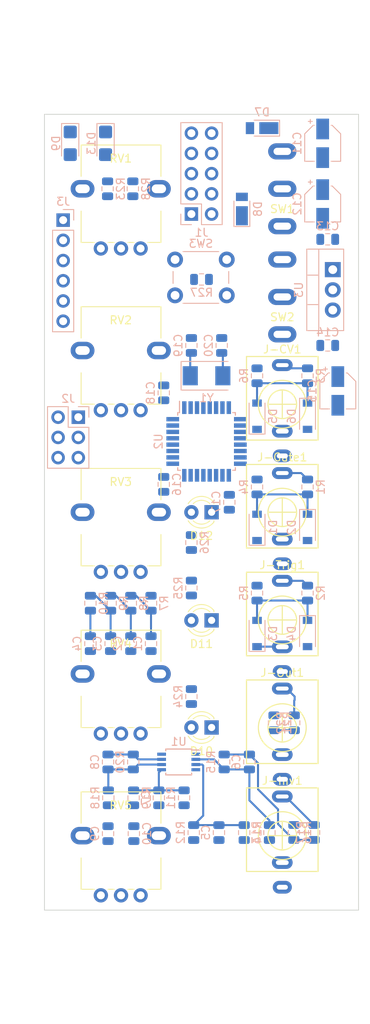
<source format=kicad_pcb>
(kicad_pcb (version 20171130) (host pcbnew "(5.0.0)")

  (general
    (thickness 1.6)
    (drawings 63)
    (tracks 77)
    (zones 0)
    (modules 81)
    (nets 63)
  )

  (page A4)
  (layers
    (0 F.Cu signal)
    (31 B.Cu signal)
    (32 B.Adhes user)
    (33 F.Adhes user)
    (34 B.Paste user)
    (35 F.Paste user)
    (36 B.SilkS user)
    (37 F.SilkS user)
    (38 B.Mask user)
    (39 F.Mask user)
    (40 Dwgs.User user)
    (41 Cmts.User user)
    (42 Eco1.User user)
    (43 Eco2.User user)
    (44 Edge.Cuts user)
    (45 Margin user)
    (46 B.CrtYd user)
    (47 F.CrtYd user)
    (48 B.Fab user)
    (49 F.Fab user)
  )

  (setup
    (last_trace_width 0.254)
    (user_trace_width 0.508)
    (user_trace_width 1.27)
    (trace_clearance 0.254)
    (zone_clearance 0.508)
    (zone_45_only no)
    (trace_min 0.2)
    (segment_width 0.2)
    (edge_width 0.1)
    (via_size 0.8)
    (via_drill 0.4)
    (via_min_size 0.4)
    (via_min_drill 0.3)
    (uvia_size 0.3)
    (uvia_drill 0.1)
    (uvias_allowed no)
    (uvia_min_size 0.2)
    (uvia_min_drill 0.1)
    (pcb_text_width 0.3)
    (pcb_text_size 1.5 1.5)
    (mod_edge_width 0.15)
    (mod_text_size 1 1)
    (mod_text_width 0.15)
    (pad_size 1.5 1.5)
    (pad_drill 0.6)
    (pad_to_mask_clearance 0)
    (aux_axis_origin 0 0)
    (grid_origin 127.254 98.044)
    (visible_elements 7FFFFFFF)
    (pcbplotparams
      (layerselection 0x010fc_ffffffff)
      (usegerberextensions false)
      (usegerberattributes false)
      (usegerberadvancedattributes false)
      (creategerberjobfile false)
      (excludeedgelayer true)
      (linewidth 0.100000)
      (plotframeref false)
      (viasonmask false)
      (mode 1)
      (useauxorigin false)
      (hpglpennumber 1)
      (hpglpenspeed 20)
      (hpglpendiameter 15.000000)
      (psnegative false)
      (psa4output false)
      (plotreference true)
      (plotvalue true)
      (plotinvisibletext false)
      (padsonsilk false)
      (subtractmaskfromsilk false)
      (outputformat 1)
      (mirror false)
      (drillshape 1)
      (scaleselection 1)
      (outputdirectory ""))
  )

  (net 0 "")
  (net 1 -12V)
  (net 2 +12V)
  (net 3 /MCU328/PD3)
  (net 4 /MCU328/PD4)
  (net 5 /MCU328/PE0)
  (net 6 +5V)
  (net 7 /MCU328/PE1)
  (net 8 /MCU328/PD5)
  (net 9 /MCU328/PD6)
  (net 10 /MCU328/PD7)
  (net 11 /MCU328/PB0)
  (net 12 /MCU328/PB1)
  (net 13 /MCU328/PB2)
  (net 14 /MCU328/PE2)
  (net 15 /MCU328/PE3)
  (net 16 /MCU328/PC0)
  (net 17 /MCU328/PC1)
  (net 18 /MCU328/PC2)
  (net 19 /MCU328/PC3)
  (net 20 /MCU328/PC4)
  (net 21 /MCU328/PC5)
  (net 22 /MCU328/RXD/PD0)
  (net 23 /MCU328/TXD/PD1)
  (net 24 /MCU328/PD2)
  (net 25 "Net-(J-CV1-PadTN)")
  (net 26 "Net-(J-CV1-PadT)")
  (net 27 "Net-(J-Gate1-PadT)")
  (net 28 "Net-(J-Inv1-PadTN)")
  (net 29 "Net-(J-Inv1-PadT)")
  (net 30 "Net-(J-Out1-PadT)")
  (net 31 "Net-(J-Out1-PadTN)")
  (net 32 "Net-(J-Trig1-PadT)")
  (net 33 "Net-(C5-Pad1)")
  (net 34 "Net-(D1-Pad2)")
  (net 35 "Net-(D3-Pad2)")
  (net 36 "Net-(D5-Pad2)")
  (net 37 "Net-(C1-Pad1)")
  (net 38 "Net-(C2-Pad1)")
  (net 39 "Net-(C3-Pad1)")
  (net 40 "Net-(C4-Pad1)")
  (net 41 "Net-(C7-Pad1)")
  (net 42 "Net-(C6-Pad2)")
  (net 43 "Net-(C6-Pad1)")
  (net 44 "Net-(C8-Pad2)")
  (net 45 "Net-(C8-Pad1)")
  (net 46 "Net-(D9-Pad2)")
  (net 47 "Net-(D7-Pad2)")
  (net 48 "Net-(D8-Pad1)")
  (net 49 "Net-(D10-Pad2)")
  (net 50 "Net-(D11-Pad2)")
  (net 51 "Net-(D12-Pad2)")
  (net 52 "Net-(D13-Pad2)")
  (net 53 "Net-(J2-Pad5)")
  (net 54 "Net-(C19-Pad2)")
  (net 55 "Net-(C20-Pad2)")
  (net 56 "Net-(J2-Pad4)")
  (net 57 "Net-(J2-Pad1)")
  (net 58 "Net-(J2-Pad3)")
  (net 59 "Net-(C16-Pad2)")
  (net 60 "Net-(J3-Pad2)")
  (net 61 "Net-(J3-Pad3)")
  (net 62 "Net-(J3-Pad6)")

  (net_class Default "This is the default net class."
    (clearance 0.254)
    (trace_width 0.254)
    (via_dia 0.8)
    (via_drill 0.4)
    (uvia_dia 0.3)
    (uvia_drill 0.1)
    (add_net +12V)
    (add_net +5V)
    (add_net -12V)
    (add_net /MCU328/PB0)
    (add_net /MCU328/PB1)
    (add_net /MCU328/PB2)
    (add_net /MCU328/PC0)
    (add_net /MCU328/PC1)
    (add_net /MCU328/PC2)
    (add_net /MCU328/PC3)
    (add_net /MCU328/PC4)
    (add_net /MCU328/PC5)
    (add_net /MCU328/PD2)
    (add_net /MCU328/PD3)
    (add_net /MCU328/PD4)
    (add_net /MCU328/PD5)
    (add_net /MCU328/PD6)
    (add_net /MCU328/PD7)
    (add_net /MCU328/PE0)
    (add_net /MCU328/PE1)
    (add_net /MCU328/PE2)
    (add_net /MCU328/PE3)
    (add_net /MCU328/RXD/PD0)
    (add_net /MCU328/TXD/PD1)
    (add_net "Net-(C1-Pad1)")
    (add_net "Net-(C16-Pad2)")
    (add_net "Net-(C19-Pad2)")
    (add_net "Net-(C2-Pad1)")
    (add_net "Net-(C20-Pad2)")
    (add_net "Net-(C3-Pad1)")
    (add_net "Net-(C4-Pad1)")
    (add_net "Net-(C5-Pad1)")
    (add_net "Net-(C6-Pad1)")
    (add_net "Net-(C6-Pad2)")
    (add_net "Net-(C7-Pad1)")
    (add_net "Net-(C8-Pad1)")
    (add_net "Net-(C8-Pad2)")
    (add_net "Net-(D1-Pad2)")
    (add_net "Net-(D10-Pad2)")
    (add_net "Net-(D11-Pad2)")
    (add_net "Net-(D12-Pad2)")
    (add_net "Net-(D13-Pad2)")
    (add_net "Net-(D3-Pad2)")
    (add_net "Net-(D5-Pad2)")
    (add_net "Net-(D7-Pad2)")
    (add_net "Net-(D8-Pad1)")
    (add_net "Net-(D9-Pad2)")
    (add_net "Net-(J-CV1-PadT)")
    (add_net "Net-(J-CV1-PadTN)")
    (add_net "Net-(J-Gate1-PadT)")
    (add_net "Net-(J-Inv1-PadT)")
    (add_net "Net-(J-Inv1-PadTN)")
    (add_net "Net-(J-Out1-PadT)")
    (add_net "Net-(J-Out1-PadTN)")
    (add_net "Net-(J-Trig1-PadT)")
    (add_net "Net-(J2-Pad1)")
    (add_net "Net-(J2-Pad3)")
    (add_net "Net-(J2-Pad4)")
    (add_net "Net-(J2-Pad5)")
    (add_net "Net-(J3-Pad2)")
    (add_net "Net-(J3-Pad3)")
    (add_net "Net-(J3-Pad6)")
  )

  (module Crystal:Crystal_SMD_Abracon_ABM3-2Pin_5.0x3.2mm (layer B.Cu) (tedit 5A0FD1B2) (tstamp 5B76394A)
    (at 127.889 80.899)
    (descr "Abracon Miniature Ceramic Smd Crystal ABM3 http://www.abracon.com/Resonators/abm3.pdf, 5.0x3.2mm^2 package")
    (tags "SMD SMT crystal")
    (path /5B5A3E1E/5B9B7022)
    (attr smd)
    (fp_text reference Y1 (at 0 2.8) (layer B.SilkS)
      (effects (font (size 1 1) (thickness 0.15)) (justify mirror))
    )
    (fp_text value 20MHz (at 0 -2.8) (layer B.Fab)
      (effects (font (size 1 1) (thickness 0.15)) (justify mirror))
    )
    (fp_circle (center 0 0) (end 0.116667 0) (layer B.Adhes) (width 0.233333))
    (fp_circle (center 0 0) (end 0.266667 0) (layer B.Adhes) (width 0.166667))
    (fp_circle (center 0 0) (end 0.416667 0) (layer B.Adhes) (width 0.166667))
    (fp_circle (center 0 0) (end 0.5 0) (layer B.Adhes) (width 0.1))
    (fp_line (start 3.3 1.9) (end -3.3 1.9) (layer B.CrtYd) (width 0.05))
    (fp_line (start 3.3 -1.9) (end 3.3 1.9) (layer B.CrtYd) (width 0.05))
    (fp_line (start -3.3 -1.9) (end 3.3 -1.9) (layer B.CrtYd) (width 0.05))
    (fp_line (start -3.3 1.9) (end -3.3 -1.9) (layer B.CrtYd) (width 0.05))
    (fp_line (start -3.2 -1.8) (end 2.7 -1.8) (layer B.SilkS) (width 0.12))
    (fp_line (start -3.2 1.8) (end -3.2 -1.8) (layer B.SilkS) (width 0.12))
    (fp_line (start 2.7 1.8) (end -3.2 1.8) (layer B.SilkS) (width 0.12))
    (fp_line (start -2.5 -0.6) (end -1.5 -1.6) (layer B.Fab) (width 0.1))
    (fp_line (start -2.5 1.4) (end -2.3 1.6) (layer B.Fab) (width 0.1))
    (fp_line (start -2.5 -1.4) (end -2.5 1.4) (layer B.Fab) (width 0.1))
    (fp_line (start -2.3 -1.6) (end -2.5 -1.4) (layer B.Fab) (width 0.1))
    (fp_line (start 2.3 -1.6) (end -2.3 -1.6) (layer B.Fab) (width 0.1))
    (fp_line (start 2.5 -1.4) (end 2.3 -1.6) (layer B.Fab) (width 0.1))
    (fp_line (start 2.5 1.4) (end 2.5 -1.4) (layer B.Fab) (width 0.1))
    (fp_line (start 2.3 1.6) (end 2.5 1.4) (layer B.Fab) (width 0.1))
    (fp_line (start -2.3 1.6) (end 2.3 1.6) (layer B.Fab) (width 0.1))
    (fp_text user %R (at 0 0) (layer B.Fab)
      (effects (font (size 1 1) (thickness 0.15)) (justify mirror))
    )
    (pad 2 smd rect (at 2.05 0) (size 1.9 2.4) (layers B.Cu B.Paste B.Mask)
      (net 55 "Net-(C20-Pad2)"))
    (pad 1 smd rect (at -2.05 0) (size 1.9 2.4) (layers B.Cu B.Paste B.Mask)
      (net 54 "Net-(C19-Pad2)"))
    (model ${KISYS3DMOD}/Crystal.3dshapes/Crystal_SMD_Abracon_ABM3-2Pin_5.0x3.2mm.wrl
      (at (xyz 0 0 0))
      (scale (xyz 1 1 1))
      (rotate (xyz 0 0 0))
    )
  )

  (module Button_Switch_THT:SW_PUSH_6mm_H9.5mm (layer B.Cu) (tedit 5A02FE31) (tstamp 5B9A6098)
    (at 130.429 66.294 180)
    (descr "tactile push button, 6x6mm e.g. PHAP33xx series, height=9.5mm")
    (tags "tact sw push 6mm")
    (path /5B5A3E1E/5B9C2DBB)
    (fp_text reference SW3 (at 3.25 2 180) (layer B.SilkS)
      (effects (font (size 1 1) (thickness 0.15)) (justify mirror))
    )
    (fp_text value SW_Push (at 3.75 -6.7 180) (layer B.Fab)
      (effects (font (size 1 1) (thickness 0.15)) (justify mirror))
    )
    (fp_text user %R (at 3.25 -2.25 180) (layer B.Fab)
      (effects (font (size 1 1) (thickness 0.15)) (justify mirror))
    )
    (fp_line (start 3.25 0.75) (end 6.25 0.75) (layer B.Fab) (width 0.1))
    (fp_line (start 6.25 0.75) (end 6.25 -5.25) (layer B.Fab) (width 0.1))
    (fp_line (start 6.25 -5.25) (end 0.25 -5.25) (layer B.Fab) (width 0.1))
    (fp_line (start 0.25 -5.25) (end 0.25 0.75) (layer B.Fab) (width 0.1))
    (fp_line (start 0.25 0.75) (end 3.25 0.75) (layer B.Fab) (width 0.1))
    (fp_line (start 7.75 -6) (end 8 -6) (layer B.CrtYd) (width 0.05))
    (fp_line (start 8 -6) (end 8 -5.75) (layer B.CrtYd) (width 0.05))
    (fp_line (start 7.75 1.5) (end 8 1.5) (layer B.CrtYd) (width 0.05))
    (fp_line (start 8 1.5) (end 8 1.25) (layer B.CrtYd) (width 0.05))
    (fp_line (start -1.5 1.25) (end -1.5 1.5) (layer B.CrtYd) (width 0.05))
    (fp_line (start -1.5 1.5) (end -1.25 1.5) (layer B.CrtYd) (width 0.05))
    (fp_line (start -1.5 -5.75) (end -1.5 -6) (layer B.CrtYd) (width 0.05))
    (fp_line (start -1.5 -6) (end -1.25 -6) (layer B.CrtYd) (width 0.05))
    (fp_line (start -1.25 1.5) (end 7.75 1.5) (layer B.CrtYd) (width 0.05))
    (fp_line (start -1.5 -5.75) (end -1.5 1.25) (layer B.CrtYd) (width 0.05))
    (fp_line (start 7.75 -6) (end -1.25 -6) (layer B.CrtYd) (width 0.05))
    (fp_line (start 8 1.25) (end 8 -5.75) (layer B.CrtYd) (width 0.05))
    (fp_line (start 1 -5.5) (end 5.5 -5.5) (layer B.SilkS) (width 0.12))
    (fp_line (start -0.25 -1.5) (end -0.25 -3) (layer B.SilkS) (width 0.12))
    (fp_line (start 5.5 1) (end 1 1) (layer B.SilkS) (width 0.12))
    (fp_line (start 6.75 -3) (end 6.75 -1.5) (layer B.SilkS) (width 0.12))
    (fp_circle (center 3.25 -2.25) (end 1.25 -2.5) (layer B.Fab) (width 0.1))
    (pad 2 thru_hole circle (at 0 -4.5 90) (size 2 2) (drill 1.1) (layers *.Cu *.Mask))
    (pad 1 thru_hole circle (at 0 0 90) (size 2 2) (drill 1.1) (layers *.Cu *.Mask)
      (net 53 "Net-(J2-Pad5)"))
    (pad 2 thru_hole circle (at 6.5 -4.5 90) (size 2 2) (drill 1.1) (layers *.Cu *.Mask))
    (pad 1 thru_hole circle (at 6.5 0 90) (size 2 2) (drill 1.1) (layers *.Cu *.Mask)
      (net 53 "Net-(J2-Pad5)"))
    (model ${KISYS3DMOD}/Button_Switch_THT.3dshapes/SW_PUSH_6mm_H9.5mm.wrl
      (at (xyz 0 0 0))
      (scale (xyz 1 1 1))
      (rotate (xyz 0 0 0))
    )
  )

  (module Capacitor_SMD:C_0805_2012Metric (layer B.Cu) (tedit 5B36C52B) (tstamp 5B9A5F6F)
    (at 125.984 77.089 270)
    (descr "Capacitor SMD 0805 (2012 Metric), square (rectangular) end terminal, IPC_7351 nominal, (Body size source: https://docs.google.com/spreadsheets/d/1BsfQQcO9C6DZCsRaXUlFlo91Tg2WpOkGARC1WS5S8t0/edit?usp=sharing), generated with kicad-footprint-generator")
    (tags capacitor)
    (path /5B5A3E1E/5B9B7066)
    (attr smd)
    (fp_text reference C19 (at 0 1.65 270) (layer B.SilkS)
      (effects (font (size 1 1) (thickness 0.15)) (justify mirror))
    )
    (fp_text value 22p (at 0 -1.65 270) (layer B.Fab)
      (effects (font (size 1 1) (thickness 0.15)) (justify mirror))
    )
    (fp_line (start -1 -0.6) (end -1 0.6) (layer B.Fab) (width 0.1))
    (fp_line (start -1 0.6) (end 1 0.6) (layer B.Fab) (width 0.1))
    (fp_line (start 1 0.6) (end 1 -0.6) (layer B.Fab) (width 0.1))
    (fp_line (start 1 -0.6) (end -1 -0.6) (layer B.Fab) (width 0.1))
    (fp_line (start -0.258578 0.71) (end 0.258578 0.71) (layer B.SilkS) (width 0.12))
    (fp_line (start -0.258578 -0.71) (end 0.258578 -0.71) (layer B.SilkS) (width 0.12))
    (fp_line (start -1.68 -0.95) (end -1.68 0.95) (layer B.CrtYd) (width 0.05))
    (fp_line (start -1.68 0.95) (end 1.68 0.95) (layer B.CrtYd) (width 0.05))
    (fp_line (start 1.68 0.95) (end 1.68 -0.95) (layer B.CrtYd) (width 0.05))
    (fp_line (start 1.68 -0.95) (end -1.68 -0.95) (layer B.CrtYd) (width 0.05))
    (fp_text user %R (at 0 0 270) (layer B.Fab)
      (effects (font (size 0.5 0.5) (thickness 0.08)) (justify mirror))
    )
    (pad 1 smd roundrect (at -0.9375 0 270) (size 0.975 1.4) (layers B.Cu B.Paste B.Mask) (roundrect_rratio 0.25))
    (pad 2 smd roundrect (at 0.9375 0 270) (size 0.975 1.4) (layers B.Cu B.Paste B.Mask) (roundrect_rratio 0.25)
      (net 54 "Net-(C19-Pad2)"))
    (model ${KISYS3DMOD}/Capacitor_SMD.3dshapes/C_0805_2012Metric.wrl
      (at (xyz 0 0 0))
      (scale (xyz 1 1 1))
      (rotate (xyz 0 0 0))
    )
  )

  (module Capacitor_SMD:C_0805_2012Metric (layer B.Cu) (tedit 5B36C52B) (tstamp 5B9A5F5E)
    (at 122.504 83.044 270)
    (descr "Capacitor SMD 0805 (2012 Metric), square (rectangular) end terminal, IPC_7351 nominal, (Body size source: https://docs.google.com/spreadsheets/d/1BsfQQcO9C6DZCsRaXUlFlo91Tg2WpOkGARC1WS5S8t0/edit?usp=sharing), generated with kicad-footprint-generator")
    (tags capacitor)
    (path /5B5A3E1E/5B9B72F4)
    (attr smd)
    (fp_text reference C18 (at 0 1.65 270) (layer B.SilkS)
      (effects (font (size 1 1) (thickness 0.15)) (justify mirror))
    )
    (fp_text value 100n (at 0 -1.65 270) (layer B.Fab)
      (effects (font (size 1 1) (thickness 0.15)) (justify mirror))
    )
    (fp_text user %R (at 0 0 270) (layer B.Fab)
      (effects (font (size 0.5 0.5) (thickness 0.08)) (justify mirror))
    )
    (fp_line (start 1.68 -0.95) (end -1.68 -0.95) (layer B.CrtYd) (width 0.05))
    (fp_line (start 1.68 0.95) (end 1.68 -0.95) (layer B.CrtYd) (width 0.05))
    (fp_line (start -1.68 0.95) (end 1.68 0.95) (layer B.CrtYd) (width 0.05))
    (fp_line (start -1.68 -0.95) (end -1.68 0.95) (layer B.CrtYd) (width 0.05))
    (fp_line (start -0.258578 -0.71) (end 0.258578 -0.71) (layer B.SilkS) (width 0.12))
    (fp_line (start -0.258578 0.71) (end 0.258578 0.71) (layer B.SilkS) (width 0.12))
    (fp_line (start 1 -0.6) (end -1 -0.6) (layer B.Fab) (width 0.1))
    (fp_line (start 1 0.6) (end 1 -0.6) (layer B.Fab) (width 0.1))
    (fp_line (start -1 0.6) (end 1 0.6) (layer B.Fab) (width 0.1))
    (fp_line (start -1 -0.6) (end -1 0.6) (layer B.Fab) (width 0.1))
    (pad 2 smd roundrect (at 0.9375 0 270) (size 0.975 1.4) (layers B.Cu B.Paste B.Mask) (roundrect_rratio 0.25)
      (net 6 +5V))
    (pad 1 smd roundrect (at -0.9375 0 270) (size 0.975 1.4) (layers B.Cu B.Paste B.Mask) (roundrect_rratio 0.25))
    (model ${KISYS3DMOD}/Capacitor_SMD.3dshapes/C_0805_2012Metric.wrl
      (at (xyz 0 0 0))
      (scale (xyz 1 1 1))
      (rotate (xyz 0 0 0))
    )
  )

  (module Capacitor_SMD:C_0805_2012Metric (layer B.Cu) (tedit 5B36C52B) (tstamp 5B9A5F4D)
    (at 130.754 96.794 270)
    (descr "Capacitor SMD 0805 (2012 Metric), square (rectangular) end terminal, IPC_7351 nominal, (Body size source: https://docs.google.com/spreadsheets/d/1BsfQQcO9C6DZCsRaXUlFlo91Tg2WpOkGARC1WS5S8t0/edit?usp=sharing), generated with kicad-footprint-generator")
    (tags capacitor)
    (path /5B5A3E1E/5B9B72B7)
    (attr smd)
    (fp_text reference C17 (at 0 1.65 270) (layer B.SilkS)
      (effects (font (size 1 1) (thickness 0.15)) (justify mirror))
    )
    (fp_text value 100n (at 0 -1.65 270) (layer B.Fab)
      (effects (font (size 1 1) (thickness 0.15)) (justify mirror))
    )
    (fp_line (start -1 -0.6) (end -1 0.6) (layer B.Fab) (width 0.1))
    (fp_line (start -1 0.6) (end 1 0.6) (layer B.Fab) (width 0.1))
    (fp_line (start 1 0.6) (end 1 -0.6) (layer B.Fab) (width 0.1))
    (fp_line (start 1 -0.6) (end -1 -0.6) (layer B.Fab) (width 0.1))
    (fp_line (start -0.258578 0.71) (end 0.258578 0.71) (layer B.SilkS) (width 0.12))
    (fp_line (start -0.258578 -0.71) (end 0.258578 -0.71) (layer B.SilkS) (width 0.12))
    (fp_line (start -1.68 -0.95) (end -1.68 0.95) (layer B.CrtYd) (width 0.05))
    (fp_line (start -1.68 0.95) (end 1.68 0.95) (layer B.CrtYd) (width 0.05))
    (fp_line (start 1.68 0.95) (end 1.68 -0.95) (layer B.CrtYd) (width 0.05))
    (fp_line (start 1.68 -0.95) (end -1.68 -0.95) (layer B.CrtYd) (width 0.05))
    (fp_text user %R (at 0 0 270) (layer B.Fab)
      (effects (font (size 0.5 0.5) (thickness 0.08)) (justify mirror))
    )
    (pad 1 smd roundrect (at -0.9375 0 270) (size 0.975 1.4) (layers B.Cu B.Paste B.Mask) (roundrect_rratio 0.25)
      (net 6 +5V))
    (pad 2 smd roundrect (at 0.9375 0 270) (size 0.975 1.4) (layers B.Cu B.Paste B.Mask) (roundrect_rratio 0.25))
    (model ${KISYS3DMOD}/Capacitor_SMD.3dshapes/C_0805_2012Metric.wrl
      (at (xyz 0 0 0))
      (scale (xyz 1 1 1))
      (rotate (xyz 0 0 0))
    )
  )

  (module Capacitor_SMD:C_0805_2012Metric (layer B.Cu) (tedit 5B36C52B) (tstamp 5B9A5F3C)
    (at 122.504 94.544 90)
    (descr "Capacitor SMD 0805 (2012 Metric), square (rectangular) end terminal, IPC_7351 nominal, (Body size source: https://docs.google.com/spreadsheets/d/1BsfQQcO9C6DZCsRaXUlFlo91Tg2WpOkGARC1WS5S8t0/edit?usp=sharing), generated with kicad-footprint-generator")
    (tags capacitor)
    (path /5B5A3E1E/5B9B7324)
    (attr smd)
    (fp_text reference C16 (at 0 1.65 90) (layer B.SilkS)
      (effects (font (size 1 1) (thickness 0.15)) (justify mirror))
    )
    (fp_text value 100n (at 0 -1.65 90) (layer B.Fab)
      (effects (font (size 1 1) (thickness 0.15)) (justify mirror))
    )
    (fp_text user %R (at 0 0 90) (layer B.Fab)
      (effects (font (size 0.5 0.5) (thickness 0.08)) (justify mirror))
    )
    (fp_line (start 1.68 -0.95) (end -1.68 -0.95) (layer B.CrtYd) (width 0.05))
    (fp_line (start 1.68 0.95) (end 1.68 -0.95) (layer B.CrtYd) (width 0.05))
    (fp_line (start -1.68 0.95) (end 1.68 0.95) (layer B.CrtYd) (width 0.05))
    (fp_line (start -1.68 -0.95) (end -1.68 0.95) (layer B.CrtYd) (width 0.05))
    (fp_line (start -0.258578 -0.71) (end 0.258578 -0.71) (layer B.SilkS) (width 0.12))
    (fp_line (start -0.258578 0.71) (end 0.258578 0.71) (layer B.SilkS) (width 0.12))
    (fp_line (start 1 -0.6) (end -1 -0.6) (layer B.Fab) (width 0.1))
    (fp_line (start 1 0.6) (end 1 -0.6) (layer B.Fab) (width 0.1))
    (fp_line (start -1 0.6) (end 1 0.6) (layer B.Fab) (width 0.1))
    (fp_line (start -1 -0.6) (end -1 0.6) (layer B.Fab) (width 0.1))
    (pad 2 smd roundrect (at 0.9375 0 90) (size 0.975 1.4) (layers B.Cu B.Paste B.Mask) (roundrect_rratio 0.25)
      (net 59 "Net-(C16-Pad2)"))
    (pad 1 smd roundrect (at -0.9375 0 90) (size 0.975 1.4) (layers B.Cu B.Paste B.Mask) (roundrect_rratio 0.25))
    (model ${KISYS3DMOD}/Capacitor_SMD.3dshapes/C_0805_2012Metric.wrl
      (at (xyz 0 0 0))
      (scale (xyz 1 1 1))
      (rotate (xyz 0 0 0))
    )
  )

  (module Capacitor_SMD:C_0805_2012Metric (layer B.Cu) (tedit 5B36C52B) (tstamp 5B9A5DCB)
    (at 129.794 77.089 270)
    (descr "Capacitor SMD 0805 (2012 Metric), square (rectangular) end terminal, IPC_7351 nominal, (Body size source: https://docs.google.com/spreadsheets/d/1BsfQQcO9C6DZCsRaXUlFlo91Tg2WpOkGARC1WS5S8t0/edit?usp=sharing), generated with kicad-footprint-generator")
    (tags capacitor)
    (path /5B5A3E1E/5B9B70CD)
    (attr smd)
    (fp_text reference C20 (at 0 1.65 270) (layer B.SilkS)
      (effects (font (size 1 1) (thickness 0.15)) (justify mirror))
    )
    (fp_text value 22p (at 0 -1.65 270) (layer B.Fab)
      (effects (font (size 1 1) (thickness 0.15)) (justify mirror))
    )
    (fp_line (start -1 -0.6) (end -1 0.6) (layer B.Fab) (width 0.1))
    (fp_line (start -1 0.6) (end 1 0.6) (layer B.Fab) (width 0.1))
    (fp_line (start 1 0.6) (end 1 -0.6) (layer B.Fab) (width 0.1))
    (fp_line (start 1 -0.6) (end -1 -0.6) (layer B.Fab) (width 0.1))
    (fp_line (start -0.258578 0.71) (end 0.258578 0.71) (layer B.SilkS) (width 0.12))
    (fp_line (start -0.258578 -0.71) (end 0.258578 -0.71) (layer B.SilkS) (width 0.12))
    (fp_line (start -1.68 -0.95) (end -1.68 0.95) (layer B.CrtYd) (width 0.05))
    (fp_line (start -1.68 0.95) (end 1.68 0.95) (layer B.CrtYd) (width 0.05))
    (fp_line (start 1.68 0.95) (end 1.68 -0.95) (layer B.CrtYd) (width 0.05))
    (fp_line (start 1.68 -0.95) (end -1.68 -0.95) (layer B.CrtYd) (width 0.05))
    (fp_text user %R (at 0 0 270) (layer B.Fab)
      (effects (font (size 0.5 0.5) (thickness 0.08)) (justify mirror))
    )
    (pad 1 smd roundrect (at -0.9375 0 270) (size 0.975 1.4) (layers B.Cu B.Paste B.Mask) (roundrect_rratio 0.25))
    (pad 2 smd roundrect (at 0.9375 0 270) (size 0.975 1.4) (layers B.Cu B.Paste B.Mask) (roundrect_rratio 0.25)
      (net 55 "Net-(C20-Pad2)"))
    (model ${KISYS3DMOD}/Capacitor_SMD.3dshapes/C_0805_2012Metric.wrl
      (at (xyz 0 0 0))
      (scale (xyz 1 1 1))
      (rotate (xyz 0 0 0))
    )
  )

  (module Connector_PinHeader_2.54mm:PinHeader_1x06_P2.54mm_Vertical (layer B.Cu) (tedit 59FED5CC) (tstamp 5B9A5DBA)
    (at 109.855 61.341 180)
    (descr "Through hole straight pin header, 1x06, 2.54mm pitch, single row")
    (tags "Through hole pin header THT 1x06 2.54mm single row")
    (path /5B5A3E1E/5B9C756C)
    (fp_text reference J3 (at 0 2.33 180) (layer B.SilkS)
      (effects (font (size 1 1) (thickness 0.15)) (justify mirror))
    )
    (fp_text value Conn_01x06 (at 0 -15.03 180) (layer B.Fab)
      (effects (font (size 1 1) (thickness 0.15)) (justify mirror))
    )
    (fp_line (start -0.635 1.27) (end 1.27 1.27) (layer B.Fab) (width 0.1))
    (fp_line (start 1.27 1.27) (end 1.27 -13.97) (layer B.Fab) (width 0.1))
    (fp_line (start 1.27 -13.97) (end -1.27 -13.97) (layer B.Fab) (width 0.1))
    (fp_line (start -1.27 -13.97) (end -1.27 0.635) (layer B.Fab) (width 0.1))
    (fp_line (start -1.27 0.635) (end -0.635 1.27) (layer B.Fab) (width 0.1))
    (fp_line (start -1.33 -14.03) (end 1.33 -14.03) (layer B.SilkS) (width 0.12))
    (fp_line (start -1.33 -1.27) (end -1.33 -14.03) (layer B.SilkS) (width 0.12))
    (fp_line (start 1.33 -1.27) (end 1.33 -14.03) (layer B.SilkS) (width 0.12))
    (fp_line (start -1.33 -1.27) (end 1.33 -1.27) (layer B.SilkS) (width 0.12))
    (fp_line (start -1.33 0) (end -1.33 1.33) (layer B.SilkS) (width 0.12))
    (fp_line (start -1.33 1.33) (end 0 1.33) (layer B.SilkS) (width 0.12))
    (fp_line (start -1.8 1.8) (end -1.8 -14.5) (layer B.CrtYd) (width 0.05))
    (fp_line (start -1.8 -14.5) (end 1.8 -14.5) (layer B.CrtYd) (width 0.05))
    (fp_line (start 1.8 -14.5) (end 1.8 1.8) (layer B.CrtYd) (width 0.05))
    (fp_line (start 1.8 1.8) (end -1.8 1.8) (layer B.CrtYd) (width 0.05))
    (fp_text user %R (at 0 -6.35 90) (layer B.Fab)
      (effects (font (size 1 1) (thickness 0.15)) (justify mirror))
    )
    (pad 1 thru_hole rect (at 0 0 180) (size 1.7 1.7) (drill 1) (layers *.Cu *.Mask))
    (pad 2 thru_hole oval (at 0 -2.54 180) (size 1.7 1.7) (drill 1) (layers *.Cu *.Mask)
      (net 60 "Net-(J3-Pad2)"))
    (pad 3 thru_hole oval (at 0 -5.08 180) (size 1.7 1.7) (drill 1) (layers *.Cu *.Mask)
      (net 61 "Net-(J3-Pad3)"))
    (pad 4 thru_hole oval (at 0 -7.62 180) (size 1.7 1.7) (drill 1) (layers *.Cu *.Mask)
      (net 22 /MCU328/RXD/PD0))
    (pad 5 thru_hole oval (at 0 -10.16 180) (size 1.7 1.7) (drill 1) (layers *.Cu *.Mask)
      (net 23 /MCU328/TXD/PD1))
    (pad 6 thru_hole oval (at 0 -12.7 180) (size 1.7 1.7) (drill 1) (layers *.Cu *.Mask)
      (net 62 "Net-(J3-Pad6)"))
    (model ${KISYS3DMOD}/Connector_PinHeader_2.54mm.3dshapes/PinHeader_1x06_P2.54mm_Vertical.wrl
      (at (xyz 0 0 0))
      (scale (xyz 1 1 1))
      (rotate (xyz 0 0 0))
    )
  )

  (module Connector_PinHeader_2.54mm:PinHeader_2x03_P2.54mm_Vertical (layer B.Cu) (tedit 59FED5CC) (tstamp 5B9A5DA0)
    (at 111.76 86.106 180)
    (descr "Through hole straight pin header, 2x03, 2.54mm pitch, double rows")
    (tags "Through hole pin header THT 2x03 2.54mm double row")
    (path /5B5A3E1E/5B9B73F7)
    (fp_text reference J2 (at 1.27 2.33 180) (layer B.SilkS)
      (effects (font (size 1 1) (thickness 0.15)) (justify mirror))
    )
    (fp_text value Conn_02x03_Odd_Even (at 1.27 -7.41 180) (layer B.Fab)
      (effects (font (size 1 1) (thickness 0.15)) (justify mirror))
    )
    (fp_line (start 0 1.27) (end 3.81 1.27) (layer B.Fab) (width 0.1))
    (fp_line (start 3.81 1.27) (end 3.81 -6.35) (layer B.Fab) (width 0.1))
    (fp_line (start 3.81 -6.35) (end -1.27 -6.35) (layer B.Fab) (width 0.1))
    (fp_line (start -1.27 -6.35) (end -1.27 0) (layer B.Fab) (width 0.1))
    (fp_line (start -1.27 0) (end 0 1.27) (layer B.Fab) (width 0.1))
    (fp_line (start -1.33 -6.41) (end 3.87 -6.41) (layer B.SilkS) (width 0.12))
    (fp_line (start -1.33 -1.27) (end -1.33 -6.41) (layer B.SilkS) (width 0.12))
    (fp_line (start 3.87 1.33) (end 3.87 -6.41) (layer B.SilkS) (width 0.12))
    (fp_line (start -1.33 -1.27) (end 1.27 -1.27) (layer B.SilkS) (width 0.12))
    (fp_line (start 1.27 -1.27) (end 1.27 1.33) (layer B.SilkS) (width 0.12))
    (fp_line (start 1.27 1.33) (end 3.87 1.33) (layer B.SilkS) (width 0.12))
    (fp_line (start -1.33 0) (end -1.33 1.33) (layer B.SilkS) (width 0.12))
    (fp_line (start -1.33 1.33) (end 0 1.33) (layer B.SilkS) (width 0.12))
    (fp_line (start -1.8 1.8) (end -1.8 -6.85) (layer B.CrtYd) (width 0.05))
    (fp_line (start -1.8 -6.85) (end 4.35 -6.85) (layer B.CrtYd) (width 0.05))
    (fp_line (start 4.35 -6.85) (end 4.35 1.8) (layer B.CrtYd) (width 0.05))
    (fp_line (start 4.35 1.8) (end -1.8 1.8) (layer B.CrtYd) (width 0.05))
    (fp_text user %R (at 1.27 -2.54 90) (layer B.Fab)
      (effects (font (size 1 1) (thickness 0.15)) (justify mirror))
    )
    (pad 1 thru_hole rect (at 0 0 180) (size 1.7 1.7) (drill 1) (layers *.Cu *.Mask)
      (net 57 "Net-(J2-Pad1)"))
    (pad 2 thru_hole oval (at 2.54 0 180) (size 1.7 1.7) (drill 1) (layers *.Cu *.Mask)
      (net 6 +5V))
    (pad 3 thru_hole oval (at 0 -2.54 180) (size 1.7 1.7) (drill 1) (layers *.Cu *.Mask)
      (net 58 "Net-(J2-Pad3)"))
    (pad 4 thru_hole oval (at 2.54 -2.54 180) (size 1.7 1.7) (drill 1) (layers *.Cu *.Mask)
      (net 56 "Net-(J2-Pad4)"))
    (pad 5 thru_hole oval (at 0 -5.08 180) (size 1.7 1.7) (drill 1) (layers *.Cu *.Mask)
      (net 53 "Net-(J2-Pad5)"))
    (pad 6 thru_hole oval (at 2.54 -5.08 180) (size 1.7 1.7) (drill 1) (layers *.Cu *.Mask))
    (model ${KISYS3DMOD}/Connector_PinHeader_2.54mm.3dshapes/PinHeader_2x03_P2.54mm_Vertical.wrl
      (at (xyz 0 0 0))
      (scale (xyz 1 1 1))
      (rotate (xyz 0 0 0))
    )
  )

  (module LED_SMD:LED_1206_3216Metric_Castellated (layer B.Cu) (tedit 5B301BBE) (tstamp 5B9A5BB0)
    (at 115.189 51.689 270)
    (descr "LED SMD 1206 (3216 Metric), castellated end terminal, IPC_7351 nominal, (Body size source: http://www.tortai-tech.com/upload/download/2011102023233369053.pdf), generated with kicad-footprint-generator")
    (tags "LED castellated")
    (path /5BA0AF58)
    (attr smd)
    (fp_text reference D13 (at 0 1.78 270) (layer B.SilkS)
      (effects (font (size 1 1) (thickness 0.15)) (justify mirror))
    )
    (fp_text value LED (at 0 -1.78 270) (layer B.Fab)
      (effects (font (size 1 1) (thickness 0.15)) (justify mirror))
    )
    (fp_line (start 1.6 0.8) (end -1.2 0.8) (layer B.Fab) (width 0.1))
    (fp_line (start -1.2 0.8) (end -1.6 0.4) (layer B.Fab) (width 0.1))
    (fp_line (start -1.6 0.4) (end -1.6 -0.8) (layer B.Fab) (width 0.1))
    (fp_line (start -1.6 -0.8) (end 1.6 -0.8) (layer B.Fab) (width 0.1))
    (fp_line (start 1.6 -0.8) (end 1.6 0.8) (layer B.Fab) (width 0.1))
    (fp_line (start 1.6 1.085) (end -2.485 1.085) (layer B.SilkS) (width 0.12))
    (fp_line (start -2.485 1.085) (end -2.485 -1.085) (layer B.SilkS) (width 0.12))
    (fp_line (start -2.485 -1.085) (end 1.6 -1.085) (layer B.SilkS) (width 0.12))
    (fp_line (start -2.48 -1.08) (end -2.48 1.08) (layer B.CrtYd) (width 0.05))
    (fp_line (start -2.48 1.08) (end 2.48 1.08) (layer B.CrtYd) (width 0.05))
    (fp_line (start 2.48 1.08) (end 2.48 -1.08) (layer B.CrtYd) (width 0.05))
    (fp_line (start 2.48 -1.08) (end -2.48 -1.08) (layer B.CrtYd) (width 0.05))
    (fp_text user %R (at 0 0 270) (layer B.Fab)
      (effects (font (size 0.8 0.8) (thickness 0.12)) (justify mirror))
    )
    (pad 1 smd roundrect (at -1.425 0 270) (size 1.6 1.65) (layers B.Cu B.Paste B.Mask) (roundrect_rratio 0.15625))
    (pad 2 smd roundrect (at 1.425 0 270) (size 1.6 1.65) (layers B.Cu B.Paste B.Mask) (roundrect_rratio 0.15625)
      (net 52 "Net-(D13-Pad2)"))
    (model ${KISYS3DMOD}/LED_SMD.3dshapes/LED_1206_3216Metric_Castellated.wrl
      (at (xyz 0 0 0))
      (scale (xyz 1 1 1))
      (rotate (xyz 0 0 0))
    )
  )

  (module LED_THT:LED_D3.0mm (layer F.Cu) (tedit 587A3A7B) (tstamp 5B9A5B79)
    (at 128.524 111.633 180)
    (descr "LED, diameter 3.0mm, 2 pins")
    (tags "LED diameter 3.0mm 2 pins")
    (path /5B97E860)
    (fp_text reference D11 (at 1.27 -2.96 180) (layer F.SilkS)
      (effects (font (size 1 1) (thickness 0.15)))
    )
    (fp_text value LED (at 1.27 2.96 180) (layer F.Fab)
      (effects (font (size 1 1) (thickness 0.15)))
    )
    (fp_arc (start 1.27 0) (end -0.23 -1.16619) (angle 284.3) (layer F.Fab) (width 0.1))
    (fp_arc (start 1.27 0) (end -0.29 -1.235516) (angle 108.8) (layer F.SilkS) (width 0.12))
    (fp_arc (start 1.27 0) (end -0.29 1.235516) (angle -108.8) (layer F.SilkS) (width 0.12))
    (fp_arc (start 1.27 0) (end 0.229039 -1.08) (angle 87.9) (layer F.SilkS) (width 0.12))
    (fp_arc (start 1.27 0) (end 0.229039 1.08) (angle -87.9) (layer F.SilkS) (width 0.12))
    (fp_circle (center 1.27 0) (end 2.77 0) (layer F.Fab) (width 0.1))
    (fp_line (start -0.23 -1.16619) (end -0.23 1.16619) (layer F.Fab) (width 0.1))
    (fp_line (start -0.29 -1.236) (end -0.29 -1.08) (layer F.SilkS) (width 0.12))
    (fp_line (start -0.29 1.08) (end -0.29 1.236) (layer F.SilkS) (width 0.12))
    (fp_line (start -1.15 -2.25) (end -1.15 2.25) (layer F.CrtYd) (width 0.05))
    (fp_line (start -1.15 2.25) (end 3.7 2.25) (layer F.CrtYd) (width 0.05))
    (fp_line (start 3.7 2.25) (end 3.7 -2.25) (layer F.CrtYd) (width 0.05))
    (fp_line (start 3.7 -2.25) (end -1.15 -2.25) (layer F.CrtYd) (width 0.05))
    (pad 1 thru_hole rect (at 0 0 180) (size 1.8 1.8) (drill 0.9) (layers *.Cu *.Mask))
    (pad 2 thru_hole circle (at 2.54 0 180) (size 1.8 1.8) (drill 0.9) (layers *.Cu *.Mask)
      (net 50 "Net-(D11-Pad2)"))
    (model ${KISYS3DMOD}/LED_THT.3dshapes/LED_D3.0mm.wrl
      (at (xyz 0 0 0))
      (scale (xyz 1 1 1))
      (rotate (xyz 0 0 0))
    )
  )

  (module LED_THT:LED_D3.0mm (layer F.Cu) (tedit 587A3A7B) (tstamp 5B9A5B66)
    (at 128.524 98.044 180)
    (descr "LED, diameter 3.0mm, 2 pins")
    (tags "LED diameter 3.0mm 2 pins")
    (path /5B987801)
    (fp_text reference D12 (at 1.27 -2.96 180) (layer F.SilkS)
      (effects (font (size 1 1) (thickness 0.15)))
    )
    (fp_text value LED (at 1.27 2.96 180) (layer F.Fab)
      (effects (font (size 1 1) (thickness 0.15)))
    )
    (fp_line (start 3.7 -2.25) (end -1.15 -2.25) (layer F.CrtYd) (width 0.05))
    (fp_line (start 3.7 2.25) (end 3.7 -2.25) (layer F.CrtYd) (width 0.05))
    (fp_line (start -1.15 2.25) (end 3.7 2.25) (layer F.CrtYd) (width 0.05))
    (fp_line (start -1.15 -2.25) (end -1.15 2.25) (layer F.CrtYd) (width 0.05))
    (fp_line (start -0.29 1.08) (end -0.29 1.236) (layer F.SilkS) (width 0.12))
    (fp_line (start -0.29 -1.236) (end -0.29 -1.08) (layer F.SilkS) (width 0.12))
    (fp_line (start -0.23 -1.16619) (end -0.23 1.16619) (layer F.Fab) (width 0.1))
    (fp_circle (center 1.27 0) (end 2.77 0) (layer F.Fab) (width 0.1))
    (fp_arc (start 1.27 0) (end 0.229039 1.08) (angle -87.9) (layer F.SilkS) (width 0.12))
    (fp_arc (start 1.27 0) (end 0.229039 -1.08) (angle 87.9) (layer F.SilkS) (width 0.12))
    (fp_arc (start 1.27 0) (end -0.29 1.235516) (angle -108.8) (layer F.SilkS) (width 0.12))
    (fp_arc (start 1.27 0) (end -0.29 -1.235516) (angle 108.8) (layer F.SilkS) (width 0.12))
    (fp_arc (start 1.27 0) (end -0.23 -1.16619) (angle 284.3) (layer F.Fab) (width 0.1))
    (pad 2 thru_hole circle (at 2.54 0 180) (size 1.8 1.8) (drill 0.9) (layers *.Cu *.Mask)
      (net 51 "Net-(D12-Pad2)"))
    (pad 1 thru_hole rect (at 0 0 180) (size 1.8 1.8) (drill 0.9) (layers *.Cu *.Mask))
    (model ${KISYS3DMOD}/LED_THT.3dshapes/LED_D3.0mm.wrl
      (at (xyz 0 0 0))
      (scale (xyz 1 1 1))
      (rotate (xyz 0 0 0))
    )
  )

  (module LED_THT:LED_D3.0mm (layer F.Cu) (tedit 587A3A7B) (tstamp 5B9A5B53)
    (at 128.524 125.095 180)
    (descr "LED, diameter 3.0mm, 2 pins")
    (tags "LED diameter 3.0mm 2 pins")
    (path /5B96CBA2)
    (fp_text reference D10 (at 1.27 -2.96 180) (layer F.SilkS)
      (effects (font (size 1 1) (thickness 0.15)))
    )
    (fp_text value LED (at 1.27 2.96 180) (layer F.Fab)
      (effects (font (size 1 1) (thickness 0.15)))
    )
    (fp_arc (start 1.27 0) (end -0.23 -1.16619) (angle 284.3) (layer F.Fab) (width 0.1))
    (fp_arc (start 1.27 0) (end -0.29 -1.235516) (angle 108.8) (layer F.SilkS) (width 0.12))
    (fp_arc (start 1.27 0) (end -0.29 1.235516) (angle -108.8) (layer F.SilkS) (width 0.12))
    (fp_arc (start 1.27 0) (end 0.229039 -1.08) (angle 87.9) (layer F.SilkS) (width 0.12))
    (fp_arc (start 1.27 0) (end 0.229039 1.08) (angle -87.9) (layer F.SilkS) (width 0.12))
    (fp_circle (center 1.27 0) (end 2.77 0) (layer F.Fab) (width 0.1))
    (fp_line (start -0.23 -1.16619) (end -0.23 1.16619) (layer F.Fab) (width 0.1))
    (fp_line (start -0.29 -1.236) (end -0.29 -1.08) (layer F.SilkS) (width 0.12))
    (fp_line (start -0.29 1.08) (end -0.29 1.236) (layer F.SilkS) (width 0.12))
    (fp_line (start -1.15 -2.25) (end -1.15 2.25) (layer F.CrtYd) (width 0.05))
    (fp_line (start -1.15 2.25) (end 3.7 2.25) (layer F.CrtYd) (width 0.05))
    (fp_line (start 3.7 2.25) (end 3.7 -2.25) (layer F.CrtYd) (width 0.05))
    (fp_line (start 3.7 -2.25) (end -1.15 -2.25) (layer F.CrtYd) (width 0.05))
    (pad 1 thru_hole rect (at 0 0 180) (size 1.8 1.8) (drill 0.9) (layers *.Cu *.Mask))
    (pad 2 thru_hole circle (at 2.54 0 180) (size 1.8 1.8) (drill 0.9) (layers *.Cu *.Mask)
      (net 49 "Net-(D10-Pad2)"))
    (model ${KISYS3DMOD}/LED_THT.3dshapes/LED_D3.0mm.wrl
      (at (xyz 0 0 0))
      (scale (xyz 1 1 1))
      (rotate (xyz 0 0 0))
    )
  )

  (module Local:SP1MS1 (layer F.Cu) (tedit 5B6EE22D) (tstamp 5B9A59A6)
    (at 137.414 57.404)
    (path /5B91AA4F)
    (fp_text reference SW1 (at 0 2.54) (layer F.SilkS)
      (effects (font (size 1 1) (thickness 0.15)))
    )
    (fp_text value SW_SPDT_MSM (at 0 -2.54) (layer F.Fab)
      (effects (font (size 1 1) (thickness 0.15)))
    )
    (pad 1 thru_hole oval (at 0 4.7) (size 3.556 2.032) (drill oval 2.2 0.9) (layers *.Cu *.Mask)
      (net 5 /MCU328/PE0))
    (pad 2 thru_hole oval (at 0 0) (size 3.556 2.032) (drill oval 2.2 0.9) (layers *.Cu *.Mask))
    (pad 3 thru_hole oval (at 0 -4.7) (size 3.556 2.032) (drill oval 2.2 0.9) (layers *.Cu *.Mask)
      (net 7 /MCU328/PE1))
  )

  (module Local:SP1MS1 (layer F.Cu) (tedit 5B6EE22D) (tstamp 5B9A599F)
    (at 137.414 70.994)
    (path /5B8D8603)
    (fp_text reference SW2 (at 0 2.54) (layer F.SilkS)
      (effects (font (size 1 1) (thickness 0.15)))
    )
    (fp_text value SW_SPDT_MSM (at 0 -2.54) (layer F.Fab)
      (effects (font (size 1 1) (thickness 0.15)))
    )
    (pad 3 thru_hole oval (at 0 -4.7) (size 3.556 2.032) (drill oval 2.2 0.9) (layers *.Cu *.Mask)
      (net 15 /MCU328/PE3))
    (pad 2 thru_hole oval (at 0 0) (size 3.556 2.032) (drill oval 2.2 0.9) (layers *.Cu *.Mask))
    (pad 1 thru_hole oval (at 0 4.7) (size 3.556 2.032) (drill oval 2.2 0.9) (layers *.Cu *.Mask)
      (net 14 /MCU328/PE2))
  )

  (module Resistor_SMD:R_0805_2012Metric (layer B.Cu) (tedit 5B36C52B) (tstamp 5B9A58A2)
    (at 127.254 68.794)
    (descr "Resistor SMD 0805 (2012 Metric), square (rectangular) end terminal, IPC_7351 nominal, (Body size source: https://docs.google.com/spreadsheets/d/1BsfQQcO9C6DZCsRaXUlFlo91Tg2WpOkGARC1WS5S8t0/edit?usp=sharing), generated with kicad-footprint-generator")
    (tags resistor)
    (path /5B5A3E1E/5B9C17DE)
    (attr smd)
    (fp_text reference R27 (at 0 1.65) (layer B.SilkS)
      (effects (font (size 1 1) (thickness 0.15)) (justify mirror))
    )
    (fp_text value 10k (at 0 -1.65) (layer B.Fab)
      (effects (font (size 1 1) (thickness 0.15)) (justify mirror))
    )
    (fp_line (start -1 -0.6) (end -1 0.6) (layer B.Fab) (width 0.1))
    (fp_line (start -1 0.6) (end 1 0.6) (layer B.Fab) (width 0.1))
    (fp_line (start 1 0.6) (end 1 -0.6) (layer B.Fab) (width 0.1))
    (fp_line (start 1 -0.6) (end -1 -0.6) (layer B.Fab) (width 0.1))
    (fp_line (start -0.258578 0.71) (end 0.258578 0.71) (layer B.SilkS) (width 0.12))
    (fp_line (start -0.258578 -0.71) (end 0.258578 -0.71) (layer B.SilkS) (width 0.12))
    (fp_line (start -1.68 -0.95) (end -1.68 0.95) (layer B.CrtYd) (width 0.05))
    (fp_line (start -1.68 0.95) (end 1.68 0.95) (layer B.CrtYd) (width 0.05))
    (fp_line (start 1.68 0.95) (end 1.68 -0.95) (layer B.CrtYd) (width 0.05))
    (fp_line (start 1.68 -0.95) (end -1.68 -0.95) (layer B.CrtYd) (width 0.05))
    (fp_text user %R (at 0 0) (layer B.Fab)
      (effects (font (size 0.5 0.5) (thickness 0.08)) (justify mirror))
    )
    (pad 1 smd roundrect (at -0.9375 0) (size 0.975 1.4) (layers B.Cu B.Paste B.Mask) (roundrect_rratio 0.25)
      (net 6 +5V))
    (pad 2 smd roundrect (at 0.9375 0) (size 0.975 1.4) (layers B.Cu B.Paste B.Mask) (roundrect_rratio 0.25)
      (net 53 "Net-(J2-Pad5)"))
    (model ${KISYS3DMOD}/Resistor_SMD.3dshapes/R_0805_2012Metric.wrl
      (at (xyz 0 0 0))
      (scale (xyz 1 1 1))
      (rotate (xyz 0 0 0))
    )
  )

  (module Resistor_SMD:R_0805_2012Metric (layer B.Cu) (tedit 5B36C52B) (tstamp 5B9A5891)
    (at 118.618 57.404 90)
    (descr "Resistor SMD 0805 (2012 Metric), square (rectangular) end terminal, IPC_7351 nominal, (Body size source: https://docs.google.com/spreadsheets/d/1BsfQQcO9C6DZCsRaXUlFlo91Tg2WpOkGARC1WS5S8t0/edit?usp=sharing), generated with kicad-footprint-generator")
    (tags resistor)
    (path /5BA0AF51)
    (attr smd)
    (fp_text reference R28 (at 0 1.65 90) (layer B.SilkS)
      (effects (font (size 1 1) (thickness 0.15)) (justify mirror))
    )
    (fp_text value 330 (at 0 -1.65 90) (layer B.Fab)
      (effects (font (size 1 1) (thickness 0.15)) (justify mirror))
    )
    (fp_text user %R (at 0 0 90) (layer B.Fab)
      (effects (font (size 0.5 0.5) (thickness 0.08)) (justify mirror))
    )
    (fp_line (start 1.68 -0.95) (end -1.68 -0.95) (layer B.CrtYd) (width 0.05))
    (fp_line (start 1.68 0.95) (end 1.68 -0.95) (layer B.CrtYd) (width 0.05))
    (fp_line (start -1.68 0.95) (end 1.68 0.95) (layer B.CrtYd) (width 0.05))
    (fp_line (start -1.68 -0.95) (end -1.68 0.95) (layer B.CrtYd) (width 0.05))
    (fp_line (start -0.258578 -0.71) (end 0.258578 -0.71) (layer B.SilkS) (width 0.12))
    (fp_line (start -0.258578 0.71) (end 0.258578 0.71) (layer B.SilkS) (width 0.12))
    (fp_line (start 1 -0.6) (end -1 -0.6) (layer B.Fab) (width 0.1))
    (fp_line (start 1 0.6) (end 1 -0.6) (layer B.Fab) (width 0.1))
    (fp_line (start -1 0.6) (end 1 0.6) (layer B.Fab) (width 0.1))
    (fp_line (start -1 -0.6) (end -1 0.6) (layer B.Fab) (width 0.1))
    (pad 2 smd roundrect (at 0.9375 0 90) (size 0.975 1.4) (layers B.Cu B.Paste B.Mask) (roundrect_rratio 0.25)
      (net 52 "Net-(D13-Pad2)"))
    (pad 1 smd roundrect (at -0.9375 0 90) (size 0.975 1.4) (layers B.Cu B.Paste B.Mask) (roundrect_rratio 0.25)
      (net 10 /MCU328/PD7))
    (model ${KISYS3DMOD}/Resistor_SMD.3dshapes/R_0805_2012Metric.wrl
      (at (xyz 0 0 0))
      (scale (xyz 1 1 1))
      (rotate (xyz 0 0 0))
    )
  )

  (module Resistor_SMD:R_0805_2012Metric (layer B.Cu) (tedit 5B36C52B) (tstamp 5B9A5840)
    (at 125.984 101.854 90)
    (descr "Resistor SMD 0805 (2012 Metric), square (rectangular) end terminal, IPC_7351 nominal, (Body size source: https://docs.google.com/spreadsheets/d/1BsfQQcO9C6DZCsRaXUlFlo91Tg2WpOkGARC1WS5S8t0/edit?usp=sharing), generated with kicad-footprint-generator")
    (tags resistor)
    (path /5B9877FA)
    (attr smd)
    (fp_text reference R26 (at 0 1.65 90) (layer B.SilkS)
      (effects (font (size 1 1) (thickness 0.15)) (justify mirror))
    )
    (fp_text value 330 (at 0 -1.65 90) (layer B.Fab)
      (effects (font (size 1 1) (thickness 0.15)) (justify mirror))
    )
    (fp_line (start -1 -0.6) (end -1 0.6) (layer B.Fab) (width 0.1))
    (fp_line (start -1 0.6) (end 1 0.6) (layer B.Fab) (width 0.1))
    (fp_line (start 1 0.6) (end 1 -0.6) (layer B.Fab) (width 0.1))
    (fp_line (start 1 -0.6) (end -1 -0.6) (layer B.Fab) (width 0.1))
    (fp_line (start -0.258578 0.71) (end 0.258578 0.71) (layer B.SilkS) (width 0.12))
    (fp_line (start -0.258578 -0.71) (end 0.258578 -0.71) (layer B.SilkS) (width 0.12))
    (fp_line (start -1.68 -0.95) (end -1.68 0.95) (layer B.CrtYd) (width 0.05))
    (fp_line (start -1.68 0.95) (end 1.68 0.95) (layer B.CrtYd) (width 0.05))
    (fp_line (start 1.68 0.95) (end 1.68 -0.95) (layer B.CrtYd) (width 0.05))
    (fp_line (start 1.68 -0.95) (end -1.68 -0.95) (layer B.CrtYd) (width 0.05))
    (fp_text user %R (at 0 0 90) (layer B.Fab)
      (effects (font (size 0.5 0.5) (thickness 0.08)) (justify mirror))
    )
    (pad 1 smd roundrect (at -0.9375 0 90) (size 0.975 1.4) (layers B.Cu B.Paste B.Mask) (roundrect_rratio 0.25)
      (net 24 /MCU328/PD2))
    (pad 2 smd roundrect (at 0.9375 0 90) (size 0.975 1.4) (layers B.Cu B.Paste B.Mask) (roundrect_rratio 0.25)
      (net 51 "Net-(D12-Pad2)"))
    (model ${KISYS3DMOD}/Resistor_SMD.3dshapes/R_0805_2012Metric.wrl
      (at (xyz 0 0 0))
      (scale (xyz 1 1 1))
      (rotate (xyz 0 0 0))
    )
  )

  (module Resistor_SMD:R_0805_2012Metric (layer B.Cu) (tedit 5B36C52B) (tstamp 5B9A578F)
    (at 125.984 107.569 270)
    (descr "Resistor SMD 0805 (2012 Metric), square (rectangular) end terminal, IPC_7351 nominal, (Body size source: https://docs.google.com/spreadsheets/d/1BsfQQcO9C6DZCsRaXUlFlo91Tg2WpOkGARC1WS5S8t0/edit?usp=sharing), generated with kicad-footprint-generator")
    (tags resistor)
    (path /5B97E859)
    (attr smd)
    (fp_text reference R25 (at 0 1.65 270) (layer B.SilkS)
      (effects (font (size 1 1) (thickness 0.15)) (justify mirror))
    )
    (fp_text value 330 (at 0 -1.65 270) (layer B.Fab)
      (effects (font (size 1 1) (thickness 0.15)) (justify mirror))
    )
    (fp_text user %R (at 0 0 270) (layer B.Fab)
      (effects (font (size 0.5 0.5) (thickness 0.08)) (justify mirror))
    )
    (fp_line (start 1.68 -0.95) (end -1.68 -0.95) (layer B.CrtYd) (width 0.05))
    (fp_line (start 1.68 0.95) (end 1.68 -0.95) (layer B.CrtYd) (width 0.05))
    (fp_line (start -1.68 0.95) (end 1.68 0.95) (layer B.CrtYd) (width 0.05))
    (fp_line (start -1.68 -0.95) (end -1.68 0.95) (layer B.CrtYd) (width 0.05))
    (fp_line (start -0.258578 -0.71) (end 0.258578 -0.71) (layer B.SilkS) (width 0.12))
    (fp_line (start -0.258578 0.71) (end 0.258578 0.71) (layer B.SilkS) (width 0.12))
    (fp_line (start 1 -0.6) (end -1 -0.6) (layer B.Fab) (width 0.1))
    (fp_line (start 1 0.6) (end 1 -0.6) (layer B.Fab) (width 0.1))
    (fp_line (start -1 0.6) (end 1 0.6) (layer B.Fab) (width 0.1))
    (fp_line (start -1 -0.6) (end -1 0.6) (layer B.Fab) (width 0.1))
    (pad 2 smd roundrect (at 0.9375 0 270) (size 0.975 1.4) (layers B.Cu B.Paste B.Mask) (roundrect_rratio 0.25)
      (net 50 "Net-(D11-Pad2)"))
    (pad 1 smd roundrect (at -0.9375 0 270) (size 0.975 1.4) (layers B.Cu B.Paste B.Mask) (roundrect_rratio 0.25)
      (net 3 /MCU328/PD3))
    (model ${KISYS3DMOD}/Resistor_SMD.3dshapes/R_0805_2012Metric.wrl
      (at (xyz 0 0 0))
      (scale (xyz 1 1 1))
      (rotate (xyz 0 0 0))
    )
  )

  (module Resistor_SMD:R_0805_2012Metric (layer B.Cu) (tedit 5B36C52B) (tstamp 5B9A573E)
    (at 125.984 121.2065 270)
    (descr "Resistor SMD 0805 (2012 Metric), square (rectangular) end terminal, IPC_7351 nominal, (Body size source: https://docs.google.com/spreadsheets/d/1BsfQQcO9C6DZCsRaXUlFlo91Tg2WpOkGARC1WS5S8t0/edit?usp=sharing), generated with kicad-footprint-generator")
    (tags resistor)
    (path /5B96CADD)
    (attr smd)
    (fp_text reference R24 (at 0 1.65 270) (layer B.SilkS)
      (effects (font (size 1 1) (thickness 0.15)) (justify mirror))
    )
    (fp_text value 330 (at 0 -1.65 270) (layer B.Fab)
      (effects (font (size 1 1) (thickness 0.15)) (justify mirror))
    )
    (fp_line (start -1 -0.6) (end -1 0.6) (layer B.Fab) (width 0.1))
    (fp_line (start -1 0.6) (end 1 0.6) (layer B.Fab) (width 0.1))
    (fp_line (start 1 0.6) (end 1 -0.6) (layer B.Fab) (width 0.1))
    (fp_line (start 1 -0.6) (end -1 -0.6) (layer B.Fab) (width 0.1))
    (fp_line (start -0.258578 0.71) (end 0.258578 0.71) (layer B.SilkS) (width 0.12))
    (fp_line (start -0.258578 -0.71) (end 0.258578 -0.71) (layer B.SilkS) (width 0.12))
    (fp_line (start -1.68 -0.95) (end -1.68 0.95) (layer B.CrtYd) (width 0.05))
    (fp_line (start -1.68 0.95) (end 1.68 0.95) (layer B.CrtYd) (width 0.05))
    (fp_line (start 1.68 0.95) (end 1.68 -0.95) (layer B.CrtYd) (width 0.05))
    (fp_line (start 1.68 -0.95) (end -1.68 -0.95) (layer B.CrtYd) (width 0.05))
    (fp_text user %R (at 0 0 270) (layer B.Fab)
      (effects (font (size 0.5 0.5) (thickness 0.08)) (justify mirror))
    )
    (pad 1 smd roundrect (at -0.9375 0 270) (size 0.975 1.4) (layers B.Cu B.Paste B.Mask) (roundrect_rratio 0.25)
      (net 4 /MCU328/PD4))
    (pad 2 smd roundrect (at 0.9375 0 270) (size 0.975 1.4) (layers B.Cu B.Paste B.Mask) (roundrect_rratio 0.25)
      (net 49 "Net-(D10-Pad2)"))
    (model ${KISYS3DMOD}/Resistor_SMD.3dshapes/R_0805_2012Metric.wrl
      (at (xyz 0 0 0))
      (scale (xyz 1 1 1))
      (rotate (xyz 0 0 0))
    )
  )

  (module Resistor_SMD:R_0805_2012Metric (layer B.Cu) (tedit 5B36C52B) (tstamp 5B8DC648)
    (at 115.443 57.404 90)
    (descr "Resistor SMD 0805 (2012 Metric), square (rectangular) end terminal, IPC_7351 nominal, (Body size source: https://docs.google.com/spreadsheets/d/1BsfQQcO9C6DZCsRaXUlFlo91Tg2WpOkGARC1WS5S8t0/edit?usp=sharing), generated with kicad-footprint-generator")
    (tags resistor)
    (path /5B5B3121/5B8CA688)
    (attr smd)
    (fp_text reference R23 (at 0 1.65 90) (layer B.SilkS)
      (effects (font (size 1 1) (thickness 0.15)) (justify mirror))
    )
    (fp_text value 330 (at 0 -1.65 90) (layer B.Fab)
      (effects (font (size 1 1) (thickness 0.15)) (justify mirror))
    )
    (fp_line (start -1 -0.6) (end -1 0.6) (layer B.Fab) (width 0.1))
    (fp_line (start -1 0.6) (end 1 0.6) (layer B.Fab) (width 0.1))
    (fp_line (start 1 0.6) (end 1 -0.6) (layer B.Fab) (width 0.1))
    (fp_line (start 1 -0.6) (end -1 -0.6) (layer B.Fab) (width 0.1))
    (fp_line (start -0.258578 0.71) (end 0.258578 0.71) (layer B.SilkS) (width 0.12))
    (fp_line (start -0.258578 -0.71) (end 0.258578 -0.71) (layer B.SilkS) (width 0.12))
    (fp_line (start -1.68 -0.95) (end -1.68 0.95) (layer B.CrtYd) (width 0.05))
    (fp_line (start -1.68 0.95) (end 1.68 0.95) (layer B.CrtYd) (width 0.05))
    (fp_line (start 1.68 0.95) (end 1.68 -0.95) (layer B.CrtYd) (width 0.05))
    (fp_line (start 1.68 -0.95) (end -1.68 -0.95) (layer B.CrtYd) (width 0.05))
    (fp_text user %R (at 0 0 90) (layer B.Fab)
      (effects (font (size 0.5 0.5) (thickness 0.08)) (justify mirror))
    )
    (pad 1 smd roundrect (at -0.9375 0 90) (size 0.975 1.4) (layers B.Cu B.Paste B.Mask) (roundrect_rratio 0.25)
      (net 6 +5V))
    (pad 2 smd roundrect (at 0.9375 0 90) (size 0.975 1.4) (layers B.Cu B.Paste B.Mask) (roundrect_rratio 0.25)
      (net 46 "Net-(D9-Pad2)"))
    (model ${KISYS3DMOD}/Resistor_SMD.3dshapes/R_0805_2012Metric.wrl
      (at (xyz 0 0 0))
      (scale (xyz 1 1 1))
      (rotate (xyz 0 0 0))
    )
  )

  (module Resistor_SMD:R_0805_2012Metric (layer B.Cu) (tedit 5B36C52B) (tstamp 5B8DC638)
    (at 138.91475 124.504778 270)
    (descr "Resistor SMD 0805 (2012 Metric), square (rectangular) end terminal, IPC_7351 nominal, (Body size source: https://docs.google.com/spreadsheets/d/1BsfQQcO9C6DZCsRaXUlFlo91Tg2WpOkGARC1WS5S8t0/edit?usp=sharing), generated with kicad-footprint-generator")
    (tags resistor)
    (path /5B83CA74)
    (attr smd)
    (fp_text reference R22 (at 0 1.65 270) (layer B.SilkS)
      (effects (font (size 1 1) (thickness 0.15)) (justify mirror))
    )
    (fp_text value 1k (at 0 -1.65 270) (layer B.Fab)
      (effects (font (size 1 1) (thickness 0.15)) (justify mirror))
    )
    (fp_text user %R (at 0 0 270) (layer B.Fab)
      (effects (font (size 0.5 0.5) (thickness 0.08)) (justify mirror))
    )
    (fp_line (start 1.68 -0.95) (end -1.68 -0.95) (layer B.CrtYd) (width 0.05))
    (fp_line (start 1.68 0.95) (end 1.68 -0.95) (layer B.CrtYd) (width 0.05))
    (fp_line (start -1.68 0.95) (end 1.68 0.95) (layer B.CrtYd) (width 0.05))
    (fp_line (start -1.68 -0.95) (end -1.68 0.95) (layer B.CrtYd) (width 0.05))
    (fp_line (start -0.258578 -0.71) (end 0.258578 -0.71) (layer B.SilkS) (width 0.12))
    (fp_line (start -0.258578 0.71) (end 0.258578 0.71) (layer B.SilkS) (width 0.12))
    (fp_line (start 1 -0.6) (end -1 -0.6) (layer B.Fab) (width 0.1))
    (fp_line (start 1 0.6) (end 1 -0.6) (layer B.Fab) (width 0.1))
    (fp_line (start -1 0.6) (end 1 0.6) (layer B.Fab) (width 0.1))
    (fp_line (start -1 -0.6) (end -1 0.6) (layer B.Fab) (width 0.1))
    (pad 2 smd roundrect (at 0.9375 0 270) (size 0.975 1.4) (layers B.Cu B.Paste B.Mask) (roundrect_rratio 0.25)
      (net 45 "Net-(C8-Pad1)"))
    (pad 1 smd roundrect (at -0.9375 0 270) (size 0.975 1.4) (layers B.Cu B.Paste B.Mask) (roundrect_rratio 0.25)
      (net 30 "Net-(J-Out1-PadT)"))
    (model ${KISYS3DMOD}/Resistor_SMD.3dshapes/R_0805_2012Metric.wrl
      (at (xyz 0 0 0))
      (scale (xyz 1 1 1))
      (rotate (xyz 0 0 0))
    )
  )

  (module Resistor_SMD:R_0805_2012Metric (layer B.Cu) (tedit 5B36C52B) (tstamp 5B75AD1A)
    (at 136.37475 124.504778 90)
    (descr "Resistor SMD 0805 (2012 Metric), square (rectangular) end terminal, IPC_7351 nominal, (Body size source: https://docs.google.com/spreadsheets/d/1BsfQQcO9C6DZCsRaXUlFlo91Tg2WpOkGARC1WS5S8t0/edit?usp=sharing), generated with kicad-footprint-generator")
    (tags resistor)
    (path /5B83CA6D)
    (attr smd)
    (fp_text reference R21 (at 0 1.65 90) (layer B.SilkS)
      (effects (font (size 1 1) (thickness 0.15)) (justify mirror))
    )
    (fp_text value 100k (at 0 -1.65 90) (layer B.Fab)
      (effects (font (size 1 1) (thickness 0.15)) (justify mirror))
    )
    (fp_line (start -1 -0.6) (end -1 0.6) (layer B.Fab) (width 0.1))
    (fp_line (start -1 0.6) (end 1 0.6) (layer B.Fab) (width 0.1))
    (fp_line (start 1 0.6) (end 1 -0.6) (layer B.Fab) (width 0.1))
    (fp_line (start 1 -0.6) (end -1 -0.6) (layer B.Fab) (width 0.1))
    (fp_line (start -0.258578 0.71) (end 0.258578 0.71) (layer B.SilkS) (width 0.12))
    (fp_line (start -0.258578 -0.71) (end 0.258578 -0.71) (layer B.SilkS) (width 0.12))
    (fp_line (start -1.68 -0.95) (end -1.68 0.95) (layer B.CrtYd) (width 0.05))
    (fp_line (start -1.68 0.95) (end 1.68 0.95) (layer B.CrtYd) (width 0.05))
    (fp_line (start 1.68 0.95) (end 1.68 -0.95) (layer B.CrtYd) (width 0.05))
    (fp_line (start 1.68 -0.95) (end -1.68 -0.95) (layer B.CrtYd) (width 0.05))
    (fp_text user %R (at 0 0 90) (layer B.Fab)
      (effects (font (size 0.5 0.5) (thickness 0.08)) (justify mirror))
    )
    (pad 1 smd roundrect (at -0.9375 0 90) (size 0.975 1.4) (layers B.Cu B.Paste B.Mask) (roundrect_rratio 0.25)
      (net 45 "Net-(C8-Pad1)"))
    (pad 2 smd roundrect (at 0.9375 0 90) (size 0.975 1.4) (layers B.Cu B.Paste B.Mask) (roundrect_rratio 0.25))
    (model ${KISYS3DMOD}/Resistor_SMD.3dshapes/R_0805_2012Metric.wrl
      (at (xyz 0 0 0))
      (scale (xyz 1 1 1))
      (rotate (xyz 0 0 0))
    )
  )

  (module Resistor_SMD:R_0805_2012Metric (layer B.Cu) (tedit 5B36C52B) (tstamp 5B84685E)
    (at 118.674 129.426 270)
    (descr "Resistor SMD 0805 (2012 Metric), square (rectangular) end terminal, IPC_7351 nominal, (Body size source: https://docs.google.com/spreadsheets/d/1BsfQQcO9C6DZCsRaXUlFlo91Tg2WpOkGARC1WS5S8t0/edit?usp=sharing), generated with kicad-footprint-generator")
    (tags resistor)
    (path /5B83CA5E)
    (attr smd)
    (fp_text reference R20 (at 0 1.65 270) (layer B.SilkS)
      (effects (font (size 1 1) (thickness 0.15)) (justify mirror))
    )
    (fp_text value 47k (at 0 -1.65 270) (layer B.Fab)
      (effects (font (size 1 1) (thickness 0.15)) (justify mirror))
    )
    (fp_text user %R (at 0 0 270) (layer B.Fab)
      (effects (font (size 0.5 0.5) (thickness 0.08)) (justify mirror))
    )
    (fp_line (start 1.68 -0.95) (end -1.68 -0.95) (layer B.CrtYd) (width 0.05))
    (fp_line (start 1.68 0.95) (end 1.68 -0.95) (layer B.CrtYd) (width 0.05))
    (fp_line (start -1.68 0.95) (end 1.68 0.95) (layer B.CrtYd) (width 0.05))
    (fp_line (start -1.68 -0.95) (end -1.68 0.95) (layer B.CrtYd) (width 0.05))
    (fp_line (start -0.258578 -0.71) (end 0.258578 -0.71) (layer B.SilkS) (width 0.12))
    (fp_line (start -0.258578 0.71) (end 0.258578 0.71) (layer B.SilkS) (width 0.12))
    (fp_line (start 1 -0.6) (end -1 -0.6) (layer B.Fab) (width 0.1))
    (fp_line (start 1 0.6) (end 1 -0.6) (layer B.Fab) (width 0.1))
    (fp_line (start -1 0.6) (end 1 0.6) (layer B.Fab) (width 0.1))
    (fp_line (start -1 -0.6) (end -1 0.6) (layer B.Fab) (width 0.1))
    (pad 2 smd roundrect (at 0.9375 0 270) (size 0.975 1.4) (layers B.Cu B.Paste B.Mask) (roundrect_rratio 0.25)
      (net 44 "Net-(C8-Pad2)"))
    (pad 1 smd roundrect (at -0.9375 0 270) (size 0.975 1.4) (layers B.Cu B.Paste B.Mask) (roundrect_rratio 0.25)
      (net 45 "Net-(C8-Pad1)"))
    (model ${KISYS3DMOD}/Resistor_SMD.3dshapes/R_0805_2012Metric.wrl
      (at (xyz 0 0 0))
      (scale (xyz 1 1 1))
      (rotate (xyz 0 0 0))
    )
  )

  (module Resistor_SMD:R_0805_2012Metric (layer B.Cu) (tedit 5B36C52B) (tstamp 5B8DC608)
    (at 118.713 133.93 90)
    (descr "Resistor SMD 0805 (2012 Metric), square (rectangular) end terminal, IPC_7351 nominal, (Body size source: https://docs.google.com/spreadsheets/d/1BsfQQcO9C6DZCsRaXUlFlo91Tg2WpOkGARC1WS5S8t0/edit?usp=sharing), generated with kicad-footprint-generator")
    (tags resistor)
    (path /5B83CA50)
    (attr smd)
    (fp_text reference R19 (at 0 1.65 90) (layer B.SilkS)
      (effects (font (size 1 1) (thickness 0.15)) (justify mirror))
    )
    (fp_text value 47k (at 0 -1.65 90) (layer B.Fab)
      (effects (font (size 1 1) (thickness 0.15)) (justify mirror))
    )
    (fp_line (start -1 -0.6) (end -1 0.6) (layer B.Fab) (width 0.1))
    (fp_line (start -1 0.6) (end 1 0.6) (layer B.Fab) (width 0.1))
    (fp_line (start 1 0.6) (end 1 -0.6) (layer B.Fab) (width 0.1))
    (fp_line (start 1 -0.6) (end -1 -0.6) (layer B.Fab) (width 0.1))
    (fp_line (start -0.258578 0.71) (end 0.258578 0.71) (layer B.SilkS) (width 0.12))
    (fp_line (start -0.258578 -0.71) (end 0.258578 -0.71) (layer B.SilkS) (width 0.12))
    (fp_line (start -1.68 -0.95) (end -1.68 0.95) (layer B.CrtYd) (width 0.05))
    (fp_line (start -1.68 0.95) (end 1.68 0.95) (layer B.CrtYd) (width 0.05))
    (fp_line (start 1.68 0.95) (end 1.68 -0.95) (layer B.CrtYd) (width 0.05))
    (fp_line (start 1.68 -0.95) (end -1.68 -0.95) (layer B.CrtYd) (width 0.05))
    (fp_text user %R (at 0 0 90) (layer B.Fab)
      (effects (font (size 0.5 0.5) (thickness 0.08)) (justify mirror))
    )
    (pad 1 smd roundrect (at -0.9375 0 90) (size 0.975 1.4) (layers B.Cu B.Paste B.Mask) (roundrect_rratio 0.25))
    (pad 2 smd roundrect (at 0.9375 0 90) (size 0.975 1.4) (layers B.Cu B.Paste B.Mask) (roundrect_rratio 0.25)
      (net 41 "Net-(C7-Pad1)"))
    (model ${KISYS3DMOD}/Resistor_SMD.3dshapes/R_0805_2012Metric.wrl
      (at (xyz 0 0 0))
      (scale (xyz 1 1 1))
      (rotate (xyz 0 0 0))
    )
  )

  (module Resistor_SMD:R_0805_2012Metric (layer B.Cu) (tedit 5B36C52B) (tstamp 5B8DC5F8)
    (at 115.538 133.93 270)
    (descr "Resistor SMD 0805 (2012 Metric), square (rectangular) end terminal, IPC_7351 nominal, (Body size source: https://docs.google.com/spreadsheets/d/1BsfQQcO9C6DZCsRaXUlFlo91Tg2WpOkGARC1WS5S8t0/edit?usp=sharing), generated with kicad-footprint-generator")
    (tags resistor)
    (path /5B83CA49)
    (attr smd)
    (fp_text reference R18 (at 0 1.65 270) (layer B.SilkS)
      (effects (font (size 1 1) (thickness 0.15)) (justify mirror))
    )
    (fp_text value 47k (at 0 -1.65 270) (layer B.Fab)
      (effects (font (size 1 1) (thickness 0.15)) (justify mirror))
    )
    (fp_text user %R (at 0 0 270) (layer B.Fab)
      (effects (font (size 0.5 0.5) (thickness 0.08)) (justify mirror))
    )
    (fp_line (start 1.68 -0.95) (end -1.68 -0.95) (layer B.CrtYd) (width 0.05))
    (fp_line (start 1.68 0.95) (end 1.68 -0.95) (layer B.CrtYd) (width 0.05))
    (fp_line (start -1.68 0.95) (end 1.68 0.95) (layer B.CrtYd) (width 0.05))
    (fp_line (start -1.68 -0.95) (end -1.68 0.95) (layer B.CrtYd) (width 0.05))
    (fp_line (start -0.258578 -0.71) (end 0.258578 -0.71) (layer B.SilkS) (width 0.12))
    (fp_line (start -0.258578 0.71) (end 0.258578 0.71) (layer B.SilkS) (width 0.12))
    (fp_line (start 1 -0.6) (end -1 -0.6) (layer B.Fab) (width 0.1))
    (fp_line (start 1 0.6) (end 1 -0.6) (layer B.Fab) (width 0.1))
    (fp_line (start -1 0.6) (end 1 0.6) (layer B.Fab) (width 0.1))
    (fp_line (start -1 -0.6) (end -1 0.6) (layer B.Fab) (width 0.1))
    (pad 2 smd roundrect (at 0.9375 0 270) (size 0.975 1.4) (layers B.Cu B.Paste B.Mask) (roundrect_rratio 0.25)
      (net 43 "Net-(C6-Pad1)"))
    (pad 1 smd roundrect (at -0.9375 0 270) (size 0.975 1.4) (layers B.Cu B.Paste B.Mask) (roundrect_rratio 0.25)
      (net 44 "Net-(C8-Pad2)"))
    (model ${KISYS3DMOD}/Resistor_SMD.3dshapes/R_0805_2012Metric.wrl
      (at (xyz 0 0 0))
      (scale (xyz 1 1 1))
      (rotate (xyz 0 0 0))
    )
  )

  (module Resistor_SMD:R_0805_2012Metric (layer B.Cu) (tedit 5B36C52B) (tstamp 5B8DC5E8)
    (at 141.414 138.284 270)
    (descr "Resistor SMD 0805 (2012 Metric), square (rectangular) end terminal, IPC_7351 nominal, (Body size source: https://docs.google.com/spreadsheets/d/1BsfQQcO9C6DZCsRaXUlFlo91Tg2WpOkGARC1WS5S8t0/edit?usp=sharing), generated with kicad-footprint-generator")
    (tags resistor)
    (path /5B7DB9B0)
    (attr smd)
    (fp_text reference R17 (at 0 1.65 270) (layer B.SilkS)
      (effects (font (size 1 1) (thickness 0.15)) (justify mirror))
    )
    (fp_text value 1k (at 0 -1.65 270) (layer B.Fab)
      (effects (font (size 1 1) (thickness 0.15)) (justify mirror))
    )
    (fp_line (start -1 -0.6) (end -1 0.6) (layer B.Fab) (width 0.1))
    (fp_line (start -1 0.6) (end 1 0.6) (layer B.Fab) (width 0.1))
    (fp_line (start 1 0.6) (end 1 -0.6) (layer B.Fab) (width 0.1))
    (fp_line (start 1 -0.6) (end -1 -0.6) (layer B.Fab) (width 0.1))
    (fp_line (start -0.258578 0.71) (end 0.258578 0.71) (layer B.SilkS) (width 0.12))
    (fp_line (start -0.258578 -0.71) (end 0.258578 -0.71) (layer B.SilkS) (width 0.12))
    (fp_line (start -1.68 -0.95) (end -1.68 0.95) (layer B.CrtYd) (width 0.05))
    (fp_line (start -1.68 0.95) (end 1.68 0.95) (layer B.CrtYd) (width 0.05))
    (fp_line (start 1.68 0.95) (end 1.68 -0.95) (layer B.CrtYd) (width 0.05))
    (fp_line (start 1.68 -0.95) (end -1.68 -0.95) (layer B.CrtYd) (width 0.05))
    (fp_text user %R (at 0 0 270) (layer B.Fab)
      (effects (font (size 0.5 0.5) (thickness 0.08)) (justify mirror))
    )
    (pad 1 smd roundrect (at -0.9375 0 270) (size 0.975 1.4) (layers B.Cu B.Paste B.Mask) (roundrect_rratio 0.25)
      (net 29 "Net-(J-Inv1-PadT)"))
    (pad 2 smd roundrect (at 0.9375 0 270) (size 0.975 1.4) (layers B.Cu B.Paste B.Mask) (roundrect_rratio 0.25)
      (net 43 "Net-(C6-Pad1)"))
    (model ${KISYS3DMOD}/Resistor_SMD.3dshapes/R_0805_2012Metric.wrl
      (at (xyz 0 0 0))
      (scale (xyz 1 1 1))
      (rotate (xyz 0 0 0))
    )
  )

  (module Resistor_SMD:R_0805_2012Metric (layer B.Cu) (tedit 5B36C52B) (tstamp 5B8DC5D8)
    (at 138.874 138.284 90)
    (descr "Resistor SMD 0805 (2012 Metric), square (rectangular) end terminal, IPC_7351 nominal, (Body size source: https://docs.google.com/spreadsheets/d/1BsfQQcO9C6DZCsRaXUlFlo91Tg2WpOkGARC1WS5S8t0/edit?usp=sharing), generated with kicad-footprint-generator")
    (tags resistor)
    (path /5B7DB944)
    (attr smd)
    (fp_text reference R16 (at 0 1.65 90) (layer B.SilkS)
      (effects (font (size 1 1) (thickness 0.15)) (justify mirror))
    )
    (fp_text value 100k (at 0 -1.65 90) (layer B.Fab)
      (effects (font (size 1 1) (thickness 0.15)) (justify mirror))
    )
    (fp_text user %R (at 0 0 90) (layer B.Fab)
      (effects (font (size 0.5 0.5) (thickness 0.08)) (justify mirror))
    )
    (fp_line (start 1.68 -0.95) (end -1.68 -0.95) (layer B.CrtYd) (width 0.05))
    (fp_line (start 1.68 0.95) (end 1.68 -0.95) (layer B.CrtYd) (width 0.05))
    (fp_line (start -1.68 0.95) (end 1.68 0.95) (layer B.CrtYd) (width 0.05))
    (fp_line (start -1.68 -0.95) (end -1.68 0.95) (layer B.CrtYd) (width 0.05))
    (fp_line (start -0.258578 -0.71) (end 0.258578 -0.71) (layer B.SilkS) (width 0.12))
    (fp_line (start -0.258578 0.71) (end 0.258578 0.71) (layer B.SilkS) (width 0.12))
    (fp_line (start 1 -0.6) (end -1 -0.6) (layer B.Fab) (width 0.1))
    (fp_line (start 1 0.6) (end 1 -0.6) (layer B.Fab) (width 0.1))
    (fp_line (start -1 0.6) (end 1 0.6) (layer B.Fab) (width 0.1))
    (fp_line (start -1 -0.6) (end -1 0.6) (layer B.Fab) (width 0.1))
    (pad 2 smd roundrect (at 0.9375 0 90) (size 0.975 1.4) (layers B.Cu B.Paste B.Mask) (roundrect_rratio 0.25))
    (pad 1 smd roundrect (at -0.9375 0 90) (size 0.975 1.4) (layers B.Cu B.Paste B.Mask) (roundrect_rratio 0.25)
      (net 43 "Net-(C6-Pad1)"))
    (model ${KISYS3DMOD}/Resistor_SMD.3dshapes/R_0805_2012Metric.wrl
      (at (xyz 0 0 0))
      (scale (xyz 1 1 1))
      (rotate (xyz 0 0 0))
    )
  )

  (module Resistor_SMD:R_0805_2012Metric (layer B.Cu) (tedit 5B36C52B) (tstamp 5B8DC5C8)
    (at 130.104 129.426 270)
    (descr "Resistor SMD 0805 (2012 Metric), square (rectangular) end terminal, IPC_7351 nominal, (Body size source: https://docs.google.com/spreadsheets/d/1BsfQQcO9C6DZCsRaXUlFlo91Tg2WpOkGARC1WS5S8t0/edit?usp=sharing), generated with kicad-footprint-generator")
    (tags resistor)
    (path /5B7A02C8)
    (attr smd)
    (fp_text reference R15 (at 0 1.65 270) (layer B.SilkS)
      (effects (font (size 1 1) (thickness 0.15)) (justify mirror))
    )
    (fp_text value 47k (at 0 -1.65 270) (layer B.Fab)
      (effects (font (size 1 1) (thickness 0.15)) (justify mirror))
    )
    (fp_line (start -1 -0.6) (end -1 0.6) (layer B.Fab) (width 0.1))
    (fp_line (start -1 0.6) (end 1 0.6) (layer B.Fab) (width 0.1))
    (fp_line (start 1 0.6) (end 1 -0.6) (layer B.Fab) (width 0.1))
    (fp_line (start 1 -0.6) (end -1 -0.6) (layer B.Fab) (width 0.1))
    (fp_line (start -0.258578 0.71) (end 0.258578 0.71) (layer B.SilkS) (width 0.12))
    (fp_line (start -0.258578 -0.71) (end 0.258578 -0.71) (layer B.SilkS) (width 0.12))
    (fp_line (start -1.68 -0.95) (end -1.68 0.95) (layer B.CrtYd) (width 0.05))
    (fp_line (start -1.68 0.95) (end 1.68 0.95) (layer B.CrtYd) (width 0.05))
    (fp_line (start 1.68 0.95) (end 1.68 -0.95) (layer B.CrtYd) (width 0.05))
    (fp_line (start 1.68 -0.95) (end -1.68 -0.95) (layer B.CrtYd) (width 0.05))
    (fp_text user %R (at 0 0 270) (layer B.Fab)
      (effects (font (size 0.5 0.5) (thickness 0.08)) (justify mirror))
    )
    (pad 1 smd roundrect (at -0.9375 0 270) (size 0.975 1.4) (layers B.Cu B.Paste B.Mask) (roundrect_rratio 0.25)
      (net 43 "Net-(C6-Pad1)"))
    (pad 2 smd roundrect (at 0.9375 0 270) (size 0.975 1.4) (layers B.Cu B.Paste B.Mask) (roundrect_rratio 0.25)
      (net 42 "Net-(C6-Pad2)"))
    (model ${KISYS3DMOD}/Resistor_SMD.3dshapes/R_0805_2012Metric.wrl
      (at (xyz 0 0 0))
      (scale (xyz 1 1 1))
      (rotate (xyz 0 0 0))
    )
  )

  (module Resistor_SMD:R_0805_2012Metric (layer B.Cu) (tedit 5B36C52B) (tstamp 5B8DC5B8)
    (at 132.624 138.299 90)
    (descr "Resistor SMD 0805 (2012 Metric), square (rectangular) end terminal, IPC_7351 nominal, (Body size source: https://docs.google.com/spreadsheets/d/1BsfQQcO9C6DZCsRaXUlFlo91Tg2WpOkGARC1WS5S8t0/edit?usp=sharing), generated with kicad-footprint-generator")
    (tags resistor)
    (path /5B7A00DF)
    (attr smd)
    (fp_text reference R14 (at 0 1.65 90) (layer B.SilkS)
      (effects (font (size 1 1) (thickness 0.15)) (justify mirror))
    )
    (fp_text value 47k (at 0 -1.65 90) (layer B.Fab)
      (effects (font (size 1 1) (thickness 0.15)) (justify mirror))
    )
    (fp_text user %R (at 0 0 90) (layer B.Fab)
      (effects (font (size 0.5 0.5) (thickness 0.08)) (justify mirror))
    )
    (fp_line (start 1.68 -0.95) (end -1.68 -0.95) (layer B.CrtYd) (width 0.05))
    (fp_line (start 1.68 0.95) (end 1.68 -0.95) (layer B.CrtYd) (width 0.05))
    (fp_line (start -1.68 0.95) (end 1.68 0.95) (layer B.CrtYd) (width 0.05))
    (fp_line (start -1.68 -0.95) (end -1.68 0.95) (layer B.CrtYd) (width 0.05))
    (fp_line (start -0.258578 -0.71) (end 0.258578 -0.71) (layer B.SilkS) (width 0.12))
    (fp_line (start -0.258578 0.71) (end 0.258578 0.71) (layer B.SilkS) (width 0.12))
    (fp_line (start 1 -0.6) (end -1 -0.6) (layer B.Fab) (width 0.1))
    (fp_line (start 1 0.6) (end 1 -0.6) (layer B.Fab) (width 0.1))
    (fp_line (start -1 0.6) (end 1 0.6) (layer B.Fab) (width 0.1))
    (fp_line (start -1 -0.6) (end -1 0.6) (layer B.Fab) (width 0.1))
    (pad 2 smd roundrect (at 0.9375 0 90) (size 0.975 1.4) (layers B.Cu B.Paste B.Mask) (roundrect_rratio 0.25)
      (net 33 "Net-(C5-Pad1)"))
    (pad 1 smd roundrect (at -0.9375 0 90) (size 0.975 1.4) (layers B.Cu B.Paste B.Mask) (roundrect_rratio 0.25))
    (model ${KISYS3DMOD}/Resistor_SMD.3dshapes/R_0805_2012Metric.wrl
      (at (xyz 0 0 0))
      (scale (xyz 1 1 1))
      (rotate (xyz 0 0 0))
    )
  )

  (module Resistor_SMD:R_0805_2012Metric (layer B.Cu) (tedit 5B36C52B) (tstamp 5B8DC5A8)
    (at 135.799 138.299 270)
    (descr "Resistor SMD 0805 (2012 Metric), square (rectangular) end terminal, IPC_7351 nominal, (Body size source: https://docs.google.com/spreadsheets/d/1BsfQQcO9C6DZCsRaXUlFlo91Tg2WpOkGARC1WS5S8t0/edit?usp=sharing), generated with kicad-footprint-generator")
    (tags resistor)
    (path /5B79FFBE)
    (attr smd)
    (fp_text reference R13 (at 0 1.65 270) (layer B.SilkS)
      (effects (font (size 1 1) (thickness 0.15)) (justify mirror))
    )
    (fp_text value 47k (at 0 -1.65 270) (layer B.Fab)
      (effects (font (size 1 1) (thickness 0.15)) (justify mirror))
    )
    (fp_line (start -1 -0.6) (end -1 0.6) (layer B.Fab) (width 0.1))
    (fp_line (start -1 0.6) (end 1 0.6) (layer B.Fab) (width 0.1))
    (fp_line (start 1 0.6) (end 1 -0.6) (layer B.Fab) (width 0.1))
    (fp_line (start 1 -0.6) (end -1 -0.6) (layer B.Fab) (width 0.1))
    (fp_line (start -0.258578 0.71) (end 0.258578 0.71) (layer B.SilkS) (width 0.12))
    (fp_line (start -0.258578 -0.71) (end 0.258578 -0.71) (layer B.SilkS) (width 0.12))
    (fp_line (start -1.68 -0.95) (end -1.68 0.95) (layer B.CrtYd) (width 0.05))
    (fp_line (start -1.68 0.95) (end 1.68 0.95) (layer B.CrtYd) (width 0.05))
    (fp_line (start 1.68 0.95) (end 1.68 -0.95) (layer B.CrtYd) (width 0.05))
    (fp_line (start 1.68 -0.95) (end -1.68 -0.95) (layer B.CrtYd) (width 0.05))
    (fp_text user %R (at 0 0 270) (layer B.Fab)
      (effects (font (size 0.5 0.5) (thickness 0.08)) (justify mirror))
    )
    (pad 1 smd roundrect (at -0.9375 0 270) (size 0.975 1.4) (layers B.Cu B.Paste B.Mask) (roundrect_rratio 0.25)
      (net 42 "Net-(C6-Pad2)"))
    (pad 2 smd roundrect (at 0.9375 0 270) (size 0.975 1.4) (layers B.Cu B.Paste B.Mask) (roundrect_rratio 0.25)
      (net 40 "Net-(C4-Pad1)"))
    (model ${KISYS3DMOD}/Resistor_SMD.3dshapes/R_0805_2012Metric.wrl
      (at (xyz 0 0 0))
      (scale (xyz 1 1 1))
      (rotate (xyz 0 0 0))
    )
  )

  (module Resistor_SMD:R_0805_2012Metric (layer B.Cu) (tedit 5B36C52B) (tstamp 5B8DC598)
    (at 125.063 133.93 270)
    (descr "Resistor SMD 0805 (2012 Metric), square (rectangular) end terminal, IPC_7351 nominal, (Body size source: https://docs.google.com/spreadsheets/d/1BsfQQcO9C6DZCsRaXUlFlo91Tg2WpOkGARC1WS5S8t0/edit?usp=sharing), generated with kicad-footprint-generator")
    (tags resistor)
    (path /5B83CA57)
    (attr smd)
    (fp_text reference R11 (at 0 1.65 270) (layer B.SilkS)
      (effects (font (size 1 1) (thickness 0.15)) (justify mirror))
    )
    (fp_text value 47k (at 0 -1.65 270) (layer B.Fab)
      (effects (font (size 1 1) (thickness 0.15)) (justify mirror))
    )
    (fp_text user %R (at 0 0 270) (layer B.Fab)
      (effects (font (size 0.5 0.5) (thickness 0.08)) (justify mirror))
    )
    (fp_line (start 1.68 -0.95) (end -1.68 -0.95) (layer B.CrtYd) (width 0.05))
    (fp_line (start 1.68 0.95) (end 1.68 -0.95) (layer B.CrtYd) (width 0.05))
    (fp_line (start -1.68 0.95) (end 1.68 0.95) (layer B.CrtYd) (width 0.05))
    (fp_line (start -1.68 -0.95) (end -1.68 0.95) (layer B.CrtYd) (width 0.05))
    (fp_line (start -0.258578 -0.71) (end 0.258578 -0.71) (layer B.SilkS) (width 0.12))
    (fp_line (start -0.258578 0.71) (end 0.258578 0.71) (layer B.SilkS) (width 0.12))
    (fp_line (start 1 -0.6) (end -1 -0.6) (layer B.Fab) (width 0.1))
    (fp_line (start 1 0.6) (end 1 -0.6) (layer B.Fab) (width 0.1))
    (fp_line (start -1 0.6) (end 1 0.6) (layer B.Fab) (width 0.1))
    (fp_line (start -1 -0.6) (end -1 0.6) (layer B.Fab) (width 0.1))
    (pad 2 smd roundrect (at 0.9375 0 270) (size 0.975 1.4) (layers B.Cu B.Paste B.Mask) (roundrect_rratio 0.25)
      (net 6 +5V))
    (pad 1 smd roundrect (at -0.9375 0 270) (size 0.975 1.4) (layers B.Cu B.Paste B.Mask) (roundrect_rratio 0.25)
      (net 41 "Net-(C7-Pad1)"))
    (model ${KISYS3DMOD}/Resistor_SMD.3dshapes/R_0805_2012Metric.wrl
      (at (xyz 0 0 0))
      (scale (xyz 1 1 1))
      (rotate (xyz 0 0 0))
    )
  )

  (module Resistor_SMD:R_0805_2012Metric (layer B.Cu) (tedit 5B36C52B) (tstamp 5B8DC588)
    (at 113.284 109.474 90)
    (descr "Resistor SMD 0805 (2012 Metric), square (rectangular) end terminal, IPC_7351 nominal, (Body size source: https://docs.google.com/spreadsheets/d/1BsfQQcO9C6DZCsRaXUlFlo91Tg2WpOkGARC1WS5S8t0/edit?usp=sharing), generated with kicad-footprint-generator")
    (tags resistor)
    (path /5B772865)
    (attr smd)
    (fp_text reference R10 (at 0 1.65 90) (layer B.SilkS)
      (effects (font (size 1 1) (thickness 0.15)) (justify mirror))
    )
    (fp_text value 1k (at 0 -1.65 90) (layer B.Fab)
      (effects (font (size 1 1) (thickness 0.15)) (justify mirror))
    )
    (fp_line (start -1 -0.6) (end -1 0.6) (layer B.Fab) (width 0.1))
    (fp_line (start -1 0.6) (end 1 0.6) (layer B.Fab) (width 0.1))
    (fp_line (start 1 0.6) (end 1 -0.6) (layer B.Fab) (width 0.1))
    (fp_line (start 1 -0.6) (end -1 -0.6) (layer B.Fab) (width 0.1))
    (fp_line (start -0.258578 0.71) (end 0.258578 0.71) (layer B.SilkS) (width 0.12))
    (fp_line (start -0.258578 -0.71) (end 0.258578 -0.71) (layer B.SilkS) (width 0.12))
    (fp_line (start -1.68 -0.95) (end -1.68 0.95) (layer B.CrtYd) (width 0.05))
    (fp_line (start -1.68 0.95) (end 1.68 0.95) (layer B.CrtYd) (width 0.05))
    (fp_line (start 1.68 0.95) (end 1.68 -0.95) (layer B.CrtYd) (width 0.05))
    (fp_line (start 1.68 -0.95) (end -1.68 -0.95) (layer B.CrtYd) (width 0.05))
    (fp_text user %R (at 0 0 90) (layer B.Fab)
      (effects (font (size 0.5 0.5) (thickness 0.08)) (justify mirror))
    )
    (pad 1 smd roundrect (at -0.9375 0 90) (size 0.975 1.4) (layers B.Cu B.Paste B.Mask) (roundrect_rratio 0.25)
      (net 40 "Net-(C4-Pad1)"))
    (pad 2 smd roundrect (at 0.9375 0 90) (size 0.975 1.4) (layers B.Cu B.Paste B.Mask) (roundrect_rratio 0.25)
      (net 39 "Net-(C3-Pad1)"))
    (model ${KISYS3DMOD}/Resistor_SMD.3dshapes/R_0805_2012Metric.wrl
      (at (xyz 0 0 0))
      (scale (xyz 1 1 1))
      (rotate (xyz 0 0 0))
    )
  )

  (module Resistor_SMD:R_0805_2012Metric (layer B.Cu) (tedit 5B36C52B) (tstamp 5B8DC578)
    (at 115.824 109.474 90)
    (descr "Resistor SMD 0805 (2012 Metric), square (rectangular) end terminal, IPC_7351 nominal, (Body size source: https://docs.google.com/spreadsheets/d/1BsfQQcO9C6DZCsRaXUlFlo91Tg2WpOkGARC1WS5S8t0/edit?usp=sharing), generated with kicad-footprint-generator")
    (tags resistor)
    (path /5B772614)
    (attr smd)
    (fp_text reference R9 (at 0 1.65 90) (layer B.SilkS)
      (effects (font (size 1 1) (thickness 0.15)) (justify mirror))
    )
    (fp_text value 1k (at 0 -1.65 90) (layer B.Fab)
      (effects (font (size 1 1) (thickness 0.15)) (justify mirror))
    )
    (fp_text user %R (at 0 0 90) (layer B.Fab)
      (effects (font (size 0.5 0.5) (thickness 0.08)) (justify mirror))
    )
    (fp_line (start 1.68 -0.95) (end -1.68 -0.95) (layer B.CrtYd) (width 0.05))
    (fp_line (start 1.68 0.95) (end 1.68 -0.95) (layer B.CrtYd) (width 0.05))
    (fp_line (start -1.68 0.95) (end 1.68 0.95) (layer B.CrtYd) (width 0.05))
    (fp_line (start -1.68 -0.95) (end -1.68 0.95) (layer B.CrtYd) (width 0.05))
    (fp_line (start -0.258578 -0.71) (end 0.258578 -0.71) (layer B.SilkS) (width 0.12))
    (fp_line (start -0.258578 0.71) (end 0.258578 0.71) (layer B.SilkS) (width 0.12))
    (fp_line (start 1 -0.6) (end -1 -0.6) (layer B.Fab) (width 0.1))
    (fp_line (start 1 0.6) (end 1 -0.6) (layer B.Fab) (width 0.1))
    (fp_line (start -1 0.6) (end 1 0.6) (layer B.Fab) (width 0.1))
    (fp_line (start -1 -0.6) (end -1 0.6) (layer B.Fab) (width 0.1))
    (pad 2 smd roundrect (at 0.9375 0 90) (size 0.975 1.4) (layers B.Cu B.Paste B.Mask) (roundrect_rratio 0.25)
      (net 38 "Net-(C2-Pad1)"))
    (pad 1 smd roundrect (at -0.9375 0 90) (size 0.975 1.4) (layers B.Cu B.Paste B.Mask) (roundrect_rratio 0.25)
      (net 39 "Net-(C3-Pad1)"))
    (model ${KISYS3DMOD}/Resistor_SMD.3dshapes/R_0805_2012Metric.wrl
      (at (xyz 0 0 0))
      (scale (xyz 1 1 1))
      (rotate (xyz 0 0 0))
    )
  )

  (module Resistor_SMD:R_0805_2012Metric (layer B.Cu) (tedit 5B36C52B) (tstamp 5B8DC568)
    (at 118.364 109.474 90)
    (descr "Resistor SMD 0805 (2012 Metric), square (rectangular) end terminal, IPC_7351 nominal, (Body size source: https://docs.google.com/spreadsheets/d/1BsfQQcO9C6DZCsRaXUlFlo91Tg2WpOkGARC1WS5S8t0/edit?usp=sharing), generated with kicad-footprint-generator")
    (tags resistor)
    (path /5B7725AC)
    (attr smd)
    (fp_text reference R8 (at 0 1.65 90) (layer B.SilkS)
      (effects (font (size 1 1) (thickness 0.15)) (justify mirror))
    )
    (fp_text value 1k (at 0 -1.65 90) (layer B.Fab)
      (effects (font (size 1 1) (thickness 0.15)) (justify mirror))
    )
    (fp_line (start -1 -0.6) (end -1 0.6) (layer B.Fab) (width 0.1))
    (fp_line (start -1 0.6) (end 1 0.6) (layer B.Fab) (width 0.1))
    (fp_line (start 1 0.6) (end 1 -0.6) (layer B.Fab) (width 0.1))
    (fp_line (start 1 -0.6) (end -1 -0.6) (layer B.Fab) (width 0.1))
    (fp_line (start -0.258578 0.71) (end 0.258578 0.71) (layer B.SilkS) (width 0.12))
    (fp_line (start -0.258578 -0.71) (end 0.258578 -0.71) (layer B.SilkS) (width 0.12))
    (fp_line (start -1.68 -0.95) (end -1.68 0.95) (layer B.CrtYd) (width 0.05))
    (fp_line (start -1.68 0.95) (end 1.68 0.95) (layer B.CrtYd) (width 0.05))
    (fp_line (start 1.68 0.95) (end 1.68 -0.95) (layer B.CrtYd) (width 0.05))
    (fp_line (start 1.68 -0.95) (end -1.68 -0.95) (layer B.CrtYd) (width 0.05))
    (fp_text user %R (at 0 0 90) (layer B.Fab)
      (effects (font (size 0.5 0.5) (thickness 0.08)) (justify mirror))
    )
    (pad 1 smd roundrect (at -0.9375 0 90) (size 0.975 1.4) (layers B.Cu B.Paste B.Mask) (roundrect_rratio 0.25)
      (net 38 "Net-(C2-Pad1)"))
    (pad 2 smd roundrect (at 0.9375 0 90) (size 0.975 1.4) (layers B.Cu B.Paste B.Mask) (roundrect_rratio 0.25)
      (net 37 "Net-(C1-Pad1)"))
    (model ${KISYS3DMOD}/Resistor_SMD.3dshapes/R_0805_2012Metric.wrl
      (at (xyz 0 0 0))
      (scale (xyz 1 1 1))
      (rotate (xyz 0 0 0))
    )
  )

  (module Resistor_SMD:R_0805_2012Metric (layer B.Cu) (tedit 5B36C52B) (tstamp 5B8DC558)
    (at 120.904 109.474 90)
    (descr "Resistor SMD 0805 (2012 Metric), square (rectangular) end terminal, IPC_7351 nominal, (Body size source: https://docs.google.com/spreadsheets/d/1BsfQQcO9C6DZCsRaXUlFlo91Tg2WpOkGARC1WS5S8t0/edit?usp=sharing), generated with kicad-footprint-generator")
    (tags resistor)
    (path /5B7722DD)
    (attr smd)
    (fp_text reference R7 (at 0 1.65 90) (layer B.SilkS)
      (effects (font (size 1 1) (thickness 0.15)) (justify mirror))
    )
    (fp_text value 1k (at 0 -1.65 90) (layer B.Fab)
      (effects (font (size 1 1) (thickness 0.15)) (justify mirror))
    )
    (fp_text user %R (at 0 0 90) (layer B.Fab)
      (effects (font (size 0.5 0.5) (thickness 0.08)) (justify mirror))
    )
    (fp_line (start 1.68 -0.95) (end -1.68 -0.95) (layer B.CrtYd) (width 0.05))
    (fp_line (start 1.68 0.95) (end 1.68 -0.95) (layer B.CrtYd) (width 0.05))
    (fp_line (start -1.68 0.95) (end 1.68 0.95) (layer B.CrtYd) (width 0.05))
    (fp_line (start -1.68 -0.95) (end -1.68 0.95) (layer B.CrtYd) (width 0.05))
    (fp_line (start -0.258578 -0.71) (end 0.258578 -0.71) (layer B.SilkS) (width 0.12))
    (fp_line (start -0.258578 0.71) (end 0.258578 0.71) (layer B.SilkS) (width 0.12))
    (fp_line (start 1 -0.6) (end -1 -0.6) (layer B.Fab) (width 0.1))
    (fp_line (start 1 0.6) (end 1 -0.6) (layer B.Fab) (width 0.1))
    (fp_line (start -1 0.6) (end 1 0.6) (layer B.Fab) (width 0.1))
    (fp_line (start -1 -0.6) (end -1 0.6) (layer B.Fab) (width 0.1))
    (pad 2 smd roundrect (at 0.9375 0 90) (size 0.975 1.4) (layers B.Cu B.Paste B.Mask) (roundrect_rratio 0.25)
      (net 12 /MCU328/PB1))
    (pad 1 smd roundrect (at -0.9375 0 90) (size 0.975 1.4) (layers B.Cu B.Paste B.Mask) (roundrect_rratio 0.25)
      (net 37 "Net-(C1-Pad1)"))
    (model ${KISYS3DMOD}/Resistor_SMD.3dshapes/R_0805_2012Metric.wrl
      (at (xyz 0 0 0))
      (scale (xyz 1 1 1))
      (rotate (xyz 0 0 0))
    )
  )

  (module Resistor_SMD:R_0805_2012Metric (layer B.Cu) (tedit 5B36C52B) (tstamp 5B8DC548)
    (at 134.239 80.899 270)
    (descr "Resistor SMD 0805 (2012 Metric), square (rectangular) end terminal, IPC_7351 nominal, (Body size source: https://docs.google.com/spreadsheets/d/1BsfQQcO9C6DZCsRaXUlFlo91Tg2WpOkGARC1WS5S8t0/edit?usp=sharing), generated with kicad-footprint-generator")
    (tags resistor)
    (path /5B76E25B)
    (attr smd)
    (fp_text reference R6 (at 0 1.65 270) (layer B.SilkS)
      (effects (font (size 1 1) (thickness 0.15)) (justify mirror))
    )
    (fp_text value 33k (at 0 -1.65 270) (layer B.Fab)
      (effects (font (size 1 1) (thickness 0.15)) (justify mirror))
    )
    (fp_line (start -1 -0.6) (end -1 0.6) (layer B.Fab) (width 0.1))
    (fp_line (start -1 0.6) (end 1 0.6) (layer B.Fab) (width 0.1))
    (fp_line (start 1 0.6) (end 1 -0.6) (layer B.Fab) (width 0.1))
    (fp_line (start 1 -0.6) (end -1 -0.6) (layer B.Fab) (width 0.1))
    (fp_line (start -0.258578 0.71) (end 0.258578 0.71) (layer B.SilkS) (width 0.12))
    (fp_line (start -0.258578 -0.71) (end 0.258578 -0.71) (layer B.SilkS) (width 0.12))
    (fp_line (start -1.68 -0.95) (end -1.68 0.95) (layer B.CrtYd) (width 0.05))
    (fp_line (start -1.68 0.95) (end 1.68 0.95) (layer B.CrtYd) (width 0.05))
    (fp_line (start 1.68 0.95) (end 1.68 -0.95) (layer B.CrtYd) (width 0.05))
    (fp_line (start 1.68 -0.95) (end -1.68 -0.95) (layer B.CrtYd) (width 0.05))
    (fp_text user %R (at 0 0 270) (layer B.Fab)
      (effects (font (size 0.5 0.5) (thickness 0.08)) (justify mirror))
    )
    (pad 1 smd roundrect (at -0.9375 0 270) (size 0.975 1.4) (layers B.Cu B.Paste B.Mask) (roundrect_rratio 0.25)
      (net 21 /MCU328/PC5))
    (pad 2 smd roundrect (at 0.9375 0 270) (size 0.975 1.4) (layers B.Cu B.Paste B.Mask) (roundrect_rratio 0.25)
      (net 36 "Net-(D5-Pad2)"))
    (model ${KISYS3DMOD}/Resistor_SMD.3dshapes/R_0805_2012Metric.wrl
      (at (xyz 0 0 0))
      (scale (xyz 1 1 1))
      (rotate (xyz 0 0 0))
    )
  )

  (module Resistor_SMD:R_0805_2012Metric (layer B.Cu) (tedit 5B36C52B) (tstamp 5B8DC538)
    (at 134.239 108.204 270)
    (descr "Resistor SMD 0805 (2012 Metric), square (rectangular) end terminal, IPC_7351 nominal, (Body size source: https://docs.google.com/spreadsheets/d/1BsfQQcO9C6DZCsRaXUlFlo91Tg2WpOkGARC1WS5S8t0/edit?usp=sharing), generated with kicad-footprint-generator")
    (tags resistor)
    (path /5B7670FC)
    (attr smd)
    (fp_text reference R5 (at 0 1.65 270) (layer B.SilkS)
      (effects (font (size 1 1) (thickness 0.15)) (justify mirror))
    )
    (fp_text value 33k (at 0 -1.65 270) (layer B.Fab)
      (effects (font (size 1 1) (thickness 0.15)) (justify mirror))
    )
    (fp_text user %R (at 0 0 270) (layer B.Fab)
      (effects (font (size 0.5 0.5) (thickness 0.08)) (justify mirror))
    )
    (fp_line (start 1.68 -0.95) (end -1.68 -0.95) (layer B.CrtYd) (width 0.05))
    (fp_line (start 1.68 0.95) (end 1.68 -0.95) (layer B.CrtYd) (width 0.05))
    (fp_line (start -1.68 0.95) (end 1.68 0.95) (layer B.CrtYd) (width 0.05))
    (fp_line (start -1.68 -0.95) (end -1.68 0.95) (layer B.CrtYd) (width 0.05))
    (fp_line (start -0.258578 -0.71) (end 0.258578 -0.71) (layer B.SilkS) (width 0.12))
    (fp_line (start -0.258578 0.71) (end 0.258578 0.71) (layer B.SilkS) (width 0.12))
    (fp_line (start 1 -0.6) (end -1 -0.6) (layer B.Fab) (width 0.1))
    (fp_line (start 1 0.6) (end 1 -0.6) (layer B.Fab) (width 0.1))
    (fp_line (start -1 0.6) (end 1 0.6) (layer B.Fab) (width 0.1))
    (fp_line (start -1 -0.6) (end -1 0.6) (layer B.Fab) (width 0.1))
    (pad 2 smd roundrect (at 0.9375 0 270) (size 0.975 1.4) (layers B.Cu B.Paste B.Mask) (roundrect_rratio 0.25)
      (net 35 "Net-(D3-Pad2)"))
    (pad 1 smd roundrect (at -0.9375 0 270) (size 0.975 1.4) (layers B.Cu B.Paste B.Mask) (roundrect_rratio 0.25)
      (net 13 /MCU328/PB2))
    (model ${KISYS3DMOD}/Resistor_SMD.3dshapes/R_0805_2012Metric.wrl
      (at (xyz 0 0 0))
      (scale (xyz 1 1 1))
      (rotate (xyz 0 0 0))
    )
  )

  (module Resistor_SMD:R_0805_2012Metric (layer B.Cu) (tedit 5B36C52B) (tstamp 5B8DC528)
    (at 134.239 94.869 270)
    (descr "Resistor SMD 0805 (2012 Metric), square (rectangular) end terminal, IPC_7351 nominal, (Body size source: https://docs.google.com/spreadsheets/d/1BsfQQcO9C6DZCsRaXUlFlo91Tg2WpOkGARC1WS5S8t0/edit?usp=sharing), generated with kicad-footprint-generator")
    (tags resistor)
    (path /5B75FB85)
    (attr smd)
    (fp_text reference R4 (at 0 1.65 270) (layer B.SilkS)
      (effects (font (size 1 1) (thickness 0.15)) (justify mirror))
    )
    (fp_text value 33k (at 0 -1.65 270) (layer B.Fab)
      (effects (font (size 1 1) (thickness 0.15)) (justify mirror))
    )
    (fp_line (start -1 -0.6) (end -1 0.6) (layer B.Fab) (width 0.1))
    (fp_line (start -1 0.6) (end 1 0.6) (layer B.Fab) (width 0.1))
    (fp_line (start 1 0.6) (end 1 -0.6) (layer B.Fab) (width 0.1))
    (fp_line (start 1 -0.6) (end -1 -0.6) (layer B.Fab) (width 0.1))
    (fp_line (start -0.258578 0.71) (end 0.258578 0.71) (layer B.SilkS) (width 0.12))
    (fp_line (start -0.258578 -0.71) (end 0.258578 -0.71) (layer B.SilkS) (width 0.12))
    (fp_line (start -1.68 -0.95) (end -1.68 0.95) (layer B.CrtYd) (width 0.05))
    (fp_line (start -1.68 0.95) (end 1.68 0.95) (layer B.CrtYd) (width 0.05))
    (fp_line (start 1.68 0.95) (end 1.68 -0.95) (layer B.CrtYd) (width 0.05))
    (fp_line (start 1.68 -0.95) (end -1.68 -0.95) (layer B.CrtYd) (width 0.05))
    (fp_text user %R (at 0 0 270) (layer B.Fab)
      (effects (font (size 0.5 0.5) (thickness 0.08)) (justify mirror))
    )
    (pad 1 smd roundrect (at -0.9375 0 270) (size 0.975 1.4) (layers B.Cu B.Paste B.Mask) (roundrect_rratio 0.25)
      (net 11 /MCU328/PB0))
    (pad 2 smd roundrect (at 0.9375 0 270) (size 0.975 1.4) (layers B.Cu B.Paste B.Mask) (roundrect_rratio 0.25)
      (net 34 "Net-(D1-Pad2)"))
    (model ${KISYS3DMOD}/Resistor_SMD.3dshapes/R_0805_2012Metric.wrl
      (at (xyz 0 0 0))
      (scale (xyz 1 1 1))
      (rotate (xyz 0 0 0))
    )
  )

  (module Resistor_SMD:R_0805_2012Metric (layer B.Cu) (tedit 5B36C52B) (tstamp 5B8DC518)
    (at 140.589 80.899 90)
    (descr "Resistor SMD 0805 (2012 Metric), square (rectangular) end terminal, IPC_7351 nominal, (Body size source: https://docs.google.com/spreadsheets/d/1BsfQQcO9C6DZCsRaXUlFlo91Tg2WpOkGARC1WS5S8t0/edit?usp=sharing), generated with kicad-footprint-generator")
    (tags resistor)
    (path /5B76E254)
    (attr smd)
    (fp_text reference R3 (at 0 1.65 90) (layer B.SilkS)
      (effects (font (size 1 1) (thickness 0.15)) (justify mirror))
    )
    (fp_text value 33k (at 0 -1.65 90) (layer B.Fab)
      (effects (font (size 1 1) (thickness 0.15)) (justify mirror))
    )
    (fp_text user %R (at 0 0 90) (layer B.Fab)
      (effects (font (size 0.5 0.5) (thickness 0.08)) (justify mirror))
    )
    (fp_line (start 1.68 -0.95) (end -1.68 -0.95) (layer B.CrtYd) (width 0.05))
    (fp_line (start 1.68 0.95) (end 1.68 -0.95) (layer B.CrtYd) (width 0.05))
    (fp_line (start -1.68 0.95) (end 1.68 0.95) (layer B.CrtYd) (width 0.05))
    (fp_line (start -1.68 -0.95) (end -1.68 0.95) (layer B.CrtYd) (width 0.05))
    (fp_line (start -0.258578 -0.71) (end 0.258578 -0.71) (layer B.SilkS) (width 0.12))
    (fp_line (start -0.258578 0.71) (end 0.258578 0.71) (layer B.SilkS) (width 0.12))
    (fp_line (start 1 -0.6) (end -1 -0.6) (layer B.Fab) (width 0.1))
    (fp_line (start 1 0.6) (end 1 -0.6) (layer B.Fab) (width 0.1))
    (fp_line (start -1 0.6) (end 1 0.6) (layer B.Fab) (width 0.1))
    (fp_line (start -1 -0.6) (end -1 0.6) (layer B.Fab) (width 0.1))
    (pad 2 smd roundrect (at 0.9375 0 90) (size 0.975 1.4) (layers B.Cu B.Paste B.Mask) (roundrect_rratio 0.25)
      (net 26 "Net-(J-CV1-PadT)"))
    (pad 1 smd roundrect (at -0.9375 0 90) (size 0.975 1.4) (layers B.Cu B.Paste B.Mask) (roundrect_rratio 0.25)
      (net 36 "Net-(D5-Pad2)"))
    (model ${KISYS3DMOD}/Resistor_SMD.3dshapes/R_0805_2012Metric.wrl
      (at (xyz 0 0 0))
      (scale (xyz 1 1 1))
      (rotate (xyz 0 0 0))
    )
  )

  (module Resistor_SMD:R_0805_2012Metric (layer B.Cu) (tedit 5B36C52B) (tstamp 5B8DC508)
    (at 140.589 108.204 90)
    (descr "Resistor SMD 0805 (2012 Metric), square (rectangular) end terminal, IPC_7351 nominal, (Body size source: https://docs.google.com/spreadsheets/d/1BsfQQcO9C6DZCsRaXUlFlo91Tg2WpOkGARC1WS5S8t0/edit?usp=sharing), generated with kicad-footprint-generator")
    (tags resistor)
    (path /5B7670F5)
    (attr smd)
    (fp_text reference R2 (at 0 1.65 90) (layer B.SilkS)
      (effects (font (size 1 1) (thickness 0.15)) (justify mirror))
    )
    (fp_text value 33k (at 0 -1.65 90) (layer B.Fab)
      (effects (font (size 1 1) (thickness 0.15)) (justify mirror))
    )
    (fp_line (start -1 -0.6) (end -1 0.6) (layer B.Fab) (width 0.1))
    (fp_line (start -1 0.6) (end 1 0.6) (layer B.Fab) (width 0.1))
    (fp_line (start 1 0.6) (end 1 -0.6) (layer B.Fab) (width 0.1))
    (fp_line (start 1 -0.6) (end -1 -0.6) (layer B.Fab) (width 0.1))
    (fp_line (start -0.258578 0.71) (end 0.258578 0.71) (layer B.SilkS) (width 0.12))
    (fp_line (start -0.258578 -0.71) (end 0.258578 -0.71) (layer B.SilkS) (width 0.12))
    (fp_line (start -1.68 -0.95) (end -1.68 0.95) (layer B.CrtYd) (width 0.05))
    (fp_line (start -1.68 0.95) (end 1.68 0.95) (layer B.CrtYd) (width 0.05))
    (fp_line (start 1.68 0.95) (end 1.68 -0.95) (layer B.CrtYd) (width 0.05))
    (fp_line (start 1.68 -0.95) (end -1.68 -0.95) (layer B.CrtYd) (width 0.05))
    (fp_text user %R (at 0 0 90) (layer B.Fab)
      (effects (font (size 0.5 0.5) (thickness 0.08)) (justify mirror))
    )
    (pad 1 smd roundrect (at -0.9375 0 90) (size 0.975 1.4) (layers B.Cu B.Paste B.Mask) (roundrect_rratio 0.25)
      (net 35 "Net-(D3-Pad2)"))
    (pad 2 smd roundrect (at 0.9375 0 90) (size 0.975 1.4) (layers B.Cu B.Paste B.Mask) (roundrect_rratio 0.25)
      (net 32 "Net-(J-Trig1-PadT)"))
    (model ${KISYS3DMOD}/Resistor_SMD.3dshapes/R_0805_2012Metric.wrl
      (at (xyz 0 0 0))
      (scale (xyz 1 1 1))
      (rotate (xyz 0 0 0))
    )
  )

  (module Resistor_SMD:R_0805_2012Metric (layer B.Cu) (tedit 5B36C52B) (tstamp 5B8DC4F8)
    (at 140.589 94.869 90)
    (descr "Resistor SMD 0805 (2012 Metric), square (rectangular) end terminal, IPC_7351 nominal, (Body size source: https://docs.google.com/spreadsheets/d/1BsfQQcO9C6DZCsRaXUlFlo91Tg2WpOkGARC1WS5S8t0/edit?usp=sharing), generated with kicad-footprint-generator")
    (tags resistor)
    (path /5B75FB2F)
    (attr smd)
    (fp_text reference R1 (at 0 1.65 90) (layer B.SilkS)
      (effects (font (size 1 1) (thickness 0.15)) (justify mirror))
    )
    (fp_text value 33k (at 0 -1.65 90) (layer B.Fab)
      (effects (font (size 1 1) (thickness 0.15)) (justify mirror))
    )
    (fp_text user %R (at 0 0 90) (layer B.Fab)
      (effects (font (size 0.5 0.5) (thickness 0.08)) (justify mirror))
    )
    (fp_line (start 1.68 -0.95) (end -1.68 -0.95) (layer B.CrtYd) (width 0.05))
    (fp_line (start 1.68 0.95) (end 1.68 -0.95) (layer B.CrtYd) (width 0.05))
    (fp_line (start -1.68 0.95) (end 1.68 0.95) (layer B.CrtYd) (width 0.05))
    (fp_line (start -1.68 -0.95) (end -1.68 0.95) (layer B.CrtYd) (width 0.05))
    (fp_line (start -0.258578 -0.71) (end 0.258578 -0.71) (layer B.SilkS) (width 0.12))
    (fp_line (start -0.258578 0.71) (end 0.258578 0.71) (layer B.SilkS) (width 0.12))
    (fp_line (start 1 -0.6) (end -1 -0.6) (layer B.Fab) (width 0.1))
    (fp_line (start 1 0.6) (end 1 -0.6) (layer B.Fab) (width 0.1))
    (fp_line (start -1 0.6) (end 1 0.6) (layer B.Fab) (width 0.1))
    (fp_line (start -1 -0.6) (end -1 0.6) (layer B.Fab) (width 0.1))
    (pad 2 smd roundrect (at 0.9375 0 90) (size 0.975 1.4) (layers B.Cu B.Paste B.Mask) (roundrect_rratio 0.25)
      (net 27 "Net-(J-Gate1-PadT)"))
    (pad 1 smd roundrect (at -0.9375 0 90) (size 0.975 1.4) (layers B.Cu B.Paste B.Mask) (roundrect_rratio 0.25)
      (net 34 "Net-(D1-Pad2)"))
    (model ${KISYS3DMOD}/Resistor_SMD.3dshapes/R_0805_2012Metric.wrl
      (at (xyz 0 0 0))
      (scale (xyz 1 1 1))
      (rotate (xyz 0 0 0))
    )
  )

  (module Resistor_SMD:R_0805_2012Metric (layer B.Cu) (tedit 5B36C52B) (tstamp 5B8DC4E8)
    (at 126.274 138.299 270)
    (descr "Resistor SMD 0805 (2012 Metric), square (rectangular) end terminal, IPC_7351 nominal, (Body size source: https://docs.google.com/spreadsheets/d/1BsfQQcO9C6DZCsRaXUlFlo91Tg2WpOkGARC1WS5S8t0/edit?usp=sharing), generated with kicad-footprint-generator")
    (tags resistor)
    (path /5B7A0182)
    (attr smd)
    (fp_text reference R12 (at 0 1.65 270) (layer B.SilkS)
      (effects (font (size 1 1) (thickness 0.15)) (justify mirror))
    )
    (fp_text value 47k (at 0 -1.65 270) (layer B.Fab)
      (effects (font (size 1 1) (thickness 0.15)) (justify mirror))
    )
    (fp_line (start -1 -0.6) (end -1 0.6) (layer B.Fab) (width 0.1))
    (fp_line (start -1 0.6) (end 1 0.6) (layer B.Fab) (width 0.1))
    (fp_line (start 1 0.6) (end 1 -0.6) (layer B.Fab) (width 0.1))
    (fp_line (start 1 -0.6) (end -1 -0.6) (layer B.Fab) (width 0.1))
    (fp_line (start -0.258578 0.71) (end 0.258578 0.71) (layer B.SilkS) (width 0.12))
    (fp_line (start -0.258578 -0.71) (end 0.258578 -0.71) (layer B.SilkS) (width 0.12))
    (fp_line (start -1.68 -0.95) (end -1.68 0.95) (layer B.CrtYd) (width 0.05))
    (fp_line (start -1.68 0.95) (end 1.68 0.95) (layer B.CrtYd) (width 0.05))
    (fp_line (start 1.68 0.95) (end 1.68 -0.95) (layer B.CrtYd) (width 0.05))
    (fp_line (start 1.68 -0.95) (end -1.68 -0.95) (layer B.CrtYd) (width 0.05))
    (fp_text user %R (at 0 0 270) (layer B.Fab)
      (effects (font (size 0.5 0.5) (thickness 0.08)) (justify mirror))
    )
    (pad 1 smd roundrect (at -0.9375 0 270) (size 0.975 1.4) (layers B.Cu B.Paste B.Mask) (roundrect_rratio 0.25)
      (net 33 "Net-(C5-Pad1)"))
    (pad 2 smd roundrect (at 0.9375 0 270) (size 0.975 1.4) (layers B.Cu B.Paste B.Mask) (roundrect_rratio 0.25)
      (net 6 +5V))
    (model ${KISYS3DMOD}/Resistor_SMD.3dshapes/R_0805_2012Metric.wrl
      (at (xyz 0 0 0))
      (scale (xyz 1 1 1))
      (rotate (xyz 0 0 0))
    )
  )

  (module Capacitor_SMD:CP_Elec_4x5.8 (layer B.Cu) (tedit 5B3026A2) (tstamp 5B8DAA0E)
    (at 144.399 82.804 270)
    (descr "SMT capacitor, aluminium electrolytic, 4x5.8, Panasonic ")
    (tags "Capacitor Electrolytic")
    (path /5B5B3121/5B8C4492)
    (attr smd)
    (fp_text reference C15 (at 0 3.2 270) (layer B.SilkS)
      (effects (font (size 1 1) (thickness 0.15)) (justify mirror))
    )
    (fp_text value 10u (at 0 -3.2 270) (layer B.Fab)
      (effects (font (size 1 1) (thickness 0.15)) (justify mirror))
    )
    (fp_circle (center 0 0) (end 2 0) (layer B.Fab) (width 0.1))
    (fp_line (start 2.15 2.15) (end 2.15 -2.15) (layer B.Fab) (width 0.1))
    (fp_line (start -1.15 2.15) (end 2.15 2.15) (layer B.Fab) (width 0.1))
    (fp_line (start -1.15 -2.15) (end 2.15 -2.15) (layer B.Fab) (width 0.1))
    (fp_line (start -2.15 1.15) (end -2.15 -1.15) (layer B.Fab) (width 0.1))
    (fp_line (start -2.15 1.15) (end -1.15 2.15) (layer B.Fab) (width 0.1))
    (fp_line (start -2.15 -1.15) (end -1.15 -2.15) (layer B.Fab) (width 0.1))
    (fp_line (start -1.574773 1) (end -1.174773 1) (layer B.Fab) (width 0.1))
    (fp_line (start -1.374773 1.2) (end -1.374773 0.8) (layer B.Fab) (width 0.1))
    (fp_line (start 2.26 -2.26) (end 2.26 -1.06) (layer B.SilkS) (width 0.12))
    (fp_line (start 2.26 2.26) (end 2.26 1.06) (layer B.SilkS) (width 0.12))
    (fp_line (start -1.195563 2.26) (end 2.26 2.26) (layer B.SilkS) (width 0.12))
    (fp_line (start -1.195563 -2.26) (end 2.26 -2.26) (layer B.SilkS) (width 0.12))
    (fp_line (start -2.26 -1.195563) (end -2.26 -1.06) (layer B.SilkS) (width 0.12))
    (fp_line (start -2.26 1.195563) (end -2.26 1.06) (layer B.SilkS) (width 0.12))
    (fp_line (start -2.26 1.195563) (end -1.195563 2.26) (layer B.SilkS) (width 0.12))
    (fp_line (start -2.26 -1.195563) (end -1.195563 -2.26) (layer B.SilkS) (width 0.12))
    (fp_line (start -3 1.56) (end -2.5 1.56) (layer B.SilkS) (width 0.12))
    (fp_line (start -2.75 1.81) (end -2.75 1.31) (layer B.SilkS) (width 0.12))
    (fp_line (start 2.4 2.4) (end 2.4 1.05) (layer B.CrtYd) (width 0.05))
    (fp_line (start 2.4 1.05) (end 3.35 1.05) (layer B.CrtYd) (width 0.05))
    (fp_line (start 3.35 1.05) (end 3.35 -1.05) (layer B.CrtYd) (width 0.05))
    (fp_line (start 3.35 -1.05) (end 2.4 -1.05) (layer B.CrtYd) (width 0.05))
    (fp_line (start 2.4 -1.05) (end 2.4 -2.4) (layer B.CrtYd) (width 0.05))
    (fp_line (start -1.25 -2.4) (end 2.4 -2.4) (layer B.CrtYd) (width 0.05))
    (fp_line (start -1.25 2.4) (end 2.4 2.4) (layer B.CrtYd) (width 0.05))
    (fp_line (start -2.4 -1.25) (end -1.25 -2.4) (layer B.CrtYd) (width 0.05))
    (fp_line (start -2.4 1.25) (end -1.25 2.4) (layer B.CrtYd) (width 0.05))
    (fp_line (start -2.4 1.25) (end -2.4 1.05) (layer B.CrtYd) (width 0.05))
    (fp_line (start -2.4 -1.05) (end -2.4 -1.25) (layer B.CrtYd) (width 0.05))
    (fp_line (start -2.4 1.05) (end -3.35 1.05) (layer B.CrtYd) (width 0.05))
    (fp_line (start -3.35 1.05) (end -3.35 -1.05) (layer B.CrtYd) (width 0.05))
    (fp_line (start -3.35 -1.05) (end -2.4 -1.05) (layer B.CrtYd) (width 0.05))
    (fp_text user %R (at 0 0 270) (layer B.Fab)
      (effects (font (size 0.8 0.8) (thickness 0.12)) (justify mirror))
    )
    (pad 1 smd rect (at -1.8 0 270) (size 2.6 1.6) (layers B.Cu B.Paste B.Mask)
      (net 6 +5V))
    (pad 2 smd rect (at 1.8 0 270) (size 2.6 1.6) (layers B.Cu B.Paste B.Mask))
    (model ${KISYS3DMOD}/Capacitor_SMD.3dshapes/CP_Elec_4x5.8.wrl
      (at (xyz 0 0 0))
      (scale (xyz 1 1 1))
      (rotate (xyz 0 0 0))
    )
  )

  (module Capacitor_SMD:CP_Elec_4x5.8 (layer B.Cu) (tedit 5B3026A2) (tstamp 5B8DA9E6)
    (at 142.494 59.309 270)
    (descr "SMT capacitor, aluminium electrolytic, 4x5.8, Panasonic ")
    (tags "Capacitor Electrolytic")
    (path /5B5B3121/5B8C4452)
    (attr smd)
    (fp_text reference C12 (at 0 3.2 270) (layer B.SilkS)
      (effects (font (size 1 1) (thickness 0.15)) (justify mirror))
    )
    (fp_text value 10u (at 0 -3.2 270) (layer B.Fab)
      (effects (font (size 1 1) (thickness 0.15)) (justify mirror))
    )
    (fp_text user %R (at 0 0 270) (layer B.Fab)
      (effects (font (size 0.8 0.8) (thickness 0.12)) (justify mirror))
    )
    (fp_line (start -3.35 -1.05) (end -2.4 -1.05) (layer B.CrtYd) (width 0.05))
    (fp_line (start -3.35 1.05) (end -3.35 -1.05) (layer B.CrtYd) (width 0.05))
    (fp_line (start -2.4 1.05) (end -3.35 1.05) (layer B.CrtYd) (width 0.05))
    (fp_line (start -2.4 -1.05) (end -2.4 -1.25) (layer B.CrtYd) (width 0.05))
    (fp_line (start -2.4 1.25) (end -2.4 1.05) (layer B.CrtYd) (width 0.05))
    (fp_line (start -2.4 1.25) (end -1.25 2.4) (layer B.CrtYd) (width 0.05))
    (fp_line (start -2.4 -1.25) (end -1.25 -2.4) (layer B.CrtYd) (width 0.05))
    (fp_line (start -1.25 2.4) (end 2.4 2.4) (layer B.CrtYd) (width 0.05))
    (fp_line (start -1.25 -2.4) (end 2.4 -2.4) (layer B.CrtYd) (width 0.05))
    (fp_line (start 2.4 -1.05) (end 2.4 -2.4) (layer B.CrtYd) (width 0.05))
    (fp_line (start 3.35 -1.05) (end 2.4 -1.05) (layer B.CrtYd) (width 0.05))
    (fp_line (start 3.35 1.05) (end 3.35 -1.05) (layer B.CrtYd) (width 0.05))
    (fp_line (start 2.4 1.05) (end 3.35 1.05) (layer B.CrtYd) (width 0.05))
    (fp_line (start 2.4 2.4) (end 2.4 1.05) (layer B.CrtYd) (width 0.05))
    (fp_line (start -2.75 1.81) (end -2.75 1.31) (layer B.SilkS) (width 0.12))
    (fp_line (start -3 1.56) (end -2.5 1.56) (layer B.SilkS) (width 0.12))
    (fp_line (start -2.26 -1.195563) (end -1.195563 -2.26) (layer B.SilkS) (width 0.12))
    (fp_line (start -2.26 1.195563) (end -1.195563 2.26) (layer B.SilkS) (width 0.12))
    (fp_line (start -2.26 1.195563) (end -2.26 1.06) (layer B.SilkS) (width 0.12))
    (fp_line (start -2.26 -1.195563) (end -2.26 -1.06) (layer B.SilkS) (width 0.12))
    (fp_line (start -1.195563 -2.26) (end 2.26 -2.26) (layer B.SilkS) (width 0.12))
    (fp_line (start -1.195563 2.26) (end 2.26 2.26) (layer B.SilkS) (width 0.12))
    (fp_line (start 2.26 2.26) (end 2.26 1.06) (layer B.SilkS) (width 0.12))
    (fp_line (start 2.26 -2.26) (end 2.26 -1.06) (layer B.SilkS) (width 0.12))
    (fp_line (start -1.374773 1.2) (end -1.374773 0.8) (layer B.Fab) (width 0.1))
    (fp_line (start -1.574773 1) (end -1.174773 1) (layer B.Fab) (width 0.1))
    (fp_line (start -2.15 -1.15) (end -1.15 -2.15) (layer B.Fab) (width 0.1))
    (fp_line (start -2.15 1.15) (end -1.15 2.15) (layer B.Fab) (width 0.1))
    (fp_line (start -2.15 1.15) (end -2.15 -1.15) (layer B.Fab) (width 0.1))
    (fp_line (start -1.15 -2.15) (end 2.15 -2.15) (layer B.Fab) (width 0.1))
    (fp_line (start -1.15 2.15) (end 2.15 2.15) (layer B.Fab) (width 0.1))
    (fp_line (start 2.15 2.15) (end 2.15 -2.15) (layer B.Fab) (width 0.1))
    (fp_circle (center 0 0) (end 2 0) (layer B.Fab) (width 0.1))
    (pad 2 smd rect (at 1.8 0 270) (size 2.6 1.6) (layers B.Cu B.Paste B.Mask)
      (net 1 -12V))
    (pad 1 smd rect (at -1.8 0 270) (size 2.6 1.6) (layers B.Cu B.Paste B.Mask))
    (model ${KISYS3DMOD}/Capacitor_SMD.3dshapes/CP_Elec_4x5.8.wrl
      (at (xyz 0 0 0))
      (scale (xyz 1 1 1))
      (rotate (xyz 0 0 0))
    )
  )

  (module Capacitor_SMD:CP_Elec_4x5.8 (layer B.Cu) (tedit 5B3026A2) (tstamp 5B8DA9BE)
    (at 142.494 51.689 270)
    (descr "SMT capacitor, aluminium electrolytic, 4x5.8, Panasonic ")
    (tags "Capacitor Electrolytic")
    (path /5B5B3121/5B8C4434)
    (attr smd)
    (fp_text reference C11 (at 0 3.2 270) (layer B.SilkS)
      (effects (font (size 1 1) (thickness 0.15)) (justify mirror))
    )
    (fp_text value 10u (at 0 -3.2 270) (layer B.Fab)
      (effects (font (size 1 1) (thickness 0.15)) (justify mirror))
    )
    (fp_circle (center 0 0) (end 2 0) (layer B.Fab) (width 0.1))
    (fp_line (start 2.15 2.15) (end 2.15 -2.15) (layer B.Fab) (width 0.1))
    (fp_line (start -1.15 2.15) (end 2.15 2.15) (layer B.Fab) (width 0.1))
    (fp_line (start -1.15 -2.15) (end 2.15 -2.15) (layer B.Fab) (width 0.1))
    (fp_line (start -2.15 1.15) (end -2.15 -1.15) (layer B.Fab) (width 0.1))
    (fp_line (start -2.15 1.15) (end -1.15 2.15) (layer B.Fab) (width 0.1))
    (fp_line (start -2.15 -1.15) (end -1.15 -2.15) (layer B.Fab) (width 0.1))
    (fp_line (start -1.574773 1) (end -1.174773 1) (layer B.Fab) (width 0.1))
    (fp_line (start -1.374773 1.2) (end -1.374773 0.8) (layer B.Fab) (width 0.1))
    (fp_line (start 2.26 -2.26) (end 2.26 -1.06) (layer B.SilkS) (width 0.12))
    (fp_line (start 2.26 2.26) (end 2.26 1.06) (layer B.SilkS) (width 0.12))
    (fp_line (start -1.195563 2.26) (end 2.26 2.26) (layer B.SilkS) (width 0.12))
    (fp_line (start -1.195563 -2.26) (end 2.26 -2.26) (layer B.SilkS) (width 0.12))
    (fp_line (start -2.26 -1.195563) (end -2.26 -1.06) (layer B.SilkS) (width 0.12))
    (fp_line (start -2.26 1.195563) (end -2.26 1.06) (layer B.SilkS) (width 0.12))
    (fp_line (start -2.26 1.195563) (end -1.195563 2.26) (layer B.SilkS) (width 0.12))
    (fp_line (start -2.26 -1.195563) (end -1.195563 -2.26) (layer B.SilkS) (width 0.12))
    (fp_line (start -3 1.56) (end -2.5 1.56) (layer B.SilkS) (width 0.12))
    (fp_line (start -2.75 1.81) (end -2.75 1.31) (layer B.SilkS) (width 0.12))
    (fp_line (start 2.4 2.4) (end 2.4 1.05) (layer B.CrtYd) (width 0.05))
    (fp_line (start 2.4 1.05) (end 3.35 1.05) (layer B.CrtYd) (width 0.05))
    (fp_line (start 3.35 1.05) (end 3.35 -1.05) (layer B.CrtYd) (width 0.05))
    (fp_line (start 3.35 -1.05) (end 2.4 -1.05) (layer B.CrtYd) (width 0.05))
    (fp_line (start 2.4 -1.05) (end 2.4 -2.4) (layer B.CrtYd) (width 0.05))
    (fp_line (start -1.25 -2.4) (end 2.4 -2.4) (layer B.CrtYd) (width 0.05))
    (fp_line (start -1.25 2.4) (end 2.4 2.4) (layer B.CrtYd) (width 0.05))
    (fp_line (start -2.4 -1.25) (end -1.25 -2.4) (layer B.CrtYd) (width 0.05))
    (fp_line (start -2.4 1.25) (end -1.25 2.4) (layer B.CrtYd) (width 0.05))
    (fp_line (start -2.4 1.25) (end -2.4 1.05) (layer B.CrtYd) (width 0.05))
    (fp_line (start -2.4 -1.05) (end -2.4 -1.25) (layer B.CrtYd) (width 0.05))
    (fp_line (start -2.4 1.05) (end -3.35 1.05) (layer B.CrtYd) (width 0.05))
    (fp_line (start -3.35 1.05) (end -3.35 -1.05) (layer B.CrtYd) (width 0.05))
    (fp_line (start -3.35 -1.05) (end -2.4 -1.05) (layer B.CrtYd) (width 0.05))
    (fp_text user %R (at 0 0 270) (layer B.Fab)
      (effects (font (size 0.8 0.8) (thickness 0.12)) (justify mirror))
    )
    (pad 1 smd rect (at -1.8 0 270) (size 2.6 1.6) (layers B.Cu B.Paste B.Mask)
      (net 2 +12V))
    (pad 2 smd rect (at 1.8 0 270) (size 2.6 1.6) (layers B.Cu B.Paste B.Mask))
    (model ${KISYS3DMOD}/Capacitor_SMD.3dshapes/CP_Elec_4x5.8.wrl
      (at (xyz 0 0 0))
      (scale (xyz 1 1 1))
      (rotate (xyz 0 0 0))
    )
  )

  (module Capacitor_SMD:C_0805_2012Metric (layer B.Cu) (tedit 5B36C52B) (tstamp 5B8DA996)
    (at 121.888 133.93 270)
    (descr "Capacitor SMD 0805 (2012 Metric), square (rectangular) end terminal, IPC_7351 nominal, (Body size source: https://docs.google.com/spreadsheets/d/1BsfQQcO9C6DZCsRaXUlFlo91Tg2WpOkGARC1WS5S8t0/edit?usp=sharing), generated with kicad-footprint-generator")
    (tags capacitor)
    (path /5B83CA8D)
    (attr smd)
    (fp_text reference C7 (at 0 1.65 270) (layer B.SilkS)
      (effects (font (size 1 1) (thickness 0.15)) (justify mirror))
    )
    (fp_text value 100n (at 0 -1.65 270) (layer B.Fab)
      (effects (font (size 1 1) (thickness 0.15)) (justify mirror))
    )
    (fp_text user %R (at 0 0 270) (layer B.Fab)
      (effects (font (size 0.5 0.5) (thickness 0.08)) (justify mirror))
    )
    (fp_line (start 1.68 -0.95) (end -1.68 -0.95) (layer B.CrtYd) (width 0.05))
    (fp_line (start 1.68 0.95) (end 1.68 -0.95) (layer B.CrtYd) (width 0.05))
    (fp_line (start -1.68 0.95) (end 1.68 0.95) (layer B.CrtYd) (width 0.05))
    (fp_line (start -1.68 -0.95) (end -1.68 0.95) (layer B.CrtYd) (width 0.05))
    (fp_line (start -0.258578 -0.71) (end 0.258578 -0.71) (layer B.SilkS) (width 0.12))
    (fp_line (start -0.258578 0.71) (end 0.258578 0.71) (layer B.SilkS) (width 0.12))
    (fp_line (start 1 -0.6) (end -1 -0.6) (layer B.Fab) (width 0.1))
    (fp_line (start 1 0.6) (end 1 -0.6) (layer B.Fab) (width 0.1))
    (fp_line (start -1 0.6) (end 1 0.6) (layer B.Fab) (width 0.1))
    (fp_line (start -1 -0.6) (end -1 0.6) (layer B.Fab) (width 0.1))
    (pad 2 smd roundrect (at 0.9375 0 270) (size 0.975 1.4) (layers B.Cu B.Paste B.Mask) (roundrect_rratio 0.25))
    (pad 1 smd roundrect (at -0.9375 0 270) (size 0.975 1.4) (layers B.Cu B.Paste B.Mask) (roundrect_rratio 0.25)
      (net 41 "Net-(C7-Pad1)"))
    (model ${KISYS3DMOD}/Capacitor_SMD.3dshapes/C_0805_2012Metric.wrl
      (at (xyz 0 0 0))
      (scale (xyz 1 1 1))
      (rotate (xyz 0 0 0))
    )
  )

  (module Capacitor_SMD:C_0805_2012Metric (layer B.Cu) (tedit 5B36C52B) (tstamp 5B8DA985)
    (at 143.129 77.089 180)
    (descr "Capacitor SMD 0805 (2012 Metric), square (rectangular) end terminal, IPC_7351 nominal, (Body size source: https://docs.google.com/spreadsheets/d/1BsfQQcO9C6DZCsRaXUlFlo91Tg2WpOkGARC1WS5S8t0/edit?usp=sharing), generated with kicad-footprint-generator")
    (tags capacitor)
    (path /5B5B3121/5B8C44DC)
    (attr smd)
    (fp_text reference C14 (at 0 1.65 180) (layer B.SilkS)
      (effects (font (size 1 1) (thickness 0.15)) (justify mirror))
    )
    (fp_text value 100n (at 0 -1.65 180) (layer B.Fab)
      (effects (font (size 1 1) (thickness 0.15)) (justify mirror))
    )
    (fp_line (start -1 -0.6) (end -1 0.6) (layer B.Fab) (width 0.1))
    (fp_line (start -1 0.6) (end 1 0.6) (layer B.Fab) (width 0.1))
    (fp_line (start 1 0.6) (end 1 -0.6) (layer B.Fab) (width 0.1))
    (fp_line (start 1 -0.6) (end -1 -0.6) (layer B.Fab) (width 0.1))
    (fp_line (start -0.258578 0.71) (end 0.258578 0.71) (layer B.SilkS) (width 0.12))
    (fp_line (start -0.258578 -0.71) (end 0.258578 -0.71) (layer B.SilkS) (width 0.12))
    (fp_line (start -1.68 -0.95) (end -1.68 0.95) (layer B.CrtYd) (width 0.05))
    (fp_line (start -1.68 0.95) (end 1.68 0.95) (layer B.CrtYd) (width 0.05))
    (fp_line (start 1.68 0.95) (end 1.68 -0.95) (layer B.CrtYd) (width 0.05))
    (fp_line (start 1.68 -0.95) (end -1.68 -0.95) (layer B.CrtYd) (width 0.05))
    (fp_text user %R (at 0 0 180) (layer B.Fab)
      (effects (font (size 0.5 0.5) (thickness 0.08)) (justify mirror))
    )
    (pad 1 smd roundrect (at -0.9375 0 180) (size 0.975 1.4) (layers B.Cu B.Paste B.Mask) (roundrect_rratio 0.25)
      (net 6 +5V))
    (pad 2 smd roundrect (at 0.9375 0 180) (size 0.975 1.4) (layers B.Cu B.Paste B.Mask) (roundrect_rratio 0.25))
    (model ${KISYS3DMOD}/Capacitor_SMD.3dshapes/C_0805_2012Metric.wrl
      (at (xyz 0 0 0))
      (scale (xyz 1 1 1))
      (rotate (xyz 0 0 0))
    )
  )

  (module Capacitor_SMD:C_0805_2012Metric (layer B.Cu) (tedit 5B36C52B) (tstamp 5B8DA974)
    (at 143.129 63.754 180)
    (descr "Capacitor SMD 0805 (2012 Metric), square (rectangular) end terminal, IPC_7351 nominal, (Body size source: https://docs.google.com/spreadsheets/d/1BsfQQcO9C6DZCsRaXUlFlo91Tg2WpOkGARC1WS5S8t0/edit?usp=sharing), generated with kicad-footprint-generator")
    (tags capacitor)
    (path /5B5B3121/5B8C43CA)
    (attr smd)
    (fp_text reference C13 (at 0 1.65 180) (layer B.SilkS)
      (effects (font (size 1 1) (thickness 0.15)) (justify mirror))
    )
    (fp_text value 100n (at 0 -1.65 180) (layer B.Fab)
      (effects (font (size 1 1) (thickness 0.15)) (justify mirror))
    )
    (fp_text user %R (at 0 0 180) (layer B.Fab)
      (effects (font (size 0.5 0.5) (thickness 0.08)) (justify mirror))
    )
    (fp_line (start 1.68 -0.95) (end -1.68 -0.95) (layer B.CrtYd) (width 0.05))
    (fp_line (start 1.68 0.95) (end 1.68 -0.95) (layer B.CrtYd) (width 0.05))
    (fp_line (start -1.68 0.95) (end 1.68 0.95) (layer B.CrtYd) (width 0.05))
    (fp_line (start -1.68 -0.95) (end -1.68 0.95) (layer B.CrtYd) (width 0.05))
    (fp_line (start -0.258578 -0.71) (end 0.258578 -0.71) (layer B.SilkS) (width 0.12))
    (fp_line (start -0.258578 0.71) (end 0.258578 0.71) (layer B.SilkS) (width 0.12))
    (fp_line (start 1 -0.6) (end -1 -0.6) (layer B.Fab) (width 0.1))
    (fp_line (start 1 0.6) (end 1 -0.6) (layer B.Fab) (width 0.1))
    (fp_line (start -1 0.6) (end 1 0.6) (layer B.Fab) (width 0.1))
    (fp_line (start -1 -0.6) (end -1 0.6) (layer B.Fab) (width 0.1))
    (pad 2 smd roundrect (at 0.9375 0 180) (size 0.975 1.4) (layers B.Cu B.Paste B.Mask) (roundrect_rratio 0.25))
    (pad 1 smd roundrect (at -0.9375 0 180) (size 0.975 1.4) (layers B.Cu B.Paste B.Mask) (roundrect_rratio 0.25)
      (net 2 +12V))
    (model ${KISYS3DMOD}/Capacitor_SMD.3dshapes/C_0805_2012Metric.wrl
      (at (xyz 0 0 0))
      (scale (xyz 1 1 1))
      (rotate (xyz 0 0 0))
    )
  )

  (module Capacitor_SMD:C_0805_2012Metric (layer B.Cu) (tedit 5B36C52B) (tstamp 5B8DA963)
    (at 118.745 138.43 90)
    (descr "Capacitor SMD 0805 (2012 Metric), square (rectangular) end terminal, IPC_7351 nominal, (Body size source: https://docs.google.com/spreadsheets/d/1BsfQQcO9C6DZCsRaXUlFlo91Tg2WpOkGARC1WS5S8t0/edit?usp=sharing), generated with kicad-footprint-generator")
    (tags capacitor)
    (path /5B89A9FA)
    (attr smd)
    (fp_text reference C10 (at 0 1.65 90) (layer B.SilkS)
      (effects (font (size 1 1) (thickness 0.15)) (justify mirror))
    )
    (fp_text value 100n (at 0 -1.65 90) (layer B.Fab)
      (effects (font (size 1 1) (thickness 0.15)) (justify mirror))
    )
    (fp_line (start -1 -0.6) (end -1 0.6) (layer B.Fab) (width 0.1))
    (fp_line (start -1 0.6) (end 1 0.6) (layer B.Fab) (width 0.1))
    (fp_line (start 1 0.6) (end 1 -0.6) (layer B.Fab) (width 0.1))
    (fp_line (start 1 -0.6) (end -1 -0.6) (layer B.Fab) (width 0.1))
    (fp_line (start -0.258578 0.71) (end 0.258578 0.71) (layer B.SilkS) (width 0.12))
    (fp_line (start -0.258578 -0.71) (end 0.258578 -0.71) (layer B.SilkS) (width 0.12))
    (fp_line (start -1.68 -0.95) (end -1.68 0.95) (layer B.CrtYd) (width 0.05))
    (fp_line (start -1.68 0.95) (end 1.68 0.95) (layer B.CrtYd) (width 0.05))
    (fp_line (start 1.68 0.95) (end 1.68 -0.95) (layer B.CrtYd) (width 0.05))
    (fp_line (start 1.68 -0.95) (end -1.68 -0.95) (layer B.CrtYd) (width 0.05))
    (fp_text user %R (at 0 0 90) (layer B.Fab)
      (effects (font (size 0.5 0.5) (thickness 0.08)) (justify mirror))
    )
    (pad 1 smd roundrect (at -0.9375 0 90) (size 0.975 1.4) (layers B.Cu B.Paste B.Mask) (roundrect_rratio 0.25))
    (pad 2 smd roundrect (at 0.9375 0 90) (size 0.975 1.4) (layers B.Cu B.Paste B.Mask) (roundrect_rratio 0.25)
      (net 1 -12V))
    (model ${KISYS3DMOD}/Capacitor_SMD.3dshapes/C_0805_2012Metric.wrl
      (at (xyz 0 0 0))
      (scale (xyz 1 1 1))
      (rotate (xyz 0 0 0))
    )
  )

  (module Capacitor_SMD:C_0805_2012Metric (layer B.Cu) (tedit 5B36C52B) (tstamp 5B8DA952)
    (at 115.5 138.43 270)
    (descr "Capacitor SMD 0805 (2012 Metric), square (rectangular) end terminal, IPC_7351 nominal, (Body size source: https://docs.google.com/spreadsheets/d/1BsfQQcO9C6DZCsRaXUlFlo91Tg2WpOkGARC1WS5S8t0/edit?usp=sharing), generated with kicad-footprint-generator")
    (tags capacitor)
    (path /5B89A93A)
    (attr smd)
    (fp_text reference C9 (at 0 1.65 270) (layer B.SilkS)
      (effects (font (size 1 1) (thickness 0.15)) (justify mirror))
    )
    (fp_text value 100n (at 0 -1.65 270) (layer B.Fab)
      (effects (font (size 1 1) (thickness 0.15)) (justify mirror))
    )
    (fp_text user %R (at 0 0 270) (layer B.Fab)
      (effects (font (size 0.5 0.5) (thickness 0.08)) (justify mirror))
    )
    (fp_line (start 1.68 -0.95) (end -1.68 -0.95) (layer B.CrtYd) (width 0.05))
    (fp_line (start 1.68 0.95) (end 1.68 -0.95) (layer B.CrtYd) (width 0.05))
    (fp_line (start -1.68 0.95) (end 1.68 0.95) (layer B.CrtYd) (width 0.05))
    (fp_line (start -1.68 -0.95) (end -1.68 0.95) (layer B.CrtYd) (width 0.05))
    (fp_line (start -0.258578 -0.71) (end 0.258578 -0.71) (layer B.SilkS) (width 0.12))
    (fp_line (start -0.258578 0.71) (end 0.258578 0.71) (layer B.SilkS) (width 0.12))
    (fp_line (start 1 -0.6) (end -1 -0.6) (layer B.Fab) (width 0.1))
    (fp_line (start 1 0.6) (end 1 -0.6) (layer B.Fab) (width 0.1))
    (fp_line (start -1 0.6) (end 1 0.6) (layer B.Fab) (width 0.1))
    (fp_line (start -1 -0.6) (end -1 0.6) (layer B.Fab) (width 0.1))
    (pad 2 smd roundrect (at 0.9375 0 270) (size 0.975 1.4) (layers B.Cu B.Paste B.Mask) (roundrect_rratio 0.25))
    (pad 1 smd roundrect (at -0.9375 0 270) (size 0.975 1.4) (layers B.Cu B.Paste B.Mask) (roundrect_rratio 0.25)
      (net 2 +12V))
    (model ${KISYS3DMOD}/Capacitor_SMD.3dshapes/C_0805_2012Metric.wrl
      (at (xyz 0 0 0))
      (scale (xyz 1 1 1))
      (rotate (xyz 0 0 0))
    )
  )

  (module Capacitor_SMD:C_0805_2012Metric (layer B.Cu) (tedit 5B36C52B) (tstamp 5B846DE8)
    (at 115.499 129.426 270)
    (descr "Capacitor SMD 0805 (2012 Metric), square (rectangular) end terminal, IPC_7351 nominal, (Body size source: https://docs.google.com/spreadsheets/d/1BsfQQcO9C6DZCsRaXUlFlo91Tg2WpOkGARC1WS5S8t0/edit?usp=sharing), generated with kicad-footprint-generator")
    (tags capacitor)
    (path /5B83CA9E)
    (attr smd)
    (fp_text reference C8 (at 0 1.65 270) (layer B.SilkS)
      (effects (font (size 1 1) (thickness 0.15)) (justify mirror))
    )
    (fp_text value 470p (at 0 -1.65 270) (layer B.Fab)
      (effects (font (size 1 1) (thickness 0.15)) (justify mirror))
    )
    (fp_text user %R (at 0 0 270) (layer B.Fab)
      (effects (font (size 0.5 0.5) (thickness 0.08)) (justify mirror))
    )
    (fp_line (start 1.68 -0.95) (end -1.68 -0.95) (layer B.CrtYd) (width 0.05))
    (fp_line (start 1.68 0.95) (end 1.68 -0.95) (layer B.CrtYd) (width 0.05))
    (fp_line (start -1.68 0.95) (end 1.68 0.95) (layer B.CrtYd) (width 0.05))
    (fp_line (start -1.68 -0.95) (end -1.68 0.95) (layer B.CrtYd) (width 0.05))
    (fp_line (start -0.258578 -0.71) (end 0.258578 -0.71) (layer B.SilkS) (width 0.12))
    (fp_line (start -0.258578 0.71) (end 0.258578 0.71) (layer B.SilkS) (width 0.12))
    (fp_line (start 1 -0.6) (end -1 -0.6) (layer B.Fab) (width 0.1))
    (fp_line (start 1 0.6) (end 1 -0.6) (layer B.Fab) (width 0.1))
    (fp_line (start -1 0.6) (end 1 0.6) (layer B.Fab) (width 0.1))
    (fp_line (start -1 -0.6) (end -1 0.6) (layer B.Fab) (width 0.1))
    (pad 2 smd roundrect (at 0.9375 0 270) (size 0.975 1.4) (layers B.Cu B.Paste B.Mask) (roundrect_rratio 0.25)
      (net 44 "Net-(C8-Pad2)"))
    (pad 1 smd roundrect (at -0.9375 0 270) (size 0.975 1.4) (layers B.Cu B.Paste B.Mask) (roundrect_rratio 0.25)
      (net 45 "Net-(C8-Pad1)"))
    (model ${KISYS3DMOD}/Capacitor_SMD.3dshapes/C_0805_2012Metric.wrl
      (at (xyz 0 0 0))
      (scale (xyz 1 1 1))
      (rotate (xyz 0 0 0))
    )
  )

  (module Capacitor_SMD:C_0805_2012Metric (layer B.Cu) (tedit 5B36C52B) (tstamp 5B8DA930)
    (at 129.449 138.299 270)
    (descr "Capacitor SMD 0805 (2012 Metric), square (rectangular) end terminal, IPC_7351 nominal, (Body size source: https://docs.google.com/spreadsheets/d/1BsfQQcO9C6DZCsRaXUlFlo91Tg2WpOkGARC1WS5S8t0/edit?usp=sharing), generated with kicad-footprint-generator")
    (tags capacitor)
    (path /5B7EF24A)
    (attr smd)
    (fp_text reference C5 (at 0 1.65 270) (layer B.SilkS)
      (effects (font (size 1 1) (thickness 0.15)) (justify mirror))
    )
    (fp_text value 100n (at 0 -1.65 270) (layer B.Fab)
      (effects (font (size 1 1) (thickness 0.15)) (justify mirror))
    )
    (fp_text user %R (at -0.11291 0.273219 270) (layer B.Fab)
      (effects (font (size 0.5 0.5) (thickness 0.08)) (justify mirror))
    )
    (fp_line (start 1.68 -0.95) (end -1.68 -0.95) (layer B.CrtYd) (width 0.05))
    (fp_line (start 1.68 0.95) (end 1.68 -0.95) (layer B.CrtYd) (width 0.05))
    (fp_line (start -1.68 0.95) (end 1.68 0.95) (layer B.CrtYd) (width 0.05))
    (fp_line (start -1.68 -0.95) (end -1.68 0.95) (layer B.CrtYd) (width 0.05))
    (fp_line (start -0.258578 -0.71) (end 0.258578 -0.71) (layer B.SilkS) (width 0.12))
    (fp_line (start -0.258578 0.71) (end 0.258578 0.71) (layer B.SilkS) (width 0.12))
    (fp_line (start 1 -0.6) (end -1 -0.6) (layer B.Fab) (width 0.1))
    (fp_line (start 1 0.6) (end 1 -0.6) (layer B.Fab) (width 0.1))
    (fp_line (start -1 0.6) (end 1 0.6) (layer B.Fab) (width 0.1))
    (fp_line (start -1 -0.6) (end -1 0.6) (layer B.Fab) (width 0.1))
    (pad 2 smd roundrect (at 0.9375 0 270) (size 0.975 1.4) (layers B.Cu B.Paste B.Mask) (roundrect_rratio 0.25))
    (pad 1 smd roundrect (at -0.9375 0 270) (size 0.975 1.4) (layers B.Cu B.Paste B.Mask) (roundrect_rratio 0.25)
      (net 33 "Net-(C5-Pad1)"))
    (model ${KISYS3DMOD}/Capacitor_SMD.3dshapes/C_0805_2012Metric.wrl
      (at (xyz 0 0 0))
      (scale (xyz 1 1 1))
      (rotate (xyz 0 0 0))
    )
  )

  (module Capacitor_SMD:C_0805_2012Metric (layer B.Cu) (tedit 5B36C52B) (tstamp 5B8DA91F)
    (at 113.284 114.554 270)
    (descr "Capacitor SMD 0805 (2012 Metric), square (rectangular) end terminal, IPC_7351 nominal, (Body size source: https://docs.google.com/spreadsheets/d/1BsfQQcO9C6DZCsRaXUlFlo91Tg2WpOkGARC1WS5S8t0/edit?usp=sharing), generated with kicad-footprint-generator")
    (tags capacitor)
    (path /5B772803)
    (attr smd)
    (fp_text reference C4 (at 0 1.65 270) (layer B.SilkS)
      (effects (font (size 1 1) (thickness 0.15)) (justify mirror))
    )
    (fp_text value 47n (at 0 -1.65 270) (layer B.Fab)
      (effects (font (size 1 1) (thickness 0.15)) (justify mirror))
    )
    (fp_line (start -1 -0.6) (end -1 0.6) (layer B.Fab) (width 0.1))
    (fp_line (start -1 0.6) (end 1 0.6) (layer B.Fab) (width 0.1))
    (fp_line (start 1 0.6) (end 1 -0.6) (layer B.Fab) (width 0.1))
    (fp_line (start 1 -0.6) (end -1 -0.6) (layer B.Fab) (width 0.1))
    (fp_line (start -0.258578 0.71) (end 0.258578 0.71) (layer B.SilkS) (width 0.12))
    (fp_line (start -0.258578 -0.71) (end 0.258578 -0.71) (layer B.SilkS) (width 0.12))
    (fp_line (start -1.68 -0.95) (end -1.68 0.95) (layer B.CrtYd) (width 0.05))
    (fp_line (start -1.68 0.95) (end 1.68 0.95) (layer B.CrtYd) (width 0.05))
    (fp_line (start 1.68 0.95) (end 1.68 -0.95) (layer B.CrtYd) (width 0.05))
    (fp_line (start 1.68 -0.95) (end -1.68 -0.95) (layer B.CrtYd) (width 0.05))
    (fp_text user %R (at 0 0 270) (layer B.Fab)
      (effects (font (size 0.5 0.5) (thickness 0.08)) (justify mirror))
    )
    (pad 1 smd roundrect (at -0.9375 0 270) (size 0.975 1.4) (layers B.Cu B.Paste B.Mask) (roundrect_rratio 0.25)
      (net 40 "Net-(C4-Pad1)"))
    (pad 2 smd roundrect (at 0.9375 0 270) (size 0.975 1.4) (layers B.Cu B.Paste B.Mask) (roundrect_rratio 0.25))
    (model ${KISYS3DMOD}/Capacitor_SMD.3dshapes/C_0805_2012Metric.wrl
      (at (xyz 0 0 0))
      (scale (xyz 1 1 1))
      (rotate (xyz 0 0 0))
    )
  )

  (module Capacitor_SMD:C_0805_2012Metric (layer B.Cu) (tedit 5B36C52B) (tstamp 5B8DA90E)
    (at 115.824 114.554 270)
    (descr "Capacitor SMD 0805 (2012 Metric), square (rectangular) end terminal, IPC_7351 nominal, (Body size source: https://docs.google.com/spreadsheets/d/1BsfQQcO9C6DZCsRaXUlFlo91Tg2WpOkGARC1WS5S8t0/edit?usp=sharing), generated with kicad-footprint-generator")
    (tags capacitor)
    (path /5B772763)
    (attr smd)
    (fp_text reference C3 (at 0 1.65 270) (layer B.SilkS)
      (effects (font (size 1 1) (thickness 0.15)) (justify mirror))
    )
    (fp_text value 47n (at 0 -1.65 270) (layer B.Fab)
      (effects (font (size 1 1) (thickness 0.15)) (justify mirror))
    )
    (fp_text user %R (at 0 0 270) (layer B.Fab)
      (effects (font (size 0.5 0.5) (thickness 0.08)) (justify mirror))
    )
    (fp_line (start 1.68 -0.95) (end -1.68 -0.95) (layer B.CrtYd) (width 0.05))
    (fp_line (start 1.68 0.95) (end 1.68 -0.95) (layer B.CrtYd) (width 0.05))
    (fp_line (start -1.68 0.95) (end 1.68 0.95) (layer B.CrtYd) (width 0.05))
    (fp_line (start -1.68 -0.95) (end -1.68 0.95) (layer B.CrtYd) (width 0.05))
    (fp_line (start -0.258578 -0.71) (end 0.258578 -0.71) (layer B.SilkS) (width 0.12))
    (fp_line (start -0.258578 0.71) (end 0.258578 0.71) (layer B.SilkS) (width 0.12))
    (fp_line (start 1 -0.6) (end -1 -0.6) (layer B.Fab) (width 0.1))
    (fp_line (start 1 0.6) (end 1 -0.6) (layer B.Fab) (width 0.1))
    (fp_line (start -1 0.6) (end 1 0.6) (layer B.Fab) (width 0.1))
    (fp_line (start -1 -0.6) (end -1 0.6) (layer B.Fab) (width 0.1))
    (pad 2 smd roundrect (at 0.9375 0 270) (size 0.975 1.4) (layers B.Cu B.Paste B.Mask) (roundrect_rratio 0.25))
    (pad 1 smd roundrect (at -0.9375 0 270) (size 0.975 1.4) (layers B.Cu B.Paste B.Mask) (roundrect_rratio 0.25)
      (net 39 "Net-(C3-Pad1)"))
    (model ${KISYS3DMOD}/Capacitor_SMD.3dshapes/C_0805_2012Metric.wrl
      (at (xyz 0 0 0))
      (scale (xyz 1 1 1))
      (rotate (xyz 0 0 0))
    )
  )

  (module Capacitor_SMD:C_0805_2012Metric (layer B.Cu) (tedit 5B36C52B) (tstamp 5B8DA8FD)
    (at 118.364 114.554 270)
    (descr "Capacitor SMD 0805 (2012 Metric), square (rectangular) end terminal, IPC_7351 nominal, (Body size source: https://docs.google.com/spreadsheets/d/1BsfQQcO9C6DZCsRaXUlFlo91Tg2WpOkGARC1WS5S8t0/edit?usp=sharing), generated with kicad-footprint-generator")
    (tags capacitor)
    (path /5B772705)
    (attr smd)
    (fp_text reference C2 (at 0 1.65 270) (layer B.SilkS)
      (effects (font (size 1 1) (thickness 0.15)) (justify mirror))
    )
    (fp_text value 47n (at 0 -1.65 270) (layer B.Fab)
      (effects (font (size 1 1) (thickness 0.15)) (justify mirror))
    )
    (fp_line (start -1 -0.6) (end -1 0.6) (layer B.Fab) (width 0.1))
    (fp_line (start -1 0.6) (end 1 0.6) (layer B.Fab) (width 0.1))
    (fp_line (start 1 0.6) (end 1 -0.6) (layer B.Fab) (width 0.1))
    (fp_line (start 1 -0.6) (end -1 -0.6) (layer B.Fab) (width 0.1))
    (fp_line (start -0.258578 0.71) (end 0.258578 0.71) (layer B.SilkS) (width 0.12))
    (fp_line (start -0.258578 -0.71) (end 0.258578 -0.71) (layer B.SilkS) (width 0.12))
    (fp_line (start -1.68 -0.95) (end -1.68 0.95) (layer B.CrtYd) (width 0.05))
    (fp_line (start -1.68 0.95) (end 1.68 0.95) (layer B.CrtYd) (width 0.05))
    (fp_line (start 1.68 0.95) (end 1.68 -0.95) (layer B.CrtYd) (width 0.05))
    (fp_line (start 1.68 -0.95) (end -1.68 -0.95) (layer B.CrtYd) (width 0.05))
    (fp_text user %R (at 0 0 270) (layer B.Fab)
      (effects (font (size 0.5 0.5) (thickness 0.08)) (justify mirror))
    )
    (pad 1 smd roundrect (at -0.9375 0 270) (size 0.975 1.4) (layers B.Cu B.Paste B.Mask) (roundrect_rratio 0.25)
      (net 38 "Net-(C2-Pad1)"))
    (pad 2 smd roundrect (at 0.9375 0 270) (size 0.975 1.4) (layers B.Cu B.Paste B.Mask) (roundrect_rratio 0.25))
    (model ${KISYS3DMOD}/Capacitor_SMD.3dshapes/C_0805_2012Metric.wrl
      (at (xyz 0 0 0))
      (scale (xyz 1 1 1))
      (rotate (xyz 0 0 0))
    )
  )

  (module Capacitor_SMD:C_0805_2012Metric (layer B.Cu) (tedit 5B36C52B) (tstamp 5B8DA8EC)
    (at 120.904 114.554 270)
    (descr "Capacitor SMD 0805 (2012 Metric), square (rectangular) end terminal, IPC_7351 nominal, (Body size source: https://docs.google.com/spreadsheets/d/1BsfQQcO9C6DZCsRaXUlFlo91Tg2WpOkGARC1WS5S8t0/edit?usp=sharing), generated with kicad-footprint-generator")
    (tags capacitor)
    (path /5B772689)
    (attr smd)
    (fp_text reference C1 (at 0 1.65 270) (layer B.SilkS)
      (effects (font (size 1 1) (thickness 0.15)) (justify mirror))
    )
    (fp_text value 47n (at 0 -1.65 270) (layer B.Fab)
      (effects (font (size 1 1) (thickness 0.15)) (justify mirror))
    )
    (fp_text user %R (at 0 0 270) (layer B.Fab)
      (effects (font (size 0.5 0.5) (thickness 0.08)) (justify mirror))
    )
    (fp_line (start 1.68 -0.95) (end -1.68 -0.95) (layer B.CrtYd) (width 0.05))
    (fp_line (start 1.68 0.95) (end 1.68 -0.95) (layer B.CrtYd) (width 0.05))
    (fp_line (start -1.68 0.95) (end 1.68 0.95) (layer B.CrtYd) (width 0.05))
    (fp_line (start -1.68 -0.95) (end -1.68 0.95) (layer B.CrtYd) (width 0.05))
    (fp_line (start -0.258578 -0.71) (end 0.258578 -0.71) (layer B.SilkS) (width 0.12))
    (fp_line (start -0.258578 0.71) (end 0.258578 0.71) (layer B.SilkS) (width 0.12))
    (fp_line (start 1 -0.6) (end -1 -0.6) (layer B.Fab) (width 0.1))
    (fp_line (start 1 0.6) (end 1 -0.6) (layer B.Fab) (width 0.1))
    (fp_line (start -1 0.6) (end 1 0.6) (layer B.Fab) (width 0.1))
    (fp_line (start -1 -0.6) (end -1 0.6) (layer B.Fab) (width 0.1))
    (pad 2 smd roundrect (at 0.9375 0 270) (size 0.975 1.4) (layers B.Cu B.Paste B.Mask) (roundrect_rratio 0.25))
    (pad 1 smd roundrect (at -0.9375 0 270) (size 0.975 1.4) (layers B.Cu B.Paste B.Mask) (roundrect_rratio 0.25)
      (net 37 "Net-(C1-Pad1)"))
    (model ${KISYS3DMOD}/Capacitor_SMD.3dshapes/C_0805_2012Metric.wrl
      (at (xyz 0 0 0))
      (scale (xyz 1 1 1))
      (rotate (xyz 0 0 0))
    )
  )

  (module Capacitor_SMD:C_0805_2012Metric (layer B.Cu) (tedit 5B36C52B) (tstamp 5B8DA8DB)
    (at 133.279 129.426 270)
    (descr "Capacitor SMD 0805 (2012 Metric), square (rectangular) end terminal, IPC_7351 nominal, (Body size source: https://docs.google.com/spreadsheets/d/1BsfQQcO9C6DZCsRaXUlFlo91Tg2WpOkGARC1WS5S8t0/edit?usp=sharing), generated with kicad-footprint-generator")
    (tags capacitor)
    (path /5B810A52)
    (attr smd)
    (fp_text reference C6 (at 0 1.65 270) (layer B.SilkS)
      (effects (font (size 1 1) (thickness 0.15)) (justify mirror))
    )
    (fp_text value 470p (at 0 -1.65 270) (layer B.Fab)
      (effects (font (size 1 1) (thickness 0.15)) (justify mirror))
    )
    (fp_line (start -1 -0.6) (end -1 0.6) (layer B.Fab) (width 0.1))
    (fp_line (start -1 0.6) (end 1 0.6) (layer B.Fab) (width 0.1))
    (fp_line (start 1 0.6) (end 1 -0.6) (layer B.Fab) (width 0.1))
    (fp_line (start 1 -0.6) (end -1 -0.6) (layer B.Fab) (width 0.1))
    (fp_line (start -0.258578 0.71) (end 0.258578 0.71) (layer B.SilkS) (width 0.12))
    (fp_line (start -0.258578 -0.71) (end 0.258578 -0.71) (layer B.SilkS) (width 0.12))
    (fp_line (start -1.68 -0.95) (end -1.68 0.95) (layer B.CrtYd) (width 0.05))
    (fp_line (start -1.68 0.95) (end 1.68 0.95) (layer B.CrtYd) (width 0.05))
    (fp_line (start 1.68 0.95) (end 1.68 -0.95) (layer B.CrtYd) (width 0.05))
    (fp_line (start 1.68 -0.95) (end -1.68 -0.95) (layer B.CrtYd) (width 0.05))
    (fp_text user %R (at 0 0 270) (layer B.Fab)
      (effects (font (size 0.5 0.5) (thickness 0.08)) (justify mirror))
    )
    (pad 1 smd roundrect (at -0.9375 0 270) (size 0.975 1.4) (layers B.Cu B.Paste B.Mask) (roundrect_rratio 0.25)
      (net 43 "Net-(C6-Pad1)"))
    (pad 2 smd roundrect (at 0.9375 0 270) (size 0.975 1.4) (layers B.Cu B.Paste B.Mask) (roundrect_rratio 0.25)
      (net 42 "Net-(C6-Pad2)"))
    (model ${KISYS3DMOD}/Capacitor_SMD.3dshapes/C_0805_2012Metric.wrl
      (at (xyz 0 0 0))
      (scale (xyz 1 1 1))
      (rotate (xyz 0 0 0))
    )
  )

  (module Connector_PinHeader_2.54mm:PinHeader_2x05_P2.54mm_Vertical (layer B.Cu) (tedit 59FED5CC) (tstamp 5B75A685)
    (at 125.984 60.579)
    (descr "Through hole straight pin header, 2x05, 2.54mm pitch, double rows")
    (tags "Through hole pin header THT 2x05 2.54mm double row")
    (path /5B5B3121/5B8C48A5)
    (fp_text reference J1 (at 1.27 2.33) (layer B.SilkS)
      (effects (font (size 1 1) (thickness 0.15)) (justify mirror))
    )
    (fp_text value Conn_02x05_Odd_Even (at 1.27 -12.49) (layer B.Fab)
      (effects (font (size 1 1) (thickness 0.15)) (justify mirror))
    )
    (fp_line (start 0 1.27) (end 3.81 1.27) (layer B.Fab) (width 0.1))
    (fp_line (start 3.81 1.27) (end 3.81 -11.43) (layer B.Fab) (width 0.1))
    (fp_line (start 3.81 -11.43) (end -1.27 -11.43) (layer B.Fab) (width 0.1))
    (fp_line (start -1.27 -11.43) (end -1.27 0) (layer B.Fab) (width 0.1))
    (fp_line (start -1.27 0) (end 0 1.27) (layer B.Fab) (width 0.1))
    (fp_line (start -1.33 -11.49) (end 3.87 -11.49) (layer B.SilkS) (width 0.12))
    (fp_line (start -1.33 -1.27) (end -1.33 -11.49) (layer B.SilkS) (width 0.12))
    (fp_line (start 3.87 1.33) (end 3.87 -11.49) (layer B.SilkS) (width 0.12))
    (fp_line (start -1.33 -1.27) (end 1.27 -1.27) (layer B.SilkS) (width 0.12))
    (fp_line (start 1.27 -1.27) (end 1.27 1.33) (layer B.SilkS) (width 0.12))
    (fp_line (start 1.27 1.33) (end 3.87 1.33) (layer B.SilkS) (width 0.12))
    (fp_line (start -1.33 0) (end -1.33 1.33) (layer B.SilkS) (width 0.12))
    (fp_line (start -1.33 1.33) (end 0 1.33) (layer B.SilkS) (width 0.12))
    (fp_line (start -1.8 1.8) (end -1.8 -11.95) (layer B.CrtYd) (width 0.05))
    (fp_line (start -1.8 -11.95) (end 4.35 -11.95) (layer B.CrtYd) (width 0.05))
    (fp_line (start 4.35 -11.95) (end 4.35 1.8) (layer B.CrtYd) (width 0.05))
    (fp_line (start 4.35 1.8) (end -1.8 1.8) (layer B.CrtYd) (width 0.05))
    (fp_text user %R (at 1.27 -5.08 -90) (layer B.Fab)
      (effects (font (size 1 1) (thickness 0.15)) (justify mirror))
    )
    (pad 1 thru_hole rect (at 0 0) (size 1.7 1.7) (drill 1) (layers *.Cu *.Mask)
      (net 48 "Net-(D8-Pad1)"))
    (pad 2 thru_hole oval (at 2.54 0) (size 1.7 1.7) (drill 1) (layers *.Cu *.Mask)
      (net 48 "Net-(D8-Pad1)"))
    (pad 3 thru_hole oval (at 0 -2.54) (size 1.7 1.7) (drill 1) (layers *.Cu *.Mask))
    (pad 4 thru_hole oval (at 2.54 -2.54) (size 1.7 1.7) (drill 1) (layers *.Cu *.Mask))
    (pad 5 thru_hole oval (at 0 -5.08) (size 1.7 1.7) (drill 1) (layers *.Cu *.Mask))
    (pad 6 thru_hole oval (at 2.54 -5.08) (size 1.7 1.7) (drill 1) (layers *.Cu *.Mask))
    (pad 7 thru_hole oval (at 0 -7.62) (size 1.7 1.7) (drill 1) (layers *.Cu *.Mask))
    (pad 8 thru_hole oval (at 2.54 -7.62) (size 1.7 1.7) (drill 1) (layers *.Cu *.Mask))
    (pad 9 thru_hole oval (at 0 -10.16) (size 1.7 1.7) (drill 1) (layers *.Cu *.Mask)
      (net 47 "Net-(D7-Pad2)"))
    (pad 10 thru_hole oval (at 2.54 -10.16) (size 1.7 1.7) (drill 1) (layers *.Cu *.Mask)
      (net 47 "Net-(D7-Pad2)"))
    (model ${KISYS3DMOD}/Connector_PinHeader_2.54mm.3dshapes/PinHeader_2x05_P2.54mm_Vertical.wrl
      (at (xyz 0 0 0))
      (scale (xyz 1 1 1))
      (rotate (xyz 0 0 0))
    )
  )

  (module Diode_SMD:D_PowerDI-123 (layer B.Cu) (tedit 588FC24C) (tstamp 5B8DA8AA)
    (at 132.334 59.944 90)
    (descr http://www.diodes.com/_files/datasheets/ds30497.pdf)
    (tags "PowerDI diode vishay")
    (path /5B5B3121/5B8C45A3)
    (attr smd)
    (fp_text reference D8 (at 0 2 90) (layer B.SilkS)
      (effects (font (size 1 1) (thickness 0.15)) (justify mirror))
    )
    (fp_text value DFLR1400-7 (at 0 -2.5 90) (layer B.Fab)
      (effects (font (size 1 1) (thickness 0.15)) (justify mirror))
    )
    (fp_line (start -2.2 -1) (end -2.2 1) (layer B.SilkS) (width 0.12))
    (fp_line (start -2.2 -1) (end 1 -1) (layer B.SilkS) (width 0.12))
    (fp_line (start 1 1) (end -2.2 1) (layer B.SilkS) (width 0.12))
    (fp_line (start -2.5 -1.3) (end -2.5 1.3) (layer B.CrtYd) (width 0.05))
    (fp_line (start -2.5 1.3) (end 2.5 1.3) (layer B.CrtYd) (width 0.05))
    (fp_line (start 2.5 1.3) (end 2.5 -1.3) (layer B.CrtYd) (width 0.05))
    (fp_line (start 2.5 -1.3) (end -2.5 -1.3) (layer B.CrtYd) (width 0.05))
    (fp_line (start -1.4 0.9) (end 1.4 0.9) (layer B.Fab) (width 0.1))
    (fp_line (start 1.4 0.9) (end 1.4 -0.9) (layer B.Fab) (width 0.1))
    (fp_line (start 1.4 -0.9) (end -1.4 -0.9) (layer B.Fab) (width 0.1))
    (fp_line (start -1.4 -0.9) (end -1.4 0.9) (layer B.Fab) (width 0.1))
    (fp_line (start -0.8 0) (end -0.5 0) (layer B.Fab) (width 0.1))
    (fp_line (start -0.5 0) (end -0.5 0.5) (layer B.Fab) (width 0.1))
    (fp_line (start -0.5 0) (end -0.5 -0.5) (layer B.Fab) (width 0.1))
    (fp_line (start -0.5 0) (end 0.3 -0.5) (layer B.Fab) (width 0.1))
    (fp_line (start 0.3 -0.5) (end 0.3 0.5) (layer B.Fab) (width 0.1))
    (fp_line (start 0.3 0.5) (end -0.5 0) (layer B.Fab) (width 0.1))
    (fp_line (start 0.3 0) (end 0.7 0) (layer B.Fab) (width 0.1))
    (fp_text user %R (at 0 2 90) (layer B.Fab)
      (effects (font (size 1 1) (thickness 0.15)) (justify mirror))
    )
    (pad 2 smd rect (at 1.525 0 270) (size 1.05 1.5) (layers B.Cu B.Paste B.Mask)
      (net 1 -12V))
    (pad 1 smd rect (at -0.85 0 270) (size 2.4 1.5) (layers B.Cu B.Paste B.Mask)
      (net 48 "Net-(D8-Pad1)"))
    (model ${KISYS3DMOD}/Diode_SMD.3dshapes/D_PowerDI-123.wrl
      (at (xyz 0 0 0))
      (scale (xyz 1 1 1))
      (rotate (xyz 0 0 0))
    )
  )

  (module Diode_SMD:D_PowerDI-123 (layer B.Cu) (tedit 588FC24C) (tstamp 5B8DA891)
    (at 134.874 49.784 180)
    (descr http://www.diodes.com/_files/datasheets/ds30497.pdf)
    (tags "PowerDI diode vishay")
    (path /5B5B3121/5B8C4538)
    (attr smd)
    (fp_text reference D7 (at 0 2 180) (layer B.SilkS)
      (effects (font (size 1 1) (thickness 0.15)) (justify mirror))
    )
    (fp_text value DFLR1400-7 (at 0 -2.5 180) (layer B.Fab)
      (effects (font (size 1 1) (thickness 0.15)) (justify mirror))
    )
    (fp_text user %R (at 0 2 180) (layer B.Fab)
      (effects (font (size 1 1) (thickness 0.15)) (justify mirror))
    )
    (fp_line (start 0.3 0) (end 0.7 0) (layer B.Fab) (width 0.1))
    (fp_line (start 0.3 0.5) (end -0.5 0) (layer B.Fab) (width 0.1))
    (fp_line (start 0.3 -0.5) (end 0.3 0.5) (layer B.Fab) (width 0.1))
    (fp_line (start -0.5 0) (end 0.3 -0.5) (layer B.Fab) (width 0.1))
    (fp_line (start -0.5 0) (end -0.5 -0.5) (layer B.Fab) (width 0.1))
    (fp_line (start -0.5 0) (end -0.5 0.5) (layer B.Fab) (width 0.1))
    (fp_line (start -0.8 0) (end -0.5 0) (layer B.Fab) (width 0.1))
    (fp_line (start -1.4 -0.9) (end -1.4 0.9) (layer B.Fab) (width 0.1))
    (fp_line (start 1.4 -0.9) (end -1.4 -0.9) (layer B.Fab) (width 0.1))
    (fp_line (start 1.4 0.9) (end 1.4 -0.9) (layer B.Fab) (width 0.1))
    (fp_line (start -1.4 0.9) (end 1.4 0.9) (layer B.Fab) (width 0.1))
    (fp_line (start 2.5 -1.3) (end -2.5 -1.3) (layer B.CrtYd) (width 0.05))
    (fp_line (start 2.5 1.3) (end 2.5 -1.3) (layer B.CrtYd) (width 0.05))
    (fp_line (start -2.5 1.3) (end 2.5 1.3) (layer B.CrtYd) (width 0.05))
    (fp_line (start -2.5 -1.3) (end -2.5 1.3) (layer B.CrtYd) (width 0.05))
    (fp_line (start 1 1) (end -2.2 1) (layer B.SilkS) (width 0.12))
    (fp_line (start -2.2 -1) (end 1 -1) (layer B.SilkS) (width 0.12))
    (fp_line (start -2.2 -1) (end -2.2 1) (layer B.SilkS) (width 0.12))
    (pad 1 smd rect (at -0.85 0) (size 2.4 1.5) (layers B.Cu B.Paste B.Mask)
      (net 2 +12V))
    (pad 2 smd rect (at 1.525 0) (size 1.05 1.5) (layers B.Cu B.Paste B.Mask)
      (net 47 "Net-(D7-Pad2)"))
    (model ${KISYS3DMOD}/Diode_SMD.3dshapes/D_PowerDI-123.wrl
      (at (xyz 0 0 0))
      (scale (xyz 1 1 1))
      (rotate (xyz 0 0 0))
    )
  )

  (module Diode_SMD:D_SOD-123 (layer B.Cu) (tedit 58645DC7) (tstamp 5B8DA878)
    (at 140.589 85.979 270)
    (descr SOD-123)
    (tags SOD-123)
    (path /5B76E24D)
    (attr smd)
    (fp_text reference D6 (at 0 2 270) (layer B.SilkS)
      (effects (font (size 1 1) (thickness 0.15)) (justify mirror))
    )
    (fp_text value 1N5819 (at 0 -2.1 270) (layer B.Fab)
      (effects (font (size 1 1) (thickness 0.15)) (justify mirror))
    )
    (fp_line (start -2.25 1) (end 1.65 1) (layer B.SilkS) (width 0.12))
    (fp_line (start -2.25 -1) (end 1.65 -1) (layer B.SilkS) (width 0.12))
    (fp_line (start -2.35 1.15) (end -2.35 -1.15) (layer B.CrtYd) (width 0.05))
    (fp_line (start 2.35 -1.15) (end -2.35 -1.15) (layer B.CrtYd) (width 0.05))
    (fp_line (start 2.35 1.15) (end 2.35 -1.15) (layer B.CrtYd) (width 0.05))
    (fp_line (start -2.35 1.15) (end 2.35 1.15) (layer B.CrtYd) (width 0.05))
    (fp_line (start -1.4 0.9) (end 1.4 0.9) (layer B.Fab) (width 0.1))
    (fp_line (start 1.4 0.9) (end 1.4 -0.9) (layer B.Fab) (width 0.1))
    (fp_line (start 1.4 -0.9) (end -1.4 -0.9) (layer B.Fab) (width 0.1))
    (fp_line (start -1.4 -0.9) (end -1.4 0.9) (layer B.Fab) (width 0.1))
    (fp_line (start -0.75 0) (end -0.35 0) (layer B.Fab) (width 0.1))
    (fp_line (start -0.35 0) (end -0.35 0.55) (layer B.Fab) (width 0.1))
    (fp_line (start -0.35 0) (end -0.35 -0.55) (layer B.Fab) (width 0.1))
    (fp_line (start -0.35 0) (end 0.25 0.4) (layer B.Fab) (width 0.1))
    (fp_line (start 0.25 0.4) (end 0.25 -0.4) (layer B.Fab) (width 0.1))
    (fp_line (start 0.25 -0.4) (end -0.35 0) (layer B.Fab) (width 0.1))
    (fp_line (start 0.25 0) (end 0.75 0) (layer B.Fab) (width 0.1))
    (fp_line (start -2.25 1) (end -2.25 -1) (layer B.SilkS) (width 0.12))
    (fp_text user %R (at 0 2 270) (layer B.Fab)
      (effects (font (size 1 1) (thickness 0.15)) (justify mirror))
    )
    (pad 2 smd rect (at 1.65 0 270) (size 0.9 1.2) (layers B.Cu B.Paste B.Mask))
    (pad 1 smd rect (at -1.65 0 270) (size 0.9 1.2) (layers B.Cu B.Paste B.Mask)
      (net 36 "Net-(D5-Pad2)"))
    (model ${KISYS3DMOD}/Diode_SMD.3dshapes/D_SOD-123.wrl
      (at (xyz 0 0 0))
      (scale (xyz 1 1 1))
      (rotate (xyz 0 0 0))
    )
  )

  (module Diode_SMD:D_SOD-123 (layer B.Cu) (tedit 58645DC7) (tstamp 5B8DA85F)
    (at 134.239 85.979 90)
    (descr SOD-123)
    (tags SOD-123)
    (path /5B76E246)
    (attr smd)
    (fp_text reference D5 (at 0 2 90) (layer B.SilkS)
      (effects (font (size 1 1) (thickness 0.15)) (justify mirror))
    )
    (fp_text value 1N5819 (at 0 -2.1 90) (layer B.Fab)
      (effects (font (size 1 1) (thickness 0.15)) (justify mirror))
    )
    (fp_text user %R (at 0 2 90) (layer B.Fab)
      (effects (font (size 1 1) (thickness 0.15)) (justify mirror))
    )
    (fp_line (start -2.25 1) (end -2.25 -1) (layer B.SilkS) (width 0.12))
    (fp_line (start 0.25 0) (end 0.75 0) (layer B.Fab) (width 0.1))
    (fp_line (start 0.25 -0.4) (end -0.35 0) (layer B.Fab) (width 0.1))
    (fp_line (start 0.25 0.4) (end 0.25 -0.4) (layer B.Fab) (width 0.1))
    (fp_line (start -0.35 0) (end 0.25 0.4) (layer B.Fab) (width 0.1))
    (fp_line (start -0.35 0) (end -0.35 -0.55) (layer B.Fab) (width 0.1))
    (fp_line (start -0.35 0) (end -0.35 0.55) (layer B.Fab) (width 0.1))
    (fp_line (start -0.75 0) (end -0.35 0) (layer B.Fab) (width 0.1))
    (fp_line (start -1.4 -0.9) (end -1.4 0.9) (layer B.Fab) (width 0.1))
    (fp_line (start 1.4 -0.9) (end -1.4 -0.9) (layer B.Fab) (width 0.1))
    (fp_line (start 1.4 0.9) (end 1.4 -0.9) (layer B.Fab) (width 0.1))
    (fp_line (start -1.4 0.9) (end 1.4 0.9) (layer B.Fab) (width 0.1))
    (fp_line (start -2.35 1.15) (end 2.35 1.15) (layer B.CrtYd) (width 0.05))
    (fp_line (start 2.35 1.15) (end 2.35 -1.15) (layer B.CrtYd) (width 0.05))
    (fp_line (start 2.35 -1.15) (end -2.35 -1.15) (layer B.CrtYd) (width 0.05))
    (fp_line (start -2.35 1.15) (end -2.35 -1.15) (layer B.CrtYd) (width 0.05))
    (fp_line (start -2.25 -1) (end 1.65 -1) (layer B.SilkS) (width 0.12))
    (fp_line (start -2.25 1) (end 1.65 1) (layer B.SilkS) (width 0.12))
    (pad 1 smd rect (at -1.65 0 90) (size 0.9 1.2) (layers B.Cu B.Paste B.Mask)
      (net 6 +5V))
    (pad 2 smd rect (at 1.65 0 90) (size 0.9 1.2) (layers B.Cu B.Paste B.Mask)
      (net 36 "Net-(D5-Pad2)"))
    (model ${KISYS3DMOD}/Diode_SMD.3dshapes/D_SOD-123.wrl
      (at (xyz 0 0 0))
      (scale (xyz 1 1 1))
      (rotate (xyz 0 0 0))
    )
  )

  (module Diode_SMD:D_SOD-123 (layer B.Cu) (tedit 58645DC7) (tstamp 5B8DA846)
    (at 140.589 113.284 270)
    (descr SOD-123)
    (tags SOD-123)
    (path /5B7670EE)
    (attr smd)
    (fp_text reference D4 (at 0 2 270) (layer B.SilkS)
      (effects (font (size 1 1) (thickness 0.15)) (justify mirror))
    )
    (fp_text value 1N5819 (at 0 -2.1 270) (layer B.Fab)
      (effects (font (size 1 1) (thickness 0.15)) (justify mirror))
    )
    (fp_line (start -2.25 1) (end 1.65 1) (layer B.SilkS) (width 0.12))
    (fp_line (start -2.25 -1) (end 1.65 -1) (layer B.SilkS) (width 0.12))
    (fp_line (start -2.35 1.15) (end -2.35 -1.15) (layer B.CrtYd) (width 0.05))
    (fp_line (start 2.35 -1.15) (end -2.35 -1.15) (layer B.CrtYd) (width 0.05))
    (fp_line (start 2.35 1.15) (end 2.35 -1.15) (layer B.CrtYd) (width 0.05))
    (fp_line (start -2.35 1.15) (end 2.35 1.15) (layer B.CrtYd) (width 0.05))
    (fp_line (start -1.4 0.9) (end 1.4 0.9) (layer B.Fab) (width 0.1))
    (fp_line (start 1.4 0.9) (end 1.4 -0.9) (layer B.Fab) (width 0.1))
    (fp_line (start 1.4 -0.9) (end -1.4 -0.9) (layer B.Fab) (width 0.1))
    (fp_line (start -1.4 -0.9) (end -1.4 0.9) (layer B.Fab) (width 0.1))
    (fp_line (start -0.75 0) (end -0.35 0) (layer B.Fab) (width 0.1))
    (fp_line (start -0.35 0) (end -0.35 0.55) (layer B.Fab) (width 0.1))
    (fp_line (start -0.35 0) (end -0.35 -0.55) (layer B.Fab) (width 0.1))
    (fp_line (start -0.35 0) (end 0.25 0.4) (layer B.Fab) (width 0.1))
    (fp_line (start 0.25 0.4) (end 0.25 -0.4) (layer B.Fab) (width 0.1))
    (fp_line (start 0.25 -0.4) (end -0.35 0) (layer B.Fab) (width 0.1))
    (fp_line (start 0.25 0) (end 0.75 0) (layer B.Fab) (width 0.1))
    (fp_line (start -2.25 1) (end -2.25 -1) (layer B.SilkS) (width 0.12))
    (fp_text user %R (at 0 2 270) (layer B.Fab)
      (effects (font (size 1 1) (thickness 0.15)) (justify mirror))
    )
    (pad 2 smd rect (at 1.65 0 270) (size 0.9 1.2) (layers B.Cu B.Paste B.Mask))
    (pad 1 smd rect (at -1.65 0 270) (size 0.9 1.2) (layers B.Cu B.Paste B.Mask)
      (net 35 "Net-(D3-Pad2)"))
    (model ${KISYS3DMOD}/Diode_SMD.3dshapes/D_SOD-123.wrl
      (at (xyz 0 0 0))
      (scale (xyz 1 1 1))
      (rotate (xyz 0 0 0))
    )
  )

  (module Diode_SMD:D_SOD-123 (layer B.Cu) (tedit 58645DC7) (tstamp 5B8DA82D)
    (at 134.239 113.284 90)
    (descr SOD-123)
    (tags SOD-123)
    (path /5B7670E7)
    (attr smd)
    (fp_text reference D3 (at 0 2 90) (layer B.SilkS)
      (effects (font (size 1 1) (thickness 0.15)) (justify mirror))
    )
    (fp_text value 1N5819 (at 0 -2.1 90) (layer B.Fab)
      (effects (font (size 1 1) (thickness 0.15)) (justify mirror))
    )
    (fp_text user %R (at 0 2 90) (layer B.Fab)
      (effects (font (size 1 1) (thickness 0.15)) (justify mirror))
    )
    (fp_line (start -2.25 1) (end -2.25 -1) (layer B.SilkS) (width 0.12))
    (fp_line (start 0.25 0) (end 0.75 0) (layer B.Fab) (width 0.1))
    (fp_line (start 0.25 -0.4) (end -0.35 0) (layer B.Fab) (width 0.1))
    (fp_line (start 0.25 0.4) (end 0.25 -0.4) (layer B.Fab) (width 0.1))
    (fp_line (start -0.35 0) (end 0.25 0.4) (layer B.Fab) (width 0.1))
    (fp_line (start -0.35 0) (end -0.35 -0.55) (layer B.Fab) (width 0.1))
    (fp_line (start -0.35 0) (end -0.35 0.55) (layer B.Fab) (width 0.1))
    (fp_line (start -0.75 0) (end -0.35 0) (layer B.Fab) (width 0.1))
    (fp_line (start -1.4 -0.9) (end -1.4 0.9) (layer B.Fab) (width 0.1))
    (fp_line (start 1.4 -0.9) (end -1.4 -0.9) (layer B.Fab) (width 0.1))
    (fp_line (start 1.4 0.9) (end 1.4 -0.9) (layer B.Fab) (width 0.1))
    (fp_line (start -1.4 0.9) (end 1.4 0.9) (layer B.Fab) (width 0.1))
    (fp_line (start -2.35 1.15) (end 2.35 1.15) (layer B.CrtYd) (width 0.05))
    (fp_line (start 2.35 1.15) (end 2.35 -1.15) (layer B.CrtYd) (width 0.05))
    (fp_line (start 2.35 -1.15) (end -2.35 -1.15) (layer B.CrtYd) (width 0.05))
    (fp_line (start -2.35 1.15) (end -2.35 -1.15) (layer B.CrtYd) (width 0.05))
    (fp_line (start -2.25 -1) (end 1.65 -1) (layer B.SilkS) (width 0.12))
    (fp_line (start -2.25 1) (end 1.65 1) (layer B.SilkS) (width 0.12))
    (pad 1 smd rect (at -1.65 0 90) (size 0.9 1.2) (layers B.Cu B.Paste B.Mask)
      (net 6 +5V))
    (pad 2 smd rect (at 1.65 0 90) (size 0.9 1.2) (layers B.Cu B.Paste B.Mask)
      (net 35 "Net-(D3-Pad2)"))
    (model ${KISYS3DMOD}/Diode_SMD.3dshapes/D_SOD-123.wrl
      (at (xyz 0 0 0))
      (scale (xyz 1 1 1))
      (rotate (xyz 0 0 0))
    )
  )

  (module Diode_SMD:D_SOD-123 (layer B.Cu) (tedit 58645DC7) (tstamp 5B8DA814)
    (at 134.239 99.949 90)
    (descr SOD-123)
    (tags SOD-123)
    (path /5B75FA31)
    (attr smd)
    (fp_text reference D1 (at 0 2 90) (layer B.SilkS)
      (effects (font (size 1 1) (thickness 0.15)) (justify mirror))
    )
    (fp_text value 1N5819 (at 0 -2.1 90) (layer B.Fab)
      (effects (font (size 1 1) (thickness 0.15)) (justify mirror))
    )
    (fp_line (start -2.25 1) (end 1.65 1) (layer B.SilkS) (width 0.12))
    (fp_line (start -2.25 -1) (end 1.65 -1) (layer B.SilkS) (width 0.12))
    (fp_line (start -2.35 1.15) (end -2.35 -1.15) (layer B.CrtYd) (width 0.05))
    (fp_line (start 2.35 -1.15) (end -2.35 -1.15) (layer B.CrtYd) (width 0.05))
    (fp_line (start 2.35 1.15) (end 2.35 -1.15) (layer B.CrtYd) (width 0.05))
    (fp_line (start -2.35 1.15) (end 2.35 1.15) (layer B.CrtYd) (width 0.05))
    (fp_line (start -1.4 0.9) (end 1.4 0.9) (layer B.Fab) (width 0.1))
    (fp_line (start 1.4 0.9) (end 1.4 -0.9) (layer B.Fab) (width 0.1))
    (fp_line (start 1.4 -0.9) (end -1.4 -0.9) (layer B.Fab) (width 0.1))
    (fp_line (start -1.4 -0.9) (end -1.4 0.9) (layer B.Fab) (width 0.1))
    (fp_line (start -0.75 0) (end -0.35 0) (layer B.Fab) (width 0.1))
    (fp_line (start -0.35 0) (end -0.35 0.55) (layer B.Fab) (width 0.1))
    (fp_line (start -0.35 0) (end -0.35 -0.55) (layer B.Fab) (width 0.1))
    (fp_line (start -0.35 0) (end 0.25 0.4) (layer B.Fab) (width 0.1))
    (fp_line (start 0.25 0.4) (end 0.25 -0.4) (layer B.Fab) (width 0.1))
    (fp_line (start 0.25 -0.4) (end -0.35 0) (layer B.Fab) (width 0.1))
    (fp_line (start 0.25 0) (end 0.75 0) (layer B.Fab) (width 0.1))
    (fp_line (start -2.25 1) (end -2.25 -1) (layer B.SilkS) (width 0.12))
    (fp_text user %R (at 0 2 90) (layer B.Fab)
      (effects (font (size 1 1) (thickness 0.15)) (justify mirror))
    )
    (pad 2 smd rect (at 1.65 0 90) (size 0.9 1.2) (layers B.Cu B.Paste B.Mask)
      (net 34 "Net-(D1-Pad2)"))
    (pad 1 smd rect (at -1.65 0 90) (size 0.9 1.2) (layers B.Cu B.Paste B.Mask)
      (net 6 +5V))
    (model ${KISYS3DMOD}/Diode_SMD.3dshapes/D_SOD-123.wrl
      (at (xyz 0 0 0))
      (scale (xyz 1 1 1))
      (rotate (xyz 0 0 0))
    )
  )

  (module Diode_SMD:D_SOD-123 (layer B.Cu) (tedit 58645DC7) (tstamp 5B8DA7FB)
    (at 140.589 99.949 270)
    (descr SOD-123)
    (tags SOD-123)
    (path /5B75FAD8)
    (attr smd)
    (fp_text reference D2 (at 0 2 270) (layer B.SilkS)
      (effects (font (size 1 1) (thickness 0.15)) (justify mirror))
    )
    (fp_text value 1N5819 (at 0 -2.1 270) (layer B.Fab)
      (effects (font (size 1 1) (thickness 0.15)) (justify mirror))
    )
    (fp_text user %R (at 0 2 270) (layer B.Fab)
      (effects (font (size 1 1) (thickness 0.15)) (justify mirror))
    )
    (fp_line (start -2.25 1) (end -2.25 -1) (layer B.SilkS) (width 0.12))
    (fp_line (start 0.25 0) (end 0.75 0) (layer B.Fab) (width 0.1))
    (fp_line (start 0.25 -0.4) (end -0.35 0) (layer B.Fab) (width 0.1))
    (fp_line (start 0.25 0.4) (end 0.25 -0.4) (layer B.Fab) (width 0.1))
    (fp_line (start -0.35 0) (end 0.25 0.4) (layer B.Fab) (width 0.1))
    (fp_line (start -0.35 0) (end -0.35 -0.55) (layer B.Fab) (width 0.1))
    (fp_line (start -0.35 0) (end -0.35 0.55) (layer B.Fab) (width 0.1))
    (fp_line (start -0.75 0) (end -0.35 0) (layer B.Fab) (width 0.1))
    (fp_line (start -1.4 -0.9) (end -1.4 0.9) (layer B.Fab) (width 0.1))
    (fp_line (start 1.4 -0.9) (end -1.4 -0.9) (layer B.Fab) (width 0.1))
    (fp_line (start 1.4 0.9) (end 1.4 -0.9) (layer B.Fab) (width 0.1))
    (fp_line (start -1.4 0.9) (end 1.4 0.9) (layer B.Fab) (width 0.1))
    (fp_line (start -2.35 1.15) (end 2.35 1.15) (layer B.CrtYd) (width 0.05))
    (fp_line (start 2.35 1.15) (end 2.35 -1.15) (layer B.CrtYd) (width 0.05))
    (fp_line (start 2.35 -1.15) (end -2.35 -1.15) (layer B.CrtYd) (width 0.05))
    (fp_line (start -2.35 1.15) (end -2.35 -1.15) (layer B.CrtYd) (width 0.05))
    (fp_line (start -2.25 -1) (end 1.65 -1) (layer B.SilkS) (width 0.12))
    (fp_line (start -2.25 1) (end 1.65 1) (layer B.SilkS) (width 0.12))
    (pad 1 smd rect (at -1.65 0 270) (size 0.9 1.2) (layers B.Cu B.Paste B.Mask)
      (net 34 "Net-(D1-Pad2)"))
    (pad 2 smd rect (at 1.65 0 270) (size 0.9 1.2) (layers B.Cu B.Paste B.Mask))
    (model ${KISYS3DMOD}/Diode_SMD.3dshapes/D_SOD-123.wrl
      (at (xyz 0 0 0))
      (scale (xyz 1 1 1))
      (rotate (xyz 0 0 0))
    )
  )

  (module LED_SMD:LED_1206_3216Metric_Castellated (layer B.Cu) (tedit 5B301BBE) (tstamp 5B8DA7E2)
    (at 110.744 51.689 270)
    (descr "LED SMD 1206 (3216 Metric), castellated end terminal, IPC_7351 nominal, (Body size source: http://www.tortai-tech.com/upload/download/2011102023233369053.pdf), generated with kicad-footprint-generator")
    (tags "LED castellated")
    (path /5B5B3121/5B8C943A)
    (attr smd)
    (fp_text reference D9 (at 0 1.78 270) (layer B.SilkS)
      (effects (font (size 1 1) (thickness 0.15)) (justify mirror))
    )
    (fp_text value LED (at 0 -1.78 270) (layer B.Fab)
      (effects (font (size 1 1) (thickness 0.15)) (justify mirror))
    )
    (fp_line (start 1.6 0.8) (end -1.2 0.8) (layer B.Fab) (width 0.1))
    (fp_line (start -1.2 0.8) (end -1.6 0.4) (layer B.Fab) (width 0.1))
    (fp_line (start -1.6 0.4) (end -1.6 -0.8) (layer B.Fab) (width 0.1))
    (fp_line (start -1.6 -0.8) (end 1.6 -0.8) (layer B.Fab) (width 0.1))
    (fp_line (start 1.6 -0.8) (end 1.6 0.8) (layer B.Fab) (width 0.1))
    (fp_line (start 1.6 1.085) (end -2.485 1.085) (layer B.SilkS) (width 0.12))
    (fp_line (start -2.485 1.085) (end -2.485 -1.085) (layer B.SilkS) (width 0.12))
    (fp_line (start -2.485 -1.085) (end 1.6 -1.085) (layer B.SilkS) (width 0.12))
    (fp_line (start -2.48 -1.08) (end -2.48 1.08) (layer B.CrtYd) (width 0.05))
    (fp_line (start -2.48 1.08) (end 2.48 1.08) (layer B.CrtYd) (width 0.05))
    (fp_line (start 2.48 1.08) (end 2.48 -1.08) (layer B.CrtYd) (width 0.05))
    (fp_line (start 2.48 -1.08) (end -2.48 -1.08) (layer B.CrtYd) (width 0.05))
    (fp_text user %R (at 0 0 270) (layer B.Fab)
      (effects (font (size 0.8 0.8) (thickness 0.12)) (justify mirror))
    )
    (pad 1 smd roundrect (at -1.425 0 270) (size 1.6 1.65) (layers B.Cu B.Paste B.Mask) (roundrect_rratio 0.15625))
    (pad 2 smd roundrect (at 1.425 0 270) (size 1.6 1.65) (layers B.Cu B.Paste B.Mask) (roundrect_rratio 0.15625)
      (net 46 "Net-(D9-Pad2)"))
    (model ${KISYS3DMOD}/LED_SMD.3dshapes/LED_1206_3216Metric_Castellated.wrl
      (at (xyz 0 0 0))
      (scale (xyz 1 1 1))
      (rotate (xyz 0 0 0))
    )
  )

  (module Local:AlpsRK09K (layer F.Cu) (tedit 5B6FC0F2) (tstamp 5B8DA7CF)
    (at 117.094 138.684)
    (descr "Potentiometer, vertical, Alps RK09K Single, http://www.alps.com/prod/info/E/HTML/Potentiometer/RotaryPotentiometers/RK09K/RK09K_list.html")
    (tags "Potentiometer vertical Alps RK09K Single")
    (path /5B75F5CF)
    (fp_text reference RV5 (at 0 -3.81 180) (layer F.SilkS)
      (effects (font (size 1 1) (thickness 0.15)))
    )
    (fp_text value 100k (at 7.69 1.57 90) (layer F.Fab)
      (effects (font (size 1 1) (thickness 0.15)))
    )
    (fp_text user %R (at 0 5.08 180) (layer F.Fab)
      (effects (font (size 1 1) (thickness 0.15)))
    )
    (fp_line (start -6.61 -5.63) (end -6.61 8.77) (layer F.CrtYd) (width 0.05))
    (fp_line (start 6.69 -5.63) (end -6.61 -5.63) (layer F.CrtYd) (width 0.05))
    (fp_line (start 6.69 8.77) (end 6.69 -5.63) (layer F.CrtYd) (width 0.05))
    (fp_line (start -6.61 8.77) (end 6.69 8.77) (layer F.CrtYd) (width 0.05))
    (fp_line (start -4.981 -5.5) (end 5.06 -5.5) (layer F.SilkS) (width 0.12))
    (fp_line (start 3.41 6.74) (end 5.06 6.74) (layer F.SilkS) (width 0.12))
    (fp_line (start 0.911 6.74) (end 1.67 6.74) (layer F.SilkS) (width 0.12))
    (fp_line (start -1.589 6.74) (end -0.83 6.74) (layer F.SilkS) (width 0.12))
    (fp_line (start -4.981 6.74) (end -3.331 6.74) (layer F.SilkS) (width 0.12))
    (fp_line (start 5.06 -1.564) (end 5.06 -5.5) (layer F.SilkS) (width 0.12))
    (fp_line (start 5.06 6.74) (end 5.06 2.803) (layer F.SilkS) (width 0.12))
    (fp_line (start -4.981 -1.564) (end -4.981 -5.5) (layer F.SilkS) (width 0.12))
    (fp_line (start -4.981 6.74) (end -4.981 2.803) (layer F.SilkS) (width 0.12))
    (fp_line (start -4.86 -5.38) (end -4.86 6.62) (layer F.Fab) (width 0.1))
    (fp_line (start 4.94 -5.38) (end -4.86 -5.38) (layer F.Fab) (width 0.1))
    (fp_line (start 4.94 6.62) (end 4.94 -5.38) (layer F.Fab) (width 0.1))
    (fp_line (start -4.86 6.62) (end 4.94 6.62) (layer F.Fab) (width 0.1))
    (fp_circle (center 0.04 0.12) (end 0.04 -2.88) (layer F.Fab) (width 0.1))
    (pad "" np_thru_hole oval (at -4.8 0) (size 3 2.2) (drill oval 1.8 1.1) (layers *.Cu *.Mask))
    (pad 1 thru_hole circle (at 2.5 7.50001 90) (size 1.8 1.8) (drill 1) (layers *.Cu *.Mask)
      (net 6 +5V))
    (pad 2 thru_hole circle (at 0.04 7.50001 90) (size 1.8 1.8) (drill 1) (layers *.Cu *.Mask)
      (net 20 /MCU328/PC4))
    (pad 3 thru_hole circle (at -2.5 7.50001 90) (size 1.8 1.8) (drill 1) (layers *.Cu *.Mask))
    (pad "" np_thru_hole oval (at 4.8 0) (size 3 2.2) (drill oval 1.8 1.1) (layers *.Cu *.Mask))
    (model ${KISYS3DMOD}/Potentiometer_THT.3dshapes/Potentiometer_Alps_RK09K_Single_Vertical.wrl
      (at (xyz 0 0 0))
      (scale (xyz 1 1 1))
      (rotate (xyz 0 0 0))
    )
  )

  (module Local:AlpsRK09K (layer F.Cu) (tedit 5B6FC0F2) (tstamp 5B8DA7B3)
    (at 117.094 118.364)
    (descr "Potentiometer, vertical, Alps RK09K Single, http://www.alps.com/prod/info/E/HTML/Potentiometer/RotaryPotentiometers/RK09K/RK09K_list.html")
    (tags "Potentiometer vertical Alps RK09K Single")
    (path /5B75F599)
    (fp_text reference RV4 (at 0 -3.81 180) (layer F.SilkS)
      (effects (font (size 1 1) (thickness 0.15)))
    )
    (fp_text value 100k (at 7.69 1.57 90) (layer F.Fab)
      (effects (font (size 1 1) (thickness 0.15)))
    )
    (fp_circle (center 0.04 0.12) (end 0.04 -2.88) (layer F.Fab) (width 0.1))
    (fp_line (start -4.86 6.62) (end 4.94 6.62) (layer F.Fab) (width 0.1))
    (fp_line (start 4.94 6.62) (end 4.94 -5.38) (layer F.Fab) (width 0.1))
    (fp_line (start 4.94 -5.38) (end -4.86 -5.38) (layer F.Fab) (width 0.1))
    (fp_line (start -4.86 -5.38) (end -4.86 6.62) (layer F.Fab) (width 0.1))
    (fp_line (start -4.981 6.74) (end -4.981 2.803) (layer F.SilkS) (width 0.12))
    (fp_line (start -4.981 -1.564) (end -4.981 -5.5) (layer F.SilkS) (width 0.12))
    (fp_line (start 5.06 6.74) (end 5.06 2.803) (layer F.SilkS) (width 0.12))
    (fp_line (start 5.06 -1.564) (end 5.06 -5.5) (layer F.SilkS) (width 0.12))
    (fp_line (start -4.981 6.74) (end -3.331 6.74) (layer F.SilkS) (width 0.12))
    (fp_line (start -1.589 6.74) (end -0.83 6.74) (layer F.SilkS) (width 0.12))
    (fp_line (start 0.911 6.74) (end 1.67 6.74) (layer F.SilkS) (width 0.12))
    (fp_line (start 3.41 6.74) (end 5.06 6.74) (layer F.SilkS) (width 0.12))
    (fp_line (start -4.981 -5.5) (end 5.06 -5.5) (layer F.SilkS) (width 0.12))
    (fp_line (start -6.61 8.77) (end 6.69 8.77) (layer F.CrtYd) (width 0.05))
    (fp_line (start 6.69 8.77) (end 6.69 -5.63) (layer F.CrtYd) (width 0.05))
    (fp_line (start 6.69 -5.63) (end -6.61 -5.63) (layer F.CrtYd) (width 0.05))
    (fp_line (start -6.61 -5.63) (end -6.61 8.77) (layer F.CrtYd) (width 0.05))
    (fp_text user %R (at 0 5.08 180) (layer F.Fab)
      (effects (font (size 1 1) (thickness 0.15)))
    )
    (pad "" np_thru_hole oval (at 4.8 0) (size 3 2.2) (drill oval 1.8 1.1) (layers *.Cu *.Mask))
    (pad 3 thru_hole circle (at -2.5 7.50001 90) (size 1.8 1.8) (drill 1) (layers *.Cu *.Mask))
    (pad 2 thru_hole circle (at 0.04 7.50001 90) (size 1.8 1.8) (drill 1) (layers *.Cu *.Mask)
      (net 19 /MCU328/PC3))
    (pad 1 thru_hole circle (at 2.5 7.50001 90) (size 1.8 1.8) (drill 1) (layers *.Cu *.Mask)
      (net 6 +5V))
    (pad "" np_thru_hole oval (at -4.8 0) (size 3 2.2) (drill oval 1.8 1.1) (layers *.Cu *.Mask))
    (model ${KISYS3DMOD}/Potentiometer_THT.3dshapes/Potentiometer_Alps_RK09K_Single_Vertical.wrl
      (at (xyz 0 0 0))
      (scale (xyz 1 1 1))
      (rotate (xyz 0 0 0))
    )
  )

  (module Local:AlpsRK09K (layer F.Cu) (tedit 5B6FC0F2) (tstamp 5B8DA797)
    (at 117.094 98.044)
    (descr "Potentiometer, vertical, Alps RK09K Single, http://www.alps.com/prod/info/E/HTML/Potentiometer/RotaryPotentiometers/RK09K/RK09K_list.html")
    (tags "Potentiometer vertical Alps RK09K Single")
    (path /5B75F565)
    (fp_text reference RV3 (at 0 -3.81 180) (layer F.SilkS)
      (effects (font (size 1 1) (thickness 0.15)))
    )
    (fp_text value 100k (at 7.69 1.57 90) (layer F.Fab)
      (effects (font (size 1 1) (thickness 0.15)))
    )
    (fp_text user %R (at 0 5.08 180) (layer F.Fab)
      (effects (font (size 1 1) (thickness 0.15)))
    )
    (fp_line (start -6.61 -5.63) (end -6.61 8.77) (layer F.CrtYd) (width 0.05))
    (fp_line (start 6.69 -5.63) (end -6.61 -5.63) (layer F.CrtYd) (width 0.05))
    (fp_line (start 6.69 8.77) (end 6.69 -5.63) (layer F.CrtYd) (width 0.05))
    (fp_line (start -6.61 8.77) (end 6.69 8.77) (layer F.CrtYd) (width 0.05))
    (fp_line (start -4.981 -5.5) (end 5.06 -5.5) (layer F.SilkS) (width 0.12))
    (fp_line (start 3.41 6.74) (end 5.06 6.74) (layer F.SilkS) (width 0.12))
    (fp_line (start 0.911 6.74) (end 1.67 6.74) (layer F.SilkS) (width 0.12))
    (fp_line (start -1.589 6.74) (end -0.83 6.74) (layer F.SilkS) (width 0.12))
    (fp_line (start -4.981 6.74) (end -3.331 6.74) (layer F.SilkS) (width 0.12))
    (fp_line (start 5.06 -1.564) (end 5.06 -5.5) (layer F.SilkS) (width 0.12))
    (fp_line (start 5.06 6.74) (end 5.06 2.803) (layer F.SilkS) (width 0.12))
    (fp_line (start -4.981 -1.564) (end -4.981 -5.5) (layer F.SilkS) (width 0.12))
    (fp_line (start -4.981 6.74) (end -4.981 2.803) (layer F.SilkS) (width 0.12))
    (fp_line (start -4.86 -5.38) (end -4.86 6.62) (layer F.Fab) (width 0.1))
    (fp_line (start 4.94 -5.38) (end -4.86 -5.38) (layer F.Fab) (width 0.1))
    (fp_line (start 4.94 6.62) (end 4.94 -5.38) (layer F.Fab) (width 0.1))
    (fp_line (start -4.86 6.62) (end 4.94 6.62) (layer F.Fab) (width 0.1))
    (fp_circle (center 0.04 0.12) (end 0.04 -2.88) (layer F.Fab) (width 0.1))
    (pad "" np_thru_hole oval (at -4.8 0) (size 3 2.2) (drill oval 1.8 1.1) (layers *.Cu *.Mask))
    (pad 1 thru_hole circle (at 2.5 7.50001 90) (size 1.8 1.8) (drill 1) (layers *.Cu *.Mask)
      (net 6 +5V))
    (pad 2 thru_hole circle (at 0.04 7.50001 90) (size 1.8 1.8) (drill 1) (layers *.Cu *.Mask)
      (net 18 /MCU328/PC2))
    (pad 3 thru_hole circle (at -2.5 7.50001 90) (size 1.8 1.8) (drill 1) (layers *.Cu *.Mask))
    (pad "" np_thru_hole oval (at 4.8 0) (size 3 2.2) (drill oval 1.8 1.1) (layers *.Cu *.Mask))
    (model ${KISYS3DMOD}/Potentiometer_THT.3dshapes/Potentiometer_Alps_RK09K_Single_Vertical.wrl
      (at (xyz 0 0 0))
      (scale (xyz 1 1 1))
      (rotate (xyz 0 0 0))
    )
  )

  (module Local:AlpsRK09K (layer F.Cu) (tedit 5B6FC0F2) (tstamp 5B8DA77B)
    (at 117.094 77.724)
    (descr "Potentiometer, vertical, Alps RK09K Single, http://www.alps.com/prod/info/E/HTML/Potentiometer/RotaryPotentiometers/RK09K/RK09K_list.html")
    (tags "Potentiometer vertical Alps RK09K Single")
    (path /5B75F51B)
    (fp_text reference RV2 (at 0 -3.81 180) (layer F.SilkS)
      (effects (font (size 1 1) (thickness 0.15)))
    )
    (fp_text value 100k (at 7.69 1.57 90) (layer F.Fab)
      (effects (font (size 1 1) (thickness 0.15)))
    )
    (fp_circle (center 0.04 0.12) (end 0.04 -2.88) (layer F.Fab) (width 0.1))
    (fp_line (start -4.86 6.62) (end 4.94 6.62) (layer F.Fab) (width 0.1))
    (fp_line (start 4.94 6.62) (end 4.94 -5.38) (layer F.Fab) (width 0.1))
    (fp_line (start 4.94 -5.38) (end -4.86 -5.38) (layer F.Fab) (width 0.1))
    (fp_line (start -4.86 -5.38) (end -4.86 6.62) (layer F.Fab) (width 0.1))
    (fp_line (start -4.981 6.74) (end -4.981 2.803) (layer F.SilkS) (width 0.12))
    (fp_line (start -4.981 -1.564) (end -4.981 -5.5) (layer F.SilkS) (width 0.12))
    (fp_line (start 5.06 6.74) (end 5.06 2.803) (layer F.SilkS) (width 0.12))
    (fp_line (start 5.06 -1.564) (end 5.06 -5.5) (layer F.SilkS) (width 0.12))
    (fp_line (start -4.981 6.74) (end -3.331 6.74) (layer F.SilkS) (width 0.12))
    (fp_line (start -1.589 6.74) (end -0.83 6.74) (layer F.SilkS) (width 0.12))
    (fp_line (start 0.911 6.74) (end 1.67 6.74) (layer F.SilkS) (width 0.12))
    (fp_line (start 3.41 6.74) (end 5.06 6.74) (layer F.SilkS) (width 0.12))
    (fp_line (start -4.981 -5.5) (end 5.06 -5.5) (layer F.SilkS) (width 0.12))
    (fp_line (start -6.61 8.77) (end 6.69 8.77) (layer F.CrtYd) (width 0.05))
    (fp_line (start 6.69 8.77) (end 6.69 -5.63) (layer F.CrtYd) (width 0.05))
    (fp_line (start 6.69 -5.63) (end -6.61 -5.63) (layer F.CrtYd) (width 0.05))
    (fp_line (start -6.61 -5.63) (end -6.61 8.77) (layer F.CrtYd) (width 0.05))
    (fp_text user %R (at 0 5.08 180) (layer F.Fab)
      (effects (font (size 1 1) (thickness 0.15)))
    )
    (pad "" np_thru_hole oval (at 4.8 0) (size 3 2.2) (drill oval 1.8 1.1) (layers *.Cu *.Mask))
    (pad 3 thru_hole circle (at -2.5 7.50001 90) (size 1.8 1.8) (drill 1) (layers *.Cu *.Mask))
    (pad 2 thru_hole circle (at 0.04 7.50001 90) (size 1.8 1.8) (drill 1) (layers *.Cu *.Mask)
      (net 17 /MCU328/PC1))
    (pad 1 thru_hole circle (at 2.5 7.50001 90) (size 1.8 1.8) (drill 1) (layers *.Cu *.Mask)
      (net 6 +5V))
    (pad "" np_thru_hole oval (at -4.8 0) (size 3 2.2) (drill oval 1.8 1.1) (layers *.Cu *.Mask))
    (model ${KISYS3DMOD}/Potentiometer_THT.3dshapes/Potentiometer_Alps_RK09K_Single_Vertical.wrl
      (at (xyz 0 0 0))
      (scale (xyz 1 1 1))
      (rotate (xyz 0 0 0))
    )
  )

  (module Local:AlpsRK09K (layer F.Cu) (tedit 5B6FC0F2) (tstamp 5B8DA75F)
    (at 117.094 57.404)
    (descr "Potentiometer, vertical, Alps RK09K Single, http://www.alps.com/prod/info/E/HTML/Potentiometer/RotaryPotentiometers/RK09K/RK09K_list.html")
    (tags "Potentiometer vertical Alps RK09K Single")
    (path /5B75F4D3)
    (fp_text reference RV1 (at 0 -3.81 180) (layer F.SilkS)
      (effects (font (size 1 1) (thickness 0.15)))
    )
    (fp_text value 100k (at 7.69 1.57 90) (layer F.Fab)
      (effects (font (size 1 1) (thickness 0.15)))
    )
    (fp_text user %R (at 0 5.08 180) (layer F.Fab)
      (effects (font (size 1 1) (thickness 0.15)))
    )
    (fp_line (start -6.61 -5.63) (end -6.61 8.77) (layer F.CrtYd) (width 0.05))
    (fp_line (start 6.69 -5.63) (end -6.61 -5.63) (layer F.CrtYd) (width 0.05))
    (fp_line (start 6.69 8.77) (end 6.69 -5.63) (layer F.CrtYd) (width 0.05))
    (fp_line (start -6.61 8.77) (end 6.69 8.77) (layer F.CrtYd) (width 0.05))
    (fp_line (start -4.981 -5.5) (end 5.06 -5.5) (layer F.SilkS) (width 0.12))
    (fp_line (start 3.41 6.74) (end 5.06 6.74) (layer F.SilkS) (width 0.12))
    (fp_line (start 0.911 6.74) (end 1.67 6.74) (layer F.SilkS) (width 0.12))
    (fp_line (start -1.589 6.74) (end -0.83 6.74) (layer F.SilkS) (width 0.12))
    (fp_line (start -4.981 6.74) (end -3.331 6.74) (layer F.SilkS) (width 0.12))
    (fp_line (start 5.06 -1.564) (end 5.06 -5.5) (layer F.SilkS) (width 0.12))
    (fp_line (start 5.06 6.74) (end 5.06 2.803) (layer F.SilkS) (width 0.12))
    (fp_line (start -4.981 -1.564) (end -4.981 -5.5) (layer F.SilkS) (width 0.12))
    (fp_line (start -4.981 6.74) (end -4.981 2.803) (layer F.SilkS) (width 0.12))
    (fp_line (start -4.86 -5.38) (end -4.86 6.62) (layer F.Fab) (width 0.1))
    (fp_line (start 4.94 -5.38) (end -4.86 -5.38) (layer F.Fab) (width 0.1))
    (fp_line (start 4.94 6.62) (end 4.94 -5.38) (layer F.Fab) (width 0.1))
    (fp_line (start -4.86 6.62) (end 4.94 6.62) (layer F.Fab) (width 0.1))
    (fp_circle (center 0.04 0.12) (end 0.04 -2.88) (layer F.Fab) (width 0.1))
    (pad "" np_thru_hole oval (at -4.8 0) (size 3 2.2) (drill oval 1.8 1.1) (layers *.Cu *.Mask))
    (pad 1 thru_hole circle (at 2.5 7.50001 90) (size 1.8 1.8) (drill 1) (layers *.Cu *.Mask)
      (net 6 +5V))
    (pad 2 thru_hole circle (at 0.04 7.50001 90) (size 1.8 1.8) (drill 1) (layers *.Cu *.Mask)
      (net 16 /MCU328/PC0))
    (pad 3 thru_hole circle (at -2.5 7.50001 90) (size 1.8 1.8) (drill 1) (layers *.Cu *.Mask))
    (pad "" np_thru_hole oval (at 4.8 0) (size 3 2.2) (drill oval 1.8 1.1) (layers *.Cu *.Mask))
    (model ${KISYS3DMOD}/Potentiometer_THT.3dshapes/Potentiometer_Alps_RK09K_Single_Vertical.wrl
      (at (xyz 0 0 0))
      (scale (xyz 1 1 1))
      (rotate (xyz 0 0 0))
    )
  )

  (module Package_TO_SOT_THT:TO-220-3_Vertical (layer B.Cu) (tedit 5AC8BA0D) (tstamp 5B8DA62F)
    (at 143.764 67.564 270)
    (descr "TO-220-3, Vertical, RM 2.54mm, see https://www.vishay.com/docs/66542/to-220-1.pdf")
    (tags "TO-220-3 Vertical RM 2.54mm")
    (path /5B5B3121/5B8C4349)
    (fp_text reference U3 (at 2.54 4.27 270) (layer B.SilkS)
      (effects (font (size 1 1) (thickness 0.15)) (justify mirror))
    )
    (fp_text value L7805 (at 2.54 -2.5 270) (layer B.Fab)
      (effects (font (size 1 1) (thickness 0.15)) (justify mirror))
    )
    (fp_line (start -2.46 3.15) (end -2.46 -1.25) (layer B.Fab) (width 0.1))
    (fp_line (start -2.46 -1.25) (end 7.54 -1.25) (layer B.Fab) (width 0.1))
    (fp_line (start 7.54 -1.25) (end 7.54 3.15) (layer B.Fab) (width 0.1))
    (fp_line (start 7.54 3.15) (end -2.46 3.15) (layer B.Fab) (width 0.1))
    (fp_line (start -2.46 1.88) (end 7.54 1.88) (layer B.Fab) (width 0.1))
    (fp_line (start 0.69 3.15) (end 0.69 1.88) (layer B.Fab) (width 0.1))
    (fp_line (start 4.39 3.15) (end 4.39 1.88) (layer B.Fab) (width 0.1))
    (fp_line (start -2.58 3.27) (end 7.66 3.27) (layer B.SilkS) (width 0.12))
    (fp_line (start -2.58 -1.371) (end 7.66 -1.371) (layer B.SilkS) (width 0.12))
    (fp_line (start -2.58 3.27) (end -2.58 -1.371) (layer B.SilkS) (width 0.12))
    (fp_line (start 7.66 3.27) (end 7.66 -1.371) (layer B.SilkS) (width 0.12))
    (fp_line (start -2.58 1.76) (end 7.66 1.76) (layer B.SilkS) (width 0.12))
    (fp_line (start 0.69 3.27) (end 0.69 1.76) (layer B.SilkS) (width 0.12))
    (fp_line (start 4.391 3.27) (end 4.391 1.76) (layer B.SilkS) (width 0.12))
    (fp_line (start -2.71 3.4) (end -2.71 -1.51) (layer B.CrtYd) (width 0.05))
    (fp_line (start -2.71 -1.51) (end 7.79 -1.51) (layer B.CrtYd) (width 0.05))
    (fp_line (start 7.79 -1.51) (end 7.79 3.4) (layer B.CrtYd) (width 0.05))
    (fp_line (start 7.79 3.4) (end -2.71 3.4) (layer B.CrtYd) (width 0.05))
    (fp_text user %R (at 2.54 4.27 270) (layer B.Fab)
      (effects (font (size 1 1) (thickness 0.15)) (justify mirror))
    )
    (pad 1 thru_hole rect (at 0 0 270) (size 1.905 2) (drill 1.1) (layers *.Cu *.Mask)
      (net 2 +12V))
    (pad 2 thru_hole oval (at 2.54 0 270) (size 1.905 2) (drill 1.1) (layers *.Cu *.Mask))
    (pad 3 thru_hole oval (at 5.08 0 270) (size 1.905 2) (drill 1.1) (layers *.Cu *.Mask)
      (net 6 +5V))
    (model ${KISYS3DMOD}/Package_TO_SOT_THT.3dshapes/TO-220-3_Vertical.wrl
      (at (xyz 0 0 0))
      (scale (xyz 1 1 1))
      (rotate (xyz 0 0 0))
    )
  )

  (module Local:PJ398SM (layer F.Cu) (tedit 5B6AD771) (tstamp 5B819AAD)
    (at 137.414 111.5822)
    (path /5B6D8652)
    (fp_text reference J-Trig1 (at 0 -6.9) (layer F.SilkS)
      (effects (font (size 1 1) (thickness 0.15)))
    )
    (fp_text value AudioJack2_Ground_Switch (at 0.03 -3.09) (layer F.Fab)
      (effects (font (size 1 1) (thickness 0.15)))
    )
    (fp_line (start 1.8 0) (end -1.8 0) (layer F.SilkS) (width 0.15))
    (fp_line (start 0 -1.8) (end 0 1.8) (layer F.SilkS) (width 0.15))
    (fp_line (start -4.5 4.5) (end 4.5 4.5) (layer F.SilkS) (width 0.15))
    (fp_line (start 4.5 4.5) (end 4.5 -6) (layer F.SilkS) (width 0.15))
    (fp_line (start 4.5 -6) (end -4.5 -6) (layer F.SilkS) (width 0.15))
    (fp_line (start -4.5 -6) (end -4.5 4.5) (layer F.SilkS) (width 0.15))
    (fp_circle (center 0 0) (end 3 0.2) (layer F.SilkS) (width 0.15))
    (fp_circle (center 0 0) (end 1.8 0) (layer F.SilkS) (width 0.15))
    (pad TN thru_hole oval (at 0 3.38) (size 2.6 1.6) (drill oval 1.6 0.6) (layers *.Cu *.Mask)
      (net 6 +5V))
    (pad S thru_hole oval (at 0 6.48) (size 2.4 1.6) (drill oval 1.4 0.6) (layers *.Cu *.Mask))
    (pad T thru_hole oval (at 0 -4.92) (size 2.6 1.5) (drill oval 1.6 0.5) (layers *.Cu *.Mask)
      (net 32 "Net-(J-Trig1-PadT)"))
  )

  (module Local:PJ398SM (layer F.Cu) (tedit 5B6AD771) (tstamp 5B819A9E)
    (at 137.414 125.1204)
    (path /5B7103B6)
    (fp_text reference J-Out1 (at 0 -6.9) (layer F.SilkS)
      (effects (font (size 1 1) (thickness 0.15)))
    )
    (fp_text value AudioJack2_Ground_Switch (at 0.03 -3.09) (layer F.Fab)
      (effects (font (size 1 1) (thickness 0.15)))
    )
    (fp_circle (center 0 0) (end 1.8 0) (layer F.SilkS) (width 0.15))
    (fp_circle (center 0 0) (end 3 0.2) (layer F.SilkS) (width 0.15))
    (fp_line (start -4.5 -6) (end -4.5 4.5) (layer F.SilkS) (width 0.15))
    (fp_line (start 4.5 -6) (end -4.5 -6) (layer F.SilkS) (width 0.15))
    (fp_line (start 4.5 4.5) (end 4.5 -6) (layer F.SilkS) (width 0.15))
    (fp_line (start -4.5 4.5) (end 4.5 4.5) (layer F.SilkS) (width 0.15))
    (fp_line (start 0 -1.8) (end 0 1.8) (layer F.SilkS) (width 0.15))
    (fp_line (start 1.8 0) (end -1.8 0) (layer F.SilkS) (width 0.15))
    (pad T thru_hole oval (at 0 -4.92) (size 2.6 1.5) (drill oval 1.6 0.5) (layers *.Cu *.Mask)
      (net 30 "Net-(J-Out1-PadT)"))
    (pad S thru_hole oval (at 0 6.48) (size 2.4 1.6) (drill oval 1.4 0.6) (layers *.Cu *.Mask))
    (pad TN thru_hole oval (at 0 3.38) (size 2.6 1.6) (drill oval 1.6 0.6) (layers *.Cu *.Mask)
      (net 31 "Net-(J-Out1-PadTN)"))
  )

  (module Local:PJ398SM (layer F.Cu) (tedit 5B6AD771) (tstamp 5B7589F1)
    (at 137.414 138.684)
    (path /5B6EB3E5)
    (fp_text reference J-Inv1 (at 0 -6.9) (layer F.SilkS)
      (effects (font (size 1 1) (thickness 0.15)))
    )
    (fp_text value AudioJack2_Ground_Switch (at 0.03 -3.09) (layer F.Fab)
      (effects (font (size 1 1) (thickness 0.15)))
    )
    (fp_line (start 1.8 0) (end -1.8 0) (layer F.SilkS) (width 0.15))
    (fp_line (start 0 -1.8) (end 0 1.8) (layer F.SilkS) (width 0.15))
    (fp_line (start -4.5 4.5) (end 4.5 4.5) (layer F.SilkS) (width 0.15))
    (fp_line (start 4.5 4.5) (end 4.5 -6) (layer F.SilkS) (width 0.15))
    (fp_line (start 4.5 -6) (end -4.5 -6) (layer F.SilkS) (width 0.15))
    (fp_line (start -4.5 -6) (end -4.5 4.5) (layer F.SilkS) (width 0.15))
    (fp_circle (center 0 0) (end 3 0.2) (layer F.SilkS) (width 0.15))
    (fp_circle (center 0 0) (end 1.8 0) (layer F.SilkS) (width 0.15))
    (pad TN thru_hole oval (at 0 3.38) (size 2.6 1.6) (drill oval 1.6 0.6) (layers *.Cu *.Mask)
      (net 28 "Net-(J-Inv1-PadTN)"))
    (pad S thru_hole oval (at 0 6.48) (size 2.4 1.6) (drill oval 1.4 0.6) (layers *.Cu *.Mask))
    (pad T thru_hole oval (at 0 -4.92) (size 2.6 1.5) (drill oval 1.6 0.5) (layers *.Cu *.Mask)
      (net 29 "Net-(J-Inv1-PadT)"))
  )

  (module Local:PJ398SM (layer F.Cu) (tedit 5B6AD771) (tstamp 5B819A80)
    (at 137.414 98.044)
    (path /5B6B6DB8)
    (fp_text reference J-Gate1 (at 0 -6.9) (layer F.SilkS)
      (effects (font (size 1 1) (thickness 0.15)))
    )
    (fp_text value AudioJack2_Ground_Switch (at 0.03 -3.09) (layer F.Fab)
      (effects (font (size 1 1) (thickness 0.15)))
    )
    (fp_circle (center 0 0) (end 1.8 0) (layer F.SilkS) (width 0.15))
    (fp_circle (center 0 0) (end 3 0.2) (layer F.SilkS) (width 0.15))
    (fp_line (start -4.5 -6) (end -4.5 4.5) (layer F.SilkS) (width 0.15))
    (fp_line (start 4.5 -6) (end -4.5 -6) (layer F.SilkS) (width 0.15))
    (fp_line (start 4.5 4.5) (end 4.5 -6) (layer F.SilkS) (width 0.15))
    (fp_line (start -4.5 4.5) (end 4.5 4.5) (layer F.SilkS) (width 0.15))
    (fp_line (start 0 -1.8) (end 0 1.8) (layer F.SilkS) (width 0.15))
    (fp_line (start 1.8 0) (end -1.8 0) (layer F.SilkS) (width 0.15))
    (pad T thru_hole oval (at 0 -4.92) (size 2.6 1.5) (drill oval 1.6 0.5) (layers *.Cu *.Mask)
      (net 27 "Net-(J-Gate1-PadT)"))
    (pad S thru_hole oval (at 0 6.48) (size 2.4 1.6) (drill oval 1.4 0.6) (layers *.Cu *.Mask))
    (pad TN thru_hole oval (at 0 3.38) (size 2.6 1.6) (drill oval 1.6 0.6) (layers *.Cu *.Mask)
      (net 6 +5V))
  )

  (module Local:PJ398SM (layer F.Cu) (tedit 5B6AD771) (tstamp 5B819A71)
    (at 137.414 84.4804)
    (path /5B6DFE8A)
    (fp_text reference J-CV1 (at 0 -6.9) (layer F.SilkS)
      (effects (font (size 1 1) (thickness 0.15)))
    )
    (fp_text value AudioJack2_Ground_Switch (at 0.03 -3.09) (layer F.Fab)
      (effects (font (size 1 1) (thickness 0.15)))
    )
    (fp_line (start 1.8 0) (end -1.8 0) (layer F.SilkS) (width 0.15))
    (fp_line (start 0 -1.8) (end 0 1.8) (layer F.SilkS) (width 0.15))
    (fp_line (start -4.5 4.5) (end 4.5 4.5) (layer F.SilkS) (width 0.15))
    (fp_line (start 4.5 4.5) (end 4.5 -6) (layer F.SilkS) (width 0.15))
    (fp_line (start 4.5 -6) (end -4.5 -6) (layer F.SilkS) (width 0.15))
    (fp_line (start -4.5 -6) (end -4.5 4.5) (layer F.SilkS) (width 0.15))
    (fp_circle (center 0 0) (end 3 0.2) (layer F.SilkS) (width 0.15))
    (fp_circle (center 0 0) (end 1.8 0) (layer F.SilkS) (width 0.15))
    (pad TN thru_hole oval (at 0 3.38) (size 2.6 1.6) (drill oval 1.6 0.6) (layers *.Cu *.Mask)
      (net 25 "Net-(J-CV1-PadTN)"))
    (pad S thru_hole oval (at 0 6.48) (size 2.4 1.6) (drill oval 1.4 0.6) (layers *.Cu *.Mask))
    (pad T thru_hole oval (at 0 -4.92) (size 2.6 1.5) (drill oval 1.6 0.5) (layers *.Cu *.Mask)
      (net 26 "Net-(J-CV1-PadT)"))
  )

  (module Package_QFP:TQFP-32_7x7mm_P0.8mm (layer B.Cu) (tedit 5A02F146) (tstamp 5B75A889)
    (at 127.889 89.154 270)
    (descr "32-Lead Plastic Thin Quad Flatpack (PT) - 7x7x1.0 mm Body, 2.00 mm [TQFP] (see Microchip Packaging Specification 00000049BS.pdf)")
    (tags "QFP 0.8")
    (path /5B5A3E1E/5B6E1D88)
    (attr smd)
    (fp_text reference U2 (at 0 6.05 270) (layer B.SilkS)
      (effects (font (size 1 1) (thickness 0.15)) (justify mirror))
    )
    (fp_text value ATmega328PB-AU (at 0 -6.05 270) (layer B.Fab)
      (effects (font (size 1 1) (thickness 0.15)) (justify mirror))
    )
    (fp_text user %R (at 0 0 270) (layer B.Fab)
      (effects (font (size 1 1) (thickness 0.15)) (justify mirror))
    )
    (fp_line (start -2.5 3.5) (end 3.5 3.5) (layer B.Fab) (width 0.15))
    (fp_line (start 3.5 3.5) (end 3.5 -3.5) (layer B.Fab) (width 0.15))
    (fp_line (start 3.5 -3.5) (end -3.5 -3.5) (layer B.Fab) (width 0.15))
    (fp_line (start -3.5 -3.5) (end -3.5 2.5) (layer B.Fab) (width 0.15))
    (fp_line (start -3.5 2.5) (end -2.5 3.5) (layer B.Fab) (width 0.15))
    (fp_line (start -5.3 5.3) (end -5.3 -5.3) (layer B.CrtYd) (width 0.05))
    (fp_line (start 5.3 5.3) (end 5.3 -5.3) (layer B.CrtYd) (width 0.05))
    (fp_line (start -5.3 5.3) (end 5.3 5.3) (layer B.CrtYd) (width 0.05))
    (fp_line (start -5.3 -5.3) (end 5.3 -5.3) (layer B.CrtYd) (width 0.05))
    (fp_line (start -3.625 3.625) (end -3.625 3.4) (layer B.SilkS) (width 0.15))
    (fp_line (start 3.625 3.625) (end 3.625 3.3) (layer B.SilkS) (width 0.15))
    (fp_line (start 3.625 -3.625) (end 3.625 -3.3) (layer B.SilkS) (width 0.15))
    (fp_line (start -3.625 -3.625) (end -3.625 -3.3) (layer B.SilkS) (width 0.15))
    (fp_line (start -3.625 3.625) (end -3.3 3.625) (layer B.SilkS) (width 0.15))
    (fp_line (start -3.625 -3.625) (end -3.3 -3.625) (layer B.SilkS) (width 0.15))
    (fp_line (start 3.625 -3.625) (end 3.3 -3.625) (layer B.SilkS) (width 0.15))
    (fp_line (start 3.625 3.625) (end 3.3 3.625) (layer B.SilkS) (width 0.15))
    (fp_line (start -3.625 3.4) (end -5.05 3.4) (layer B.SilkS) (width 0.15))
    (pad 1 smd rect (at -4.25 2.8 270) (size 1.6 0.55) (layers B.Cu B.Paste B.Mask)
      (net 3 /MCU328/PD3))
    (pad 2 smd rect (at -4.25 2 270) (size 1.6 0.55) (layers B.Cu B.Paste B.Mask)
      (net 4 /MCU328/PD4))
    (pad 3 smd rect (at -4.25 1.2 270) (size 1.6 0.55) (layers B.Cu B.Paste B.Mask)
      (net 5 /MCU328/PE0))
    (pad 4 smd rect (at -4.25 0.4 270) (size 1.6 0.55) (layers B.Cu B.Paste B.Mask)
      (net 6 +5V))
    (pad 5 smd rect (at -4.25 -0.4 270) (size 1.6 0.55) (layers B.Cu B.Paste B.Mask))
    (pad 6 smd rect (at -4.25 -1.2 270) (size 1.6 0.55) (layers B.Cu B.Paste B.Mask)
      (net 7 /MCU328/PE1))
    (pad 7 smd rect (at -4.25 -2 270) (size 1.6 0.55) (layers B.Cu B.Paste B.Mask)
      (net 54 "Net-(C19-Pad2)"))
    (pad 8 smd rect (at -4.25 -2.8 270) (size 1.6 0.55) (layers B.Cu B.Paste B.Mask)
      (net 55 "Net-(C20-Pad2)"))
    (pad 9 smd rect (at -2.8 -4.25 180) (size 1.6 0.55) (layers B.Cu B.Paste B.Mask)
      (net 8 /MCU328/PD5))
    (pad 10 smd rect (at -2 -4.25 180) (size 1.6 0.55) (layers B.Cu B.Paste B.Mask)
      (net 9 /MCU328/PD6))
    (pad 11 smd rect (at -1.2 -4.25 180) (size 1.6 0.55) (layers B.Cu B.Paste B.Mask)
      (net 10 /MCU328/PD7))
    (pad 12 smd rect (at -0.4 -4.25 180) (size 1.6 0.55) (layers B.Cu B.Paste B.Mask)
      (net 11 /MCU328/PB0))
    (pad 13 smd rect (at 0.4 -4.25 180) (size 1.6 0.55) (layers B.Cu B.Paste B.Mask)
      (net 12 /MCU328/PB1))
    (pad 14 smd rect (at 1.2 -4.25 180) (size 1.6 0.55) (layers B.Cu B.Paste B.Mask)
      (net 13 /MCU328/PB2))
    (pad 15 smd rect (at 2 -4.25 180) (size 1.6 0.55) (layers B.Cu B.Paste B.Mask)
      (net 56 "Net-(J2-Pad4)"))
    (pad 16 smd rect (at 2.8 -4.25 180) (size 1.6 0.55) (layers B.Cu B.Paste B.Mask)
      (net 57 "Net-(J2-Pad1)"))
    (pad 17 smd rect (at 4.25 -2.8 270) (size 1.6 0.55) (layers B.Cu B.Paste B.Mask)
      (net 58 "Net-(J2-Pad3)"))
    (pad 18 smd rect (at 4.25 -2 270) (size 1.6 0.55) (layers B.Cu B.Paste B.Mask)
      (net 6 +5V))
    (pad 19 smd rect (at 4.25 -1.2 270) (size 1.6 0.55) (layers B.Cu B.Paste B.Mask)
      (net 14 /MCU328/PE2))
    (pad 20 smd rect (at 4.25 -0.4 270) (size 1.6 0.55) (layers B.Cu B.Paste B.Mask)
      (net 59 "Net-(C16-Pad2)"))
    (pad 21 smd rect (at 4.25 0.4 270) (size 1.6 0.55) (layers B.Cu B.Paste B.Mask))
    (pad 22 smd rect (at 4.25 1.2 270) (size 1.6 0.55) (layers B.Cu B.Paste B.Mask)
      (net 15 /MCU328/PE3))
    (pad 23 smd rect (at 4.25 2 270) (size 1.6 0.55) (layers B.Cu B.Paste B.Mask)
      (net 16 /MCU328/PC0))
    (pad 24 smd rect (at 4.25 2.8 270) (size 1.6 0.55) (layers B.Cu B.Paste B.Mask)
      (net 17 /MCU328/PC1))
    (pad 25 smd rect (at 2.8 4.25 180) (size 1.6 0.55) (layers B.Cu B.Paste B.Mask)
      (net 18 /MCU328/PC2))
    (pad 26 smd rect (at 2 4.25 180) (size 1.6 0.55) (layers B.Cu B.Paste B.Mask)
      (net 19 /MCU328/PC3))
    (pad 27 smd rect (at 1.2 4.25 180) (size 1.6 0.55) (layers B.Cu B.Paste B.Mask)
      (net 20 /MCU328/PC4))
    (pad 28 smd rect (at 0.4 4.25 180) (size 1.6 0.55) (layers B.Cu B.Paste B.Mask)
      (net 21 /MCU328/PC5))
    (pad 29 smd rect (at -0.4 4.25 180) (size 1.6 0.55) (layers B.Cu B.Paste B.Mask)
      (net 53 "Net-(J2-Pad5)"))
    (pad 30 smd rect (at -1.2 4.25 180) (size 1.6 0.55) (layers B.Cu B.Paste B.Mask)
      (net 22 /MCU328/RXD/PD0))
    (pad 31 smd rect (at -2 4.25 180) (size 1.6 0.55) (layers B.Cu B.Paste B.Mask)
      (net 23 /MCU328/TXD/PD1))
    (pad 32 smd rect (at -2.8 4.25 180) (size 1.6 0.55) (layers B.Cu B.Paste B.Mask)
      (net 24 /MCU328/PD2))
    (model ${KISYS3DMOD}/Package_QFP.3dshapes/TQFP-32_7x7mm_P0.8mm.wrl
      (at (xyz 0 0 0))
      (scale (xyz 1 1 1))
      (rotate (xyz 0 0 0))
    )
  )

  (module Package_SO:TSSOP-8_3x3mm_P0.65mm (layer B.Cu) (tedit 5A02F25C) (tstamp 5B819A2B)
    (at 124.389 129.426 180)
    (descr "TSSOP8: plastic thin shrink small outline package; 8 leads; body width 3 mm; (see NXP SSOP-TSSOP-VSO-REFLOW.pdf and sot505-1_po.pdf)")
    (tags "SSOP 0.65")
    (path /5B6BF098)
    (attr smd)
    (fp_text reference U1 (at 0 2.55 180) (layer B.SilkS)
      (effects (font (size 1 1) (thickness 0.15)) (justify mirror))
    )
    (fp_text value TL072 (at 0 -2.55 180) (layer B.Fab)
      (effects (font (size 1 1) (thickness 0.15)) (justify mirror))
    )
    (fp_line (start -0.5 1.5) (end 1.5 1.5) (layer B.Fab) (width 0.15))
    (fp_line (start 1.5 1.5) (end 1.5 -1.5) (layer B.Fab) (width 0.15))
    (fp_line (start 1.5 -1.5) (end -1.5 -1.5) (layer B.Fab) (width 0.15))
    (fp_line (start -1.5 -1.5) (end -1.5 0.5) (layer B.Fab) (width 0.15))
    (fp_line (start -1.5 0.5) (end -0.5 1.5) (layer B.Fab) (width 0.15))
    (fp_line (start -2.95 1.8) (end -2.95 -1.8) (layer B.CrtYd) (width 0.05))
    (fp_line (start 2.95 1.8) (end 2.95 -1.8) (layer B.CrtYd) (width 0.05))
    (fp_line (start -2.95 1.8) (end 2.95 1.8) (layer B.CrtYd) (width 0.05))
    (fp_line (start -2.95 -1.8) (end 2.95 -1.8) (layer B.CrtYd) (width 0.05))
    (fp_line (start -1.625 1.625) (end -1.625 1.5) (layer B.SilkS) (width 0.15))
    (fp_line (start 1.625 1.625) (end 1.625 1.4) (layer B.SilkS) (width 0.15))
    (fp_line (start 1.625 -1.625) (end 1.625 -1.4) (layer B.SilkS) (width 0.15))
    (fp_line (start -1.625 -1.625) (end -1.625 -1.4) (layer B.SilkS) (width 0.15))
    (fp_line (start -1.625 1.625) (end 1.625 1.625) (layer B.SilkS) (width 0.15))
    (fp_line (start -1.625 -1.625) (end 1.625 -1.625) (layer B.SilkS) (width 0.15))
    (fp_line (start -1.625 1.5) (end -2.7 1.5) (layer B.SilkS) (width 0.15))
    (fp_text user %R (at 0 0 180) (layer B.Fab)
      (effects (font (size 0.6 0.6) (thickness 0.15)) (justify mirror))
    )
    (pad 1 smd rect (at -2.15 0.975 180) (size 1.1 0.4) (layers B.Cu B.Paste B.Mask)
      (net 43 "Net-(C6-Pad1)"))
    (pad 2 smd rect (at -2.15 0.325 180) (size 1.1 0.4) (layers B.Cu B.Paste B.Mask)
      (net 42 "Net-(C6-Pad2)"))
    (pad 3 smd rect (at -2.15 -0.325 180) (size 1.1 0.4) (layers B.Cu B.Paste B.Mask)
      (net 33 "Net-(C5-Pad1)"))
    (pad 4 smd rect (at -2.15 -0.975 180) (size 1.1 0.4) (layers B.Cu B.Paste B.Mask)
      (net 1 -12V))
    (pad 5 smd rect (at 2.15 -0.975 180) (size 1.1 0.4) (layers B.Cu B.Paste B.Mask)
      (net 41 "Net-(C7-Pad1)"))
    (pad 6 smd rect (at 2.15 -0.325 180) (size 1.1 0.4) (layers B.Cu B.Paste B.Mask)
      (net 44 "Net-(C8-Pad2)"))
    (pad 7 smd rect (at 2.15 0.325 180) (size 1.1 0.4) (layers B.Cu B.Paste B.Mask)
      (net 45 "Net-(C8-Pad1)"))
    (pad 8 smd rect (at 2.15 0.975 180) (size 1.1 0.4) (layers B.Cu B.Paste B.Mask)
      (net 2 +12V))
    (model ${KISYS3DMOD}/Package_SO.3dshapes/TSSOP-8_3x3mm_P0.65mm.wrl
      (at (xyz 0 0 0))
      (scale (xyz 1 1 1))
      (rotate (xyz 0 0 0))
    )
  )

  (gr_line (start 107.504 148.044) (end 107.504 48.044) (layer Edge.Cuts) (width 0.1))
  (gr_line (start 147.004 148.044) (end 107.504 148.044) (layer Edge.Cuts) (width 0.1))
  (gr_line (start 147.004 48.044) (end 147.004 148.044) (layer Edge.Cuts) (width 0.1))
  (gr_line (start 107.504 48.044) (end 147.004 48.044) (layer Edge.Cuts) (width 0.1))
  (gr_circle (center 127.254 98.032) (end 128.854 98.032) (layer Dwgs.User) (width 0.2))
  (gr_circle (center 137.414 57.392) (end 140.414 57.392) (layer Dwgs.User) (width 0.2))
  (gr_circle (center 137.414 70.938667) (end 140.414 70.938667) (layer Dwgs.User) (width 0.2))
  (gr_circle (center 117.094 98.032) (end 120.594 98.032) (layer Dwgs.User) (width 0.2))
  (gr_line (start 141.334 38.282) (end 138.334 38.282) (layer Dwgs.User) (width 0.2))
  (gr_circle (center 137.414 84.485333) (end 140.414 84.485333) (layer Dwgs.User) (width 0.2))
  (gr_circle (center 112.934 36.782) (end 114.434 36.782) (layer Dwgs.User) (width 0.2))
  (gr_circle (center 117.094 77.712) (end 120.594 77.712) (layer Dwgs.User) (width 0.2))
  (gr_circle (center 117.094 57.392) (end 120.594 57.392) (layer Dwgs.User) (width 0.2))
  (gr_line (start 112.934 36.782) (end 115.934 36.782) (layer Dwgs.User) (width 0.2))
  (gr_circle (center 115.934 36.782) (end 117.434 36.782) (layer Dwgs.User) (width 0.2))
  (gr_circle (center 117.094 118.352) (end 120.594 118.352) (layer Dwgs.User) (width 0.2))
  (gr_circle (center 127.254 111.578667) (end 128.854 111.578667) (layer Dwgs.User) (width 0.2))
  (gr_line (start 138.334 35.282) (end 141.334 35.282) (layer Dwgs.User) (width 0.2))
  (gr_circle (center 127.254 125.125333) (end 128.854 125.125333) (layer Dwgs.User) (width 0.2))
  (gr_circle (center 137.414 138.672) (end 140.414 138.672) (layer Dwgs.User) (width 0.2))
  (gr_circle (center 137.414 125.125333) (end 140.414 125.125333) (layer Dwgs.User) (width 0.2))
  (gr_circle (center 117.094 138.672) (end 120.594 138.672) (layer Dwgs.User) (width 0.2))
  (gr_line (start 138.334 36.782) (end 141.334 36.782) (layer Dwgs.User) (width 0.2))
  (gr_circle (center 138.334 36.782) (end 139.834 36.782) (layer Dwgs.User) (width 0.2))
  (gr_circle (center 137.414 111.578667) (end 140.414 111.578667) (layer Dwgs.User) (width 0.2))
  (gr_circle (center 141.334 36.782) (end 142.834 36.782) (layer Dwgs.User) (width 0.2))
  (gr_circle (center 137.414 98.032) (end 140.414 98.032) (layer Dwgs.User) (width 0.2))
  (gr_circle (center 139.834 36.782) (end 141.334 36.782) (layer Dwgs.User) (width 0.2))
  (gr_circle (center 114.434 36.782) (end 115.934 36.782) (layer Dwgs.User) (width 0.2))
  (gr_line (start 147.074 151.282) (end 147.074 44.782) (layer Dwgs.User) (width 0.2))
  (gr_line (start 112.934 35.282) (end 115.934 35.282) (layer Dwgs.User) (width 0.2))
  (gr_circle (center 139.834 159.282) (end 141.334 159.282) (layer Dwgs.User) (width 0.2))
  (gr_line (start 115.934 38.282) (end 112.934 38.282) (layer Dwgs.User) (width 0.2))
  (gr_line (start 141.334 160.782) (end 138.334 160.782) (layer Dwgs.User) (width 0.2))
  (gr_line (start 115.934 160.782) (end 112.934 160.782) (layer Dwgs.User) (width 0.2))
  (gr_circle (center 114.434 159.282) (end 115.934 159.282) (layer Dwgs.User) (width 0.2))
  (gr_line (start 138.334 157.782) (end 141.334 157.782) (layer Dwgs.User) (width 0.2))
  (gr_line (start 147.324 98.032) (end 107.434 98.032) (layer Dwgs.User) (width 0.2))
  (gr_circle (center 141.334 159.282) (end 142.834 159.282) (layer Dwgs.User) (width 0.2))
  (gr_line (start 112.934 159.282) (end 115.934 159.282) (layer Dwgs.User) (width 0.2))
  (gr_line (start 138.334 159.282) (end 141.334 159.282) (layer Dwgs.User) (width 0.2))
  (gr_circle (center 114.434 159.282) (end 115.934 159.282) (layer Dwgs.User) (width 0.2))
  (gr_line (start 112.934 157.782) (end 115.934 157.782) (layer Dwgs.User) (width 0.2))
  (gr_circle (center 115.934 159.282) (end 117.434 159.282) (layer Dwgs.User) (width 0.2))
  (gr_circle (center 138.334 159.282) (end 139.834 159.282) (layer Dwgs.User) (width 0.2))
  (gr_circle (center 112.934 159.282) (end 114.434 159.282) (layer Dwgs.User) (width 0.2))
  (gr_line (start 107.434 148.032) (end 147.074 148.032) (layer Dwgs.User) (width 0.2))
  (gr_circle (center 139.834 36.782) (end 141.334 36.782) (layer Dwgs.User) (width 0.2))
  (gr_circle (center 139.834 159.282) (end 141.334 159.282) (layer Dwgs.User) (width 0.2))
  (gr_line (start 107.434 48.032) (end 147.074 48.032) (layer Dwgs.User) (width 0.2))
  (gr_circle (center 114.434 36.782) (end 115.934 36.782) (layer Dwgs.User) (width 0.2))
  (gr_line (start 107.184 162.282) (end 147.324 162.282) (layer Dwgs.User) (width 0.2))
  (gr_line (start 107.184 33.782) (end 107.184 162.282) (layer Dwgs.User) (width 0.2))
  (gr_line (start 147.324 33.782) (end 107.184 33.782) (layer Dwgs.User) (width 0.2))
  (gr_line (start 147.574 33.782) (end 106.934 33.782) (layer Dwgs.User) (width 0.2))
  (gr_line (start 107.434 151.282) (end 147.074 151.282) (layer Dwgs.User) (width 0.2))
  (gr_line (start 147.574 162.282) (end 147.574 33.782) (layer Dwgs.User) (width 0.2))
  (gr_line (start 107.434 44.782) (end 107.434 151.282) (layer Dwgs.User) (width 0.2))
  (gr_line (start 147.074 44.782) (end 107.434 44.782) (layer Dwgs.User) (width 0.2))
  (gr_line (start 106.934 162.282) (end 147.574 162.282) (layer Dwgs.User) (width 0.2))
  (gr_line (start 127.254 33.782) (end 127.254 162.282) (layer Dwgs.User) (width 0.2))
  (gr_line (start 147.324 162.282) (end 147.324 33.782) (layer Dwgs.User) (width 0.2))
  (gr_line (start 106.934 33.782) (end 106.934 162.282) (layer Dwgs.User) (width 0.2))

  (segment (start 137.3858 114.934) (end 137.414 114.9622) (width 0.254) (layer B.Cu) (net 6))
  (segment (start 134.239 114.934) (end 137.3858 114.934) (width 0.254) (layer B.Cu) (net 6))
  (segment (start 137.8151 79.9615) (end 137.414 79.5604) (width 0.254) (layer B.Cu) (net 26))
  (segment (start 140.589 79.9615) (end 137.8151 79.9615) (width 0.254) (layer B.Cu) (net 26))
  (segment (start 139.7815 93.124) (end 137.414 93.124) (width 0.254) (layer B.Cu) (net 27))
  (segment (start 140.589 93.9315) (end 139.7815 93.124) (width 0.254) (layer B.Cu) (net 27))
  (segment (start 137.8315 133.764) (end 137.414 133.764) (width 0.254) (layer B.Cu) (net 29))
  (segment (start 141.414 137.3465) (end 137.8315 133.764) (width 0.254) (layer B.Cu) (net 29))
  (segment (start 137.964 120.2004) (end 137.414 120.2004) (width 0.254) (layer B.Cu) (net 30))
  (segment (start 138.968 121.2044) (end 137.964 120.2004) (width 0.254) (layer B.Cu) (net 30))
  (segment (start 138.968 121.6479) (end 138.968 121.2044) (width 0.254) (layer B.Cu) (net 30))
  (segment (start 138.91475 121.70115) (end 138.968 121.6479) (width 0.254) (layer B.Cu) (net 30))
  (segment (start 138.91475 123.567278) (end 138.91475 121.70115) (width 0.254) (layer B.Cu) (net 30))
  (segment (start 139.9847 106.6622) (end 140.589 107.2665) (width 0.254) (layer B.Cu) (net 32))
  (segment (start 137.414 106.6622) (end 139.9847 106.6622) (width 0.254) (layer B.Cu) (net 32))
  (segment (start 126.274 137.3615) (end 129.449 137.3615) (width 0.254) (layer B.Cu) (net 33))
  (segment (start 127.343 129.751) (end 126.539 129.751) (width 0.254) (layer B.Cu) (net 33))
  (segment (start 127.470001 129.878001) (end 127.343 129.751) (width 0.254) (layer B.Cu) (net 33))
  (segment (start 127.470001 136.165499) (end 127.470001 129.878001) (width 0.254) (layer B.Cu) (net 33))
  (segment (start 126.274 137.3615) (end 127.470001 136.165499) (width 0.254) (layer B.Cu) (net 33))
  (segment (start 129.449 137.3615) (end 132.624 137.3615) (width 0.254) (layer B.Cu) (net 33))
  (segment (start 140.589 95.8065) (end 140.589 98.299) (width 0.254) (layer B.Cu) (net 34))
  (segment (start 140.589 95.8065) (end 134.239 95.8065) (width 0.254) (layer B.Cu) (net 34))
  (segment (start 134.239 95.8065) (end 134.239 98.299) (width 0.254) (layer B.Cu) (net 34))
  (segment (start 140.589 109.1415) (end 140.589 111.634) (width 0.254) (layer B.Cu) (net 35))
  (segment (start 134.239 109.1415) (end 140.589 109.1415) (width 0.254) (layer B.Cu) (net 35))
  (segment (start 134.239 109.1415) (end 134.239 111.634) (width 0.254) (layer B.Cu) (net 35))
  (segment (start 140.589 84.329) (end 140.589 81.8365) (width 0.254) (layer B.Cu) (net 36))
  (segment (start 139.789 81.8365) (end 134.239 81.8365) (width 0.254) (layer B.Cu) (net 36))
  (segment (start 140.589 81.8365) (end 139.789 81.8365) (width 0.254) (layer B.Cu) (net 36))
  (segment (start 134.239 84.329) (end 134.239 81.8365) (width 0.254) (layer B.Cu) (net 36))
  (segment (start 120.904 113.6165) (end 120.904 110.4115) (width 0.254) (layer B.Cu) (net 37))
  (segment (start 119.029 108.5365) (end 118.364 108.5365) (width 0.254) (layer B.Cu) (net 37))
  (segment (start 120.904 110.4115) (end 119.029 108.5365) (width 0.254) (layer B.Cu) (net 37))
  (segment (start 118.364 113.029) (end 118.364 110.4115) (width 0.254) (layer B.Cu) (net 38))
  (segment (start 118.364 113.6165) (end 118.364 113.029) (width 0.254) (layer B.Cu) (net 38))
  (segment (start 116.489 108.5365) (end 115.824 108.5365) (width 0.254) (layer B.Cu) (net 38))
  (segment (start 118.364 110.4115) (end 116.489 108.5365) (width 0.254) (layer B.Cu) (net 38))
  (segment (start 115.824 113.6165) (end 115.824 110.4115) (width 0.254) (layer B.Cu) (net 39))
  (segment (start 113.949 108.5365) (end 113.284 108.5365) (width 0.254) (layer B.Cu) (net 39))
  (segment (start 115.824 110.4115) (end 113.949 108.5365) (width 0.254) (layer B.Cu) (net 39))
  (segment (start 113.284 113.6165) (end 113.284 110.4115) (width 0.254) (layer B.Cu) (net 40))
  (segment (start 118.713 132.9925) (end 121.888 132.9925) (width 0.254) (layer B.Cu) (net 41))
  (segment (start 121.888 132.9925) (end 125.063 132.9925) (width 0.254) (layer B.Cu) (net 41))
  (segment (start 121.888 130.752) (end 122.239 130.401) (width 0.254) (layer B.Cu) (net 41))
  (segment (start 121.888 132.9925) (end 121.888 130.752) (width 0.254) (layer B.Cu) (net 41))
  (segment (start 133.279 130.3635) (end 130.104 130.3635) (width 0.254) (layer B.Cu) (net 42))
  (segment (start 128.8415 129.101) (end 130.104 130.3635) (width 0.254) (layer B.Cu) (net 42))
  (segment (start 126.539 129.101) (end 128.8415 129.101) (width 0.254) (layer B.Cu) (net 42))
  (segment (start 133.279 130.951) (end 133.279 130.3635) (width 0.254) (layer B.Cu) (net 42))
  (segment (start 133.279 134.254) (end 133.279 130.951) (width 0.254) (layer B.Cu) (net 42))
  (segment (start 135.799 136.774) (end 133.279 134.254) (width 0.254) (layer B.Cu) (net 42))
  (segment (start 135.799 137.3615) (end 135.799 136.774) (width 0.254) (layer B.Cu) (net 42))
  (segment (start 130.104 128.4885) (end 133.279 128.4885) (width 0.254) (layer B.Cu) (net 43))
  (segment (start 139.674 139.2215) (end 141.414 139.2215) (width 0.254) (layer B.Cu) (net 43))
  (segment (start 138.874 139.2215) (end 139.674 139.2215) (width 0.254) (layer B.Cu) (net 43))
  (segment (start 133.835237 129.044737) (end 133.279 128.4885) (width 0.254) (layer B.Cu) (net 43))
  (segment (start 134.36001 129.56951) (end 133.835237 129.044737) (width 0.254) (layer B.Cu) (net 43))
  (segment (start 134.36001 132.859499) (end 134.36001 129.56951) (width 0.254) (layer B.Cu) (net 43))
  (segment (start 136.88001 135.379499) (end 134.36001 132.859499) (width 0.254) (layer B.Cu) (net 43))
  (segment (start 136.88001 137.22751) (end 136.88001 135.379499) (width 0.254) (layer B.Cu) (net 43))
  (segment (start 138.874 139.2215) (end 136.88001 137.22751) (width 0.254) (layer B.Cu) (net 43))
  (segment (start 116.299 130.3635) (end 118.674 130.3635) (width 0.254) (layer B.Cu) (net 44) (tstamp 5B84681C))
  (segment (start 115.499 130.3635) (end 116.299 130.3635) (width 0.254) (layer B.Cu) (net 44) (tstamp 5B846819))
  (segment (start 119.2865 129.751) (end 122.239 129.751) (width 0.254) (layer B.Cu) (net 44))
  (segment (start 118.674 130.3635) (end 119.2865 129.751) (width 0.254) (layer B.Cu) (net 44) (tstamp 5B84687F))
  (segment (start 115.538 130.4025) (end 115.499 130.3635) (width 0.254) (layer B.Cu) (net 44))
  (segment (start 115.538 132.9925) (end 115.538 130.4025) (width 0.254) (layer B.Cu) (net 44))
  (segment (start 117.874 128.4885) (end 115.499 128.4885) (width 0.254) (layer B.Cu) (net 45) (tstamp 5B846885))
  (segment (start 118.674 128.4885) (end 117.874 128.4885) (width 0.254) (layer B.Cu) (net 45) (tstamp 5B846882))
  (segment (start 119.2865 129.101) (end 122.239 129.101) (width 0.254) (layer B.Cu) (net 45))
  (segment (start 118.674 128.4885) (end 119.2865 129.101) (width 0.254) (layer B.Cu) (net 45) (tstamp 5B846816))
  (segment (start 136.37475 125.442278) (end 138.91475 125.442278) (width 0.254) (layer B.Cu) (net 45))
  (segment (start 125.839 78.1715) (end 125.984 78.0265) (width 0.254) (layer B.Cu) (net 54))
  (segment (start 125.839 80.899) (end 125.839 78.1715) (width 0.254) (layer B.Cu) (net 54))
  (segment (start 129.939 78.1715) (end 129.794 78.0265) (width 0.254) (layer B.Cu) (net 55))
  (segment (start 129.939 80.899) (end 129.939 78.1715) (width 0.254) (layer B.Cu) (net 55))

)

</source>
